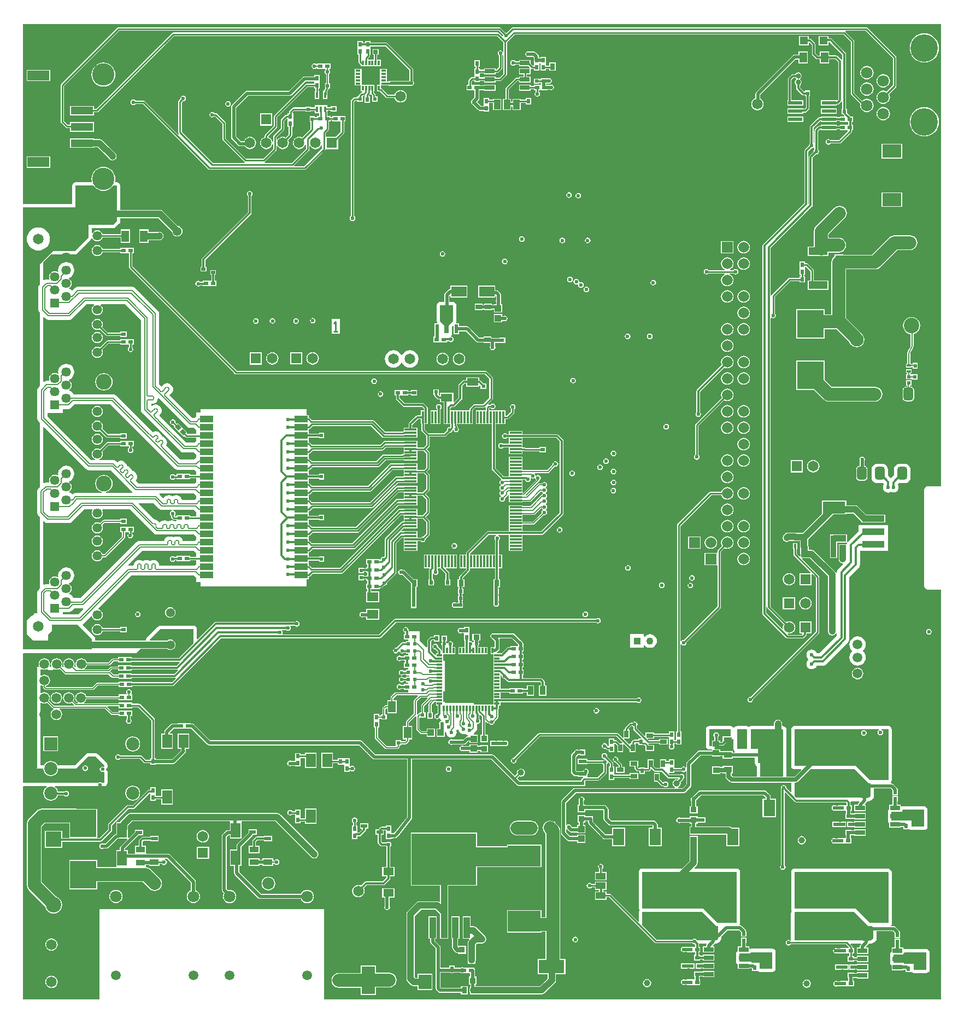
<source format=gtl>
G04*
G04 #@! TF.GenerationSoftware,Altium Limited,Altium Designer,22.2.1 (43)*
G04*
G04 Layer_Physical_Order=1*
G04 Layer_Color=255*
%FSLAX25Y25*%
%MOIN*%
G70*
G04*
G04 #@! TF.SameCoordinates,1D5F905C-50EE-4002-88AC-00FA8B853EC3*
G04*
G04*
G04 #@! TF.FilePolarity,Positive*
G04*
G01*
G75*
%ADD13C,0.00787*%
%ADD15C,0.01000*%
%ADD16C,0.00591*%
G04:AMPARAMS|DCode=18|XSize=78.74mil|YSize=59.06mil|CornerRadius=14.76mil|HoleSize=0mil|Usage=FLASHONLY|Rotation=90.000|XOffset=0mil|YOffset=0mil|HoleType=Round|Shape=RoundedRectangle|*
%AMROUNDEDRECTD18*
21,1,0.07874,0.02953,0,0,90.0*
21,1,0.04921,0.05906,0,0,90.0*
1,1,0.02953,0.01476,0.02461*
1,1,0.02953,0.01476,-0.02461*
1,1,0.02953,-0.01476,-0.02461*
1,1,0.02953,-0.01476,0.02461*
%
%ADD18ROUNDEDRECTD18*%
%ADD19R,0.03347X0.03347*%
%ADD20R,0.04409X0.08543*%
%ADD21R,0.06004X0.02559*%
%ADD22R,0.02362X0.02953*%
%ADD23R,0.02953X0.02362*%
%ADD24R,0.03150X0.03937*%
%ADD25R,0.03937X0.05906*%
%ADD26R,0.02441X0.02205*%
%ADD27R,0.11811X0.04921*%
%ADD28R,0.04724X0.07087*%
%ADD29R,0.16142X0.16929*%
%ADD30R,0.13780X0.04724*%
%ADD31R,0.13386X0.05906*%
%ADD32R,0.05906X0.03937*%
%ADD33R,0.08661X0.06299*%
%ADD34R,0.02559X0.04331*%
%ADD35R,0.04331X0.02559*%
%ADD36R,0.05118X0.12795*%
%ADD37R,0.05118X0.03740*%
%ADD38R,0.04016X0.03425*%
%ADD39R,0.39370X0.31496*%
%ADD40R,0.03937X0.12598*%
%ADD41R,0.02559X0.01378*%
%ADD42R,0.02205X0.02441*%
%ADD43R,0.06102X0.08268*%
%ADD44R,0.15748X0.08465*%
%ADD45R,0.13780X0.03937*%
%ADD46R,0.13780X0.06299*%
%ADD47R,0.06496X0.04528*%
%ADD48R,0.03937X0.02362*%
%ADD49R,0.01575X0.03740*%
%ADD50R,0.02559X0.02520*%
%ADD51R,0.03150X0.01181*%
%ADD52R,0.01181X0.03150*%
%ADD53R,0.10433X0.10827*%
%ADD54R,0.04961X0.04606*%
%ADD55R,0.08661X0.02362*%
%ADD56R,0.02520X0.01850*%
%ADD57R,0.08465X0.17126*%
%ADD58R,0.04528X0.06496*%
%ADD59R,0.03071X0.03898*%
%ADD60R,0.03740X0.03740*%
%ADD61R,0.08071X0.08858*%
%ADD62R,0.20079X0.12598*%
%ADD63R,0.06102X0.09055*%
%ADD64R,0.03543X0.05512*%
%ADD65R,0.07087X0.10236*%
%ADD66R,0.01654X0.02677*%
%ADD67R,0.01181X0.07284*%
%ADD68R,0.07284X0.01181*%
%ADD69R,0.01181X0.03347*%
%ADD70R,0.03347X0.01181*%
%ADD71R,0.29134X0.29134*%
%ADD72R,0.07087X0.04724*%
G04:AMPARAMS|DCode=73|XSize=29.53mil|YSize=23.62mil|CornerRadius=0mil|HoleSize=0mil|Usage=FLASHONLY|Rotation=315.000|XOffset=0mil|YOffset=0mil|HoleType=Round|Shape=Rectangle|*
%AMROTATEDRECTD73*
4,1,4,-0.01879,0.00209,-0.00209,0.01879,0.01879,-0.00209,0.00209,-0.01879,-0.01879,0.00209,0.0*
%
%ADD73ROTATEDRECTD73*%

%ADD74R,0.05512X0.03740*%
%ADD75R,0.05709X0.03740*%
%ADD76R,0.07087X0.05512*%
%ADD77R,0.03701X0.03189*%
%ADD78R,0.02244X0.05512*%
%ADD79R,0.03937X0.03937*%
%ADD80R,0.09252X0.06102*%
%ADD81R,0.03898X0.03071*%
%ADD82R,0.03937X0.03937*%
%ADD83R,0.03740X0.03543*%
%ADD84R,0.04921X0.02362*%
%ADD85R,0.03347X0.13504*%
%ADD86R,0.13780X0.07284*%
%ADD87R,0.02362X0.02756*%
%ADD88R,0.06417X0.04606*%
%ADD89R,0.04409X0.04803*%
%ADD90R,0.06004X0.02756*%
%ADD91R,0.10079X0.13583*%
%ADD92R,0.08248X0.04016*%
%ADD198R,0.02559X0.05512*%
%ADD199C,0.01200*%
%ADD200C,0.01181*%
%ADD201C,0.02000*%
%ADD202C,0.07874*%
%ADD203C,0.01968*%
%ADD204C,0.01378*%
%ADD205C,0.03937*%
%ADD206C,0.02500*%
%ADD207C,0.01213*%
%ADD208C,0.11811*%
%ADD209C,0.00600*%
%ADD210C,0.01201*%
%ADD211R,0.02441X0.01693*%
%ADD212R,0.01693X0.02441*%
%ADD213C,0.09449*%
%ADD214C,0.11221*%
%ADD215C,0.06496*%
%ADD216R,0.10000X0.15748*%
%ADD217R,0.11811X0.07874*%
%ADD218C,0.07087*%
%ADD219R,0.07087X0.07087*%
%ADD220R,0.08268X0.08268*%
%ADD221C,0.08268*%
%ADD222C,0.06555*%
%ADD223R,0.06555X0.06555*%
%ADD224C,0.04331*%
%ADD225R,0.04331X0.04331*%
%ADD226C,0.03937*%
%ADD227R,0.06496X0.06496*%
%ADD228C,0.07972*%
%ADD229R,0.07972X0.07972*%
%ADD230C,0.13583*%
%ADD231C,0.14055*%
%ADD232C,0.05906*%
%ADD233C,0.16732*%
%ADD234R,0.06496X0.06496*%
%ADD235C,0.03150*%
%ADD236C,0.07244*%
%ADD237R,0.09449X0.09449*%
%ADD238C,0.27559*%
%ADD239C,0.05437*%
%ADD240C,0.09567*%
%ADD241C,0.05756*%
%ADD242R,0.05756X0.05756*%
%ADD243C,0.02362*%
%ADD244C,0.05000*%
G36*
X57363Y484184D02*
X57442Y484105D01*
X55158Y481822D01*
X40080D01*
Y474145D01*
X31654Y465719D01*
X14449D01*
X10473Y461743D01*
Y445588D01*
X10362Y445477D01*
X9832Y444685D01*
X9647Y443751D01*
Y429952D01*
X9832Y429018D01*
X10362Y428226D01*
X10473Y428114D01*
Y383698D01*
X9653Y382878D01*
X9124Y382086D01*
X8938Y381152D01*
Y363613D01*
X9124Y362679D01*
X9653Y361887D01*
X10473Y361067D01*
Y322163D01*
X9535Y321225D01*
X9006Y320433D01*
X8820Y319499D01*
Y306369D01*
X9006Y305435D01*
X9535Y304643D01*
X10473Y303705D01*
Y260431D01*
X9692Y259650D01*
X9163Y258858D01*
X8978Y257924D01*
Y245885D01*
X9051Y245515D01*
X8734Y245129D01*
X6812D01*
X2402Y240719D01*
X2560Y240562D01*
Y237819D01*
X2498Y237196D01*
X2560Y236572D01*
Y232255D01*
X6418Y228397D01*
X15473D01*
Y232176D01*
X17954Y234656D01*
Y238239D01*
X33465D01*
X42127Y229578D01*
X42009Y229460D01*
Y223170D01*
X41890Y223121D01*
X276D01*
Y492527D01*
X473Y492609D01*
X32205D01*
Y505680D01*
X43206D01*
X44033Y504672D01*
X45143Y503761D01*
X46409Y503084D01*
X47784Y502667D01*
X49213Y502527D01*
X50643Y502667D01*
X52017Y503084D01*
X53284Y503761D01*
X54394Y504672D01*
X55221Y505680D01*
X57363D01*
Y484184D01*
D02*
G37*
G36*
X560276Y604066D02*
X560276Y355877D01*
Y322562D01*
X552009Y322562D01*
X551228Y322406D01*
X550567Y321964D01*
X550125Y321303D01*
X549969Y320522D01*
X549969Y261585D01*
X550125Y260805D01*
X550567Y260143D01*
X551228Y259701D01*
X552009Y259546D01*
X560276D01*
Y194066D01*
X560276Y9696D01*
X183820Y9696D01*
X183820Y64971D01*
X46930Y64971D01*
X46930Y9696D01*
X158D01*
Y139482D01*
X498Y139761D01*
X658Y139783D01*
X14488D01*
X14657Y139283D01*
X13927Y138722D01*
X13208Y137785D01*
X12756Y136694D01*
X12602Y135522D01*
X12756Y134351D01*
X13208Y133260D01*
X13927Y132323D01*
X14864Y131604D01*
X15956Y131152D01*
X17127Y130998D01*
X18298Y131152D01*
X19389Y131604D01*
X20326Y132323D01*
X21045Y133260D01*
X21440Y134214D01*
X25126D01*
X25324Y133917D01*
X25880Y133545D01*
X26536Y133415D01*
X27192Y133545D01*
X27748Y133917D01*
X28120Y134473D01*
X28250Y135129D01*
X28120Y135785D01*
X27748Y136341D01*
X27192Y136712D01*
X26536Y136843D01*
X25880Y136712D01*
X25469Y136437D01*
X21531D01*
X21497Y136694D01*
X21045Y137785D01*
X20326Y138722D01*
X19596Y139283D01*
X19766Y139783D01*
X46280D01*
X46477Y139822D01*
X46678D01*
X46863Y139899D01*
X47060Y139938D01*
X47227Y140049D01*
X47240Y140055D01*
X47252Y140049D01*
X47419Y139938D01*
X47616Y139899D01*
X47802Y139822D01*
X48003D01*
X48200Y139783D01*
X49725D01*
X50506Y139938D01*
X51167Y140380D01*
X51609Y141041D01*
X51764Y141822D01*
Y148180D01*
X51708Y148464D01*
X51682Y148753D01*
X51631Y148851D01*
X51609Y148960D01*
X51448Y149201D01*
X51313Y149459D01*
X51228Y149530D01*
X51167Y149621D01*
X50976Y149749D01*
X50926Y149953D01*
Y150163D01*
X50976Y150368D01*
X51167Y150495D01*
X51228Y150587D01*
X51313Y150658D01*
X51448Y150916D01*
X51609Y151157D01*
X51631Y151265D01*
X51682Y151364D01*
X51708Y151653D01*
X51764Y151937D01*
Y152648D01*
X51609Y153429D01*
X51167Y154090D01*
X45931Y159327D01*
X45269Y159769D01*
X44489Y159924D01*
X39843D01*
X39063Y159769D01*
X38401Y159327D01*
X31715Y152640D01*
X21721D01*
X21654Y152627D01*
X21587Y152636D01*
X21266Y152550D01*
X21152Y152527D01*
X21045Y152785D01*
X20326Y153722D01*
X19389Y154441D01*
X18298Y154893D01*
X17127Y155047D01*
X15956Y154893D01*
X14864Y154441D01*
X13927Y153722D01*
X13208Y152785D01*
X13101Y152527D01*
X12987Y152550D01*
X12666Y152636D01*
X12599Y152627D01*
X12533Y152640D01*
X10701D01*
Y190566D01*
X11150Y190787D01*
X11374Y190616D01*
X12213Y190268D01*
X13115Y190149D01*
X14016Y190268D01*
X14856Y190616D01*
X14929Y190671D01*
X18249Y187351D01*
X18249Y187351D01*
X18512Y187175D01*
X18720Y187134D01*
X18817Y186793D01*
X18814Y186617D01*
X18133Y186094D01*
X17579Y185373D01*
X17231Y184533D01*
X17113Y183632D01*
X17231Y182730D01*
X17579Y181890D01*
X18133Y181169D01*
X18854Y180616D01*
X19694Y180268D01*
X20595Y180149D01*
X21497Y180268D01*
X22336Y180616D01*
X23058Y181169D01*
X23611Y181890D01*
X23959Y182730D01*
X24078Y183632D01*
X23959Y184533D01*
X23611Y185373D01*
X23058Y186094D01*
X22381Y186613D01*
X22382Y186764D01*
X22519Y187113D01*
X50137D01*
X53758Y183492D01*
X54021Y183317D01*
X54331Y183255D01*
X54331Y183255D01*
X58418D01*
Y182385D01*
X62249D01*
X62371Y182385D01*
X62749D01*
X62871Y182385D01*
X63613D01*
Y180843D01*
X63474Y180750D01*
X63102Y180194D01*
X62972Y179538D01*
X63102Y178882D01*
X63474Y178326D01*
X64030Y177955D01*
X64686Y177824D01*
X65342Y177955D01*
X65898Y178326D01*
X66269Y178882D01*
X66400Y179538D01*
X66269Y180194D01*
X65898Y180750D01*
X65837Y180791D01*
Y182385D01*
X66702D01*
Y185747D01*
X62871D01*
X62749Y185747D01*
X62371D01*
X62249Y185747D01*
X58418D01*
Y184877D01*
X54667D01*
X51474Y188070D01*
X51681Y188570D01*
X58418D01*
Y187307D01*
X62249D01*
X62371Y187307D01*
X62749D01*
X62871Y187307D01*
X66702D01*
Y187968D01*
X70483D01*
X78587Y179864D01*
Y156751D01*
X77690D01*
Y155794D01*
X75069D01*
X72690Y158173D01*
X72359Y158394D01*
X71969Y158471D01*
X59452D01*
X59323Y158664D01*
X58767Y159035D01*
X58111Y159166D01*
X57455Y159035D01*
X56899Y158664D01*
X56527Y158107D01*
X56397Y157452D01*
X56527Y156796D01*
X56899Y156240D01*
X57455Y155868D01*
X58111Y155738D01*
X58767Y155868D01*
X59323Y156240D01*
X59452Y156432D01*
X71547D01*
X73925Y154053D01*
X74256Y153832D01*
X74646Y153755D01*
X77690D01*
Y152798D01*
X81052D01*
Y153245D01*
X91812D01*
X92397Y153361D01*
X92893Y153693D01*
X99192Y159992D01*
X99524Y160488D01*
X99640Y161074D01*
X99524Y161659D01*
X99483Y161720D01*
Y162424D01*
X101623D01*
Y171692D01*
X94520D01*
Y162424D01*
X96424D01*
Y161550D01*
X91178Y156304D01*
X81052D01*
Y156751D01*
X80627D01*
Y180286D01*
X80549Y180676D01*
X80328Y181007D01*
X71626Y189709D01*
X71295Y189930D01*
X70905Y190008D01*
X66702D01*
Y190669D01*
X62871D01*
X62749Y190669D01*
X62371D01*
X62249Y190669D01*
X58418D01*
Y190192D01*
X37526D01*
X37482Y190273D01*
X37396Y190692D01*
X38018Y191169D01*
X38572Y191890D01*
X38920Y192730D01*
X38932Y192821D01*
X58418D01*
Y192306D01*
X62249D01*
X62371Y192306D01*
X62749D01*
X62871Y192306D01*
X66702D01*
Y195668D01*
X66433D01*
X66166Y196168D01*
X66348Y196441D01*
X66479Y197097D01*
X66348Y197753D01*
X65977Y198309D01*
X65420Y198681D01*
X64764Y198811D01*
X64109Y198681D01*
X63552Y198309D01*
X63181Y197753D01*
X63051Y197097D01*
X63181Y196441D01*
X63363Y196168D01*
X63096Y195668D01*
X62749Y195668D01*
X62371D01*
X62249Y195668D01*
X58418D01*
Y194442D01*
X38932D01*
X38920Y194533D01*
X38572Y195373D01*
X38018Y196094D01*
X37297Y196648D01*
X36457Y196996D01*
X35556Y197114D01*
X34655Y196996D01*
X33815Y196648D01*
X33093Y196094D01*
X32540Y195373D01*
X32192Y194533D01*
X32073Y193632D01*
X32192Y192730D01*
X32540Y191890D01*
X33093Y191169D01*
X33716Y190692D01*
X33630Y190273D01*
X33585Y190192D01*
X32662D01*
X31036Y191818D01*
X31091Y191890D01*
X31439Y192730D01*
X31558Y193632D01*
X31439Y194533D01*
X31091Y195373D01*
X30538Y196094D01*
X29817Y196648D01*
X28977Y196996D01*
X28076Y197114D01*
X27174Y196996D01*
X26334Y196648D01*
X25613Y196094D01*
X25060Y195373D01*
X24712Y194533D01*
X24593Y193632D01*
X24712Y192730D01*
X25060Y191890D01*
X25613Y191169D01*
X26334Y190616D01*
X27174Y190268D01*
X28076Y190149D01*
X28977Y190268D01*
X29817Y190616D01*
X29889Y190671D01*
X31326Y189235D01*
X31119Y188735D01*
X19158D01*
X16075Y191818D01*
X16131Y191890D01*
X16479Y192730D01*
X16597Y193632D01*
X16479Y194533D01*
X16131Y195373D01*
X15577Y196094D01*
X14856Y196648D01*
X14016Y196996D01*
X13115Y197114D01*
X12213Y196996D01*
X11374Y196648D01*
X11150Y196476D01*
X10701Y196697D01*
Y201184D01*
X11201Y201430D01*
X11492Y201207D01*
X12332Y200859D01*
X12417Y200848D01*
Y200125D01*
X12417Y200125D01*
X12479Y199813D01*
X12656Y199548D01*
X13518Y198686D01*
X13518Y198686D01*
X13783Y198509D01*
X14095Y198447D01*
X42835D01*
X42835Y198447D01*
X43148Y198509D01*
X43412Y198686D01*
X45887Y201161D01*
X58418D01*
Y200295D01*
X62371D01*
Y200295D01*
X62749D01*
Y200295D01*
X66702D01*
Y200864D01*
X91504D01*
X91504Y200864D01*
X91929Y200949D01*
X92290Y201190D01*
X121074Y229974D01*
X217749D01*
X217749Y229974D01*
X218175Y230058D01*
X218535Y230299D01*
X227753Y239517D01*
X349570D01*
X349655Y239389D01*
X350211Y239018D01*
X350867Y238887D01*
X351523Y239018D01*
X352079Y239389D01*
X352450Y239945D01*
X352581Y240601D01*
X352450Y241257D01*
X352079Y241813D01*
X351523Y242185D01*
X350867Y242315D01*
X350211Y242185D01*
X349655Y241813D01*
X349606Y241741D01*
X227292D01*
X226867Y241656D01*
X226506Y241415D01*
X226506Y241415D01*
X217288Y232197D01*
X158668D01*
X158432Y232638D01*
X158474Y232701D01*
X158605Y233357D01*
X158474Y234013D01*
X158174Y234462D01*
X158304Y234839D01*
X158396Y234962D01*
X160612D01*
X160679Y234862D01*
X161234Y234490D01*
X161890Y234360D01*
X162546Y234490D01*
X163102Y234862D01*
X163474Y235418D01*
X163604Y236074D01*
X163474Y236730D01*
X163253Y237060D01*
X163520Y237560D01*
X165966D01*
X166033Y237460D01*
X166589Y237088D01*
X167245Y236958D01*
X167901Y237088D01*
X168457Y237460D01*
X168828Y238016D01*
X168959Y238672D01*
X168828Y239328D01*
X168457Y239884D01*
X167901Y240256D01*
X167245Y240386D01*
X166589Y240256D01*
X166033Y239884D01*
X165966Y239784D01*
X117692D01*
X117267Y239699D01*
X116906Y239458D01*
X106714Y229267D01*
X106253Y229458D01*
Y235483D01*
X106097Y236263D01*
X105655Y236925D01*
X104994Y237367D01*
X104213Y237522D01*
X83898D01*
X83898Y237522D01*
X83118Y237367D01*
X82456Y236925D01*
X82456Y236925D01*
X75908Y230376D01*
X75466Y229715D01*
X75310Y228934D01*
X74931Y228472D01*
X44048D01*
Y228984D01*
X44166Y229578D01*
X44011Y230358D01*
X43569Y231019D01*
X36590Y237998D01*
X36669Y238626D01*
X37159Y238954D01*
X41737Y243531D01*
X42210Y243370D01*
X42222Y243282D01*
X42562Y242461D01*
X43103Y241755D01*
X43809Y241213D01*
X44631Y240873D01*
X45513Y240757D01*
X46394Y240873D01*
X47216Y241213D01*
X47922Y241755D01*
X48463Y242461D01*
X48803Y243282D01*
X48920Y244164D01*
X48803Y245046D01*
X48463Y245868D01*
X47922Y246573D01*
X47216Y247115D01*
X46394Y247455D01*
X46306Y247467D01*
X46146Y247940D01*
X66208Y268003D01*
X104445D01*
X105836Y266612D01*
X105955Y266532D01*
Y264330D01*
X108583D01*
Y261546D01*
X173268Y261546D01*
Y265829D01*
X174436D01*
Y267318D01*
X174826Y267395D01*
X175157Y267616D01*
X176858Y269318D01*
X194624D01*
X195014Y269395D01*
X195345Y269616D01*
X230625Y304896D01*
X232394D01*
Y301030D01*
X231654D01*
X231264Y300953D01*
X230933Y300732D01*
X221130Y290928D01*
X220909Y290598D01*
X220831Y290208D01*
Y280039D01*
X220326Y279534D01*
X220099Y279579D01*
X219443Y279449D01*
X218887Y279077D01*
X218516Y278521D01*
X218451Y278195D01*
X217913Y277870D01*
X217764Y277928D01*
Y278109D01*
X213934D01*
X213812Y278109D01*
X213434D01*
X213312Y278109D01*
X209481D01*
Y274747D01*
X210306D01*
Y273150D01*
X209442D01*
Y272581D01*
X208060D01*
Y272794D01*
X204855D01*
Y269353D01*
X208060D01*
Y270357D01*
X209442D01*
Y269788D01*
X210227D01*
Y268228D01*
X209363D01*
Y267894D01*
X208060D01*
Y268503D01*
X204855D01*
Y265062D01*
X208060D01*
Y265670D01*
X209363D01*
Y264866D01*
X210227D01*
Y263306D01*
X209402D01*
Y259944D01*
X210267D01*
Y258384D01*
X209501D01*
Y251872D01*
X217587D01*
Y258384D01*
X212491D01*
Y259944D01*
X213233D01*
X213355Y259944D01*
X213733D01*
X213855Y259944D01*
X217686D01*
Y260605D01*
X218544D01*
X218934Y260683D01*
X219265Y260904D01*
X220305Y261944D01*
X220532Y261899D01*
X221188Y262029D01*
X221744Y262401D01*
X222116Y262957D01*
X222246Y263613D01*
X222201Y263840D01*
X227572Y269211D01*
X227793Y269542D01*
X227871Y269932D01*
Y287890D01*
X231098Y291117D01*
X232394D01*
Y287109D01*
Y283172D01*
X240678D01*
Y285140D01*
Y289046D01*
X242692D01*
X242805Y288877D01*
X243360Y288506D01*
X244017Y288375D01*
X244672Y288506D01*
X245229Y288877D01*
X245600Y289433D01*
X245730Y290089D01*
X245659Y290448D01*
X247497Y292285D01*
X247556Y292297D01*
X247887Y292518D01*
X248108Y292849D01*
X248186Y293239D01*
Y301271D01*
X248108Y301661D01*
X247887Y301991D01*
X247556Y302212D01*
X247497Y302224D01*
X245773Y303948D01*
X247768Y305943D01*
X247887Y306022D01*
X248108Y306353D01*
X248186Y306743D01*
Y314932D01*
X248108Y315322D01*
X247887Y315653D01*
X247768Y315732D01*
X245773Y317727D01*
X247887Y319841D01*
X248108Y320172D01*
X248186Y320562D01*
Y329459D01*
X248108Y329850D01*
X247887Y330180D01*
X246561Y331507D01*
X247650Y332596D01*
X247887Y332754D01*
X248108Y333085D01*
X248186Y333475D01*
Y343081D01*
X248108Y343472D01*
X247887Y343802D01*
X247650Y343961D01*
X246364Y345247D01*
X247769Y346652D01*
X247990Y346983D01*
X248067Y347373D01*
Y352849D01*
X257481D01*
X257871Y352927D01*
X258202Y353148D01*
X260286Y355231D01*
X260512Y355186D01*
X261169Y355317D01*
X261724Y355688D01*
X262096Y356244D01*
X262187Y356700D01*
X262697D01*
X262748Y356441D01*
X263119Y355885D01*
X263675Y355514D01*
X264331Y355383D01*
X264987Y355514D01*
X265543Y355885D01*
X265915Y356441D01*
X266045Y357097D01*
X265915Y357753D01*
X265543Y358309D01*
X265351Y358438D01*
Y358711D01*
X265273Y359102D01*
X265052Y359432D01*
X264721Y359764D01*
Y360436D01*
X274635D01*
Y368719D01*
X274635D01*
X274628Y369219D01*
X275817Y370408D01*
X281103D01*
X281493Y370486D01*
X281824Y370707D01*
X281901Y370784D01*
X282325Y370582D01*
X282367Y370543D01*
Y368719D01*
X276391D01*
Y360436D01*
X286212D01*
Y333082D01*
X286212Y333082D01*
X286296Y332656D01*
X286537Y332295D01*
X291823Y327009D01*
X291840Y326906D01*
X291728Y326398D01*
X291348Y326144D01*
X290976Y325588D01*
X290846Y324932D01*
X290976Y324276D01*
X291348Y323720D01*
X291671Y323504D01*
X291684Y323467D01*
X291643Y322929D01*
X291269Y322679D01*
X290897Y322123D01*
X290767Y321467D01*
X290897Y320811D01*
X291269Y320255D01*
X291389Y320175D01*
Y319675D01*
X291230Y319569D01*
X290858Y319013D01*
X290728Y318357D01*
X290858Y317701D01*
X291230Y317145D01*
X291652Y316863D01*
X291676Y316777D01*
Y316394D01*
X291652Y316308D01*
X291230Y316026D01*
X290858Y315470D01*
X290728Y314814D01*
X290858Y314158D01*
X291230Y313602D01*
X291786Y313230D01*
X292442Y313100D01*
X293098Y313230D01*
X293654Y313602D01*
X294025Y314158D01*
X294156Y314814D01*
X294085Y315169D01*
X295881Y316965D01*
X296068Y317244D01*
X296113Y317253D01*
X296568Y317161D01*
Y312700D01*
X304851D01*
Y313076D01*
X309528D01*
X309877Y313145D01*
X310173Y313343D01*
X315962Y319132D01*
X316777D01*
X316978Y318831D01*
X317223Y318668D01*
Y318066D01*
X316978Y317902D01*
X316606Y317346D01*
X316591Y317272D01*
X316385Y317231D01*
X316089Y317033D01*
X309623Y310567D01*
X304851D01*
Y310944D01*
X296568D01*
Y306794D01*
Y302857D01*
Y298920D01*
Y295217D01*
X283831D01*
X283405Y295132D01*
X283045Y294891D01*
X270789Y282636D01*
X270548Y282275D01*
X270464Y281850D01*
X270464Y281850D01*
Y280924D01*
X266548D01*
Y272640D01*
X270464D01*
Y271849D01*
X266537Y267923D01*
X266296Y267562D01*
X266212Y267137D01*
X266212Y267137D01*
Y265903D01*
X265288D01*
Y261006D01*
X265796D01*
Y260213D01*
X265448D01*
Y256772D01*
X265796D01*
Y256000D01*
X265446D01*
Y252559D01*
X265796D01*
Y251786D01*
X265406D01*
Y251658D01*
X264163D01*
X264082Y251712D01*
X263426Y251843D01*
X262770Y251712D01*
X262214Y251341D01*
X261842Y250785D01*
X261712Y250129D01*
X261842Y249473D01*
X262214Y248917D01*
X262770Y248545D01*
X263426Y248415D01*
X264082Y248545D01*
X264163Y248599D01*
X265406D01*
Y248345D01*
X268611D01*
Y251786D01*
X268221D01*
Y252559D01*
X268650D01*
Y256000D01*
X268221D01*
Y256772D01*
X268653D01*
Y260213D01*
X268221D01*
Y261006D01*
X269359D01*
Y265903D01*
X268436D01*
Y266676D01*
X272362Y270602D01*
X272362Y270602D01*
X272603Y270963D01*
X272687Y271389D01*
Y272640D01*
X288180D01*
Y265885D01*
X287217D01*
Y262953D01*
X287211Y262924D01*
Y260138D01*
X287180D01*
Y256697D01*
X287211D01*
Y255924D01*
X287139D01*
Y252483D01*
X287211D01*
Y251574D01*
X287157Y251493D01*
X287027Y250837D01*
X287157Y250182D01*
X287529Y249625D01*
X288085Y249254D01*
X288741Y249123D01*
X289397Y249254D01*
X289953Y249625D01*
X290324Y250182D01*
X290455Y250837D01*
X290324Y251493D01*
X290270Y251574D01*
Y252483D01*
X290343D01*
Y255924D01*
X290270D01*
Y256697D01*
X290385D01*
Y260138D01*
X290270D01*
Y260987D01*
X291288D01*
Y265885D01*
X290404D01*
Y272640D01*
X292351D01*
Y280924D01*
X290404D01*
Y289598D01*
X290622Y289743D01*
X290994Y290300D01*
X291124Y290955D01*
X290994Y291611D01*
X290622Y292167D01*
X290135Y292493D01*
X290144Y292771D01*
X290218Y292993D01*
X296568D01*
Y291046D01*
Y287109D01*
Y283172D01*
X304851D01*
Y285140D01*
Y289078D01*
Y292993D01*
X316851D01*
X316851Y292993D01*
X317277Y293078D01*
X317637Y293319D01*
X329448Y305130D01*
X329689Y305491D01*
X329774Y305916D01*
X329774Y305916D01*
Y350286D01*
X329774Y350286D01*
X329689Y350712D01*
X329448Y351073D01*
X329448Y351073D01*
X326574Y353946D01*
X326214Y354187D01*
X325788Y354272D01*
X325788Y354272D01*
X304851D01*
Y356219D01*
X296568D01*
Y354272D01*
X295269D01*
X295229Y354333D01*
X294672Y354704D01*
X294017Y354835D01*
X293360Y354704D01*
X292805Y354333D01*
X292433Y353777D01*
X292302Y353121D01*
X292433Y352465D01*
X292805Y351909D01*
X293360Y351537D01*
X294017Y351407D01*
X294672Y351537D01*
X295229Y351909D01*
X295322Y352048D01*
X296568D01*
Y348367D01*
X293038D01*
X293024Y348388D01*
X292468Y348760D01*
X291812Y348890D01*
X291156Y348760D01*
X290600Y348388D01*
X290228Y347832D01*
X290098Y347176D01*
X290228Y346520D01*
X290600Y345964D01*
X291156Y345592D01*
X291812Y345462D01*
X292468Y345592D01*
X293024Y345964D01*
X293143Y346143D01*
X296568D01*
Y342227D01*
X304851D01*
Y344017D01*
X305351Y344163D01*
X305461Y344054D01*
X305792Y343832D01*
X306182Y343755D01*
X315072D01*
Y343054D01*
X319024D01*
Y346416D01*
X315072D01*
Y345794D01*
X306604D01*
X306391Y346007D01*
X306060Y346228D01*
X305670Y346306D01*
X304851D01*
Y348133D01*
Y352048D01*
X325328D01*
X327550Y349826D01*
Y306377D01*
X316390Y295217D01*
X304851D01*
Y299099D01*
X311569D01*
X311918Y299169D01*
X312213Y299366D01*
X317835Y304988D01*
X318190Y304917D01*
X318846Y305048D01*
X319402Y305419D01*
X319773Y305975D01*
X319904Y306631D01*
X319773Y307287D01*
X319402Y307843D01*
X319157Y308007D01*
Y308609D01*
X319402Y308772D01*
X319773Y309328D01*
X319904Y309984D01*
X319773Y310640D01*
X319402Y311196D01*
X319157Y311360D01*
Y311962D01*
X319402Y312125D01*
X319773Y312681D01*
X319904Y313337D01*
X319773Y313993D01*
X319402Y314549D01*
X319157Y314713D01*
Y315315D01*
X319402Y315478D01*
X319773Y316035D01*
X319904Y316690D01*
X319773Y317346D01*
X319402Y317902D01*
X319157Y318066D01*
Y318668D01*
X319402Y318831D01*
X319773Y319388D01*
X319904Y320043D01*
X319773Y320699D01*
X319402Y321255D01*
X319157Y321419D01*
Y322021D01*
X319402Y322184D01*
X319773Y322741D01*
X319904Y323396D01*
X319773Y324052D01*
X319402Y324608D01*
X318846Y324980D01*
X318190Y325110D01*
X317534Y324980D01*
X316978Y324608D01*
X316777Y324308D01*
X315040D01*
X314691Y324238D01*
X314396Y324041D01*
X307147Y316792D01*
X306853Y316813D01*
X306665Y317327D01*
X314936Y325598D01*
X315134Y325894D01*
X315202Y326234D01*
X315504Y326436D01*
X315876Y326993D01*
X316006Y327648D01*
X315876Y328304D01*
X315504Y328860D01*
X314948Y329232D01*
X314292Y329363D01*
X313636Y329232D01*
X313216Y328952D01*
X313163Y328956D01*
X312766Y329113D01*
X312703Y329164D01*
X312608Y329643D01*
X312305Y330096D01*
X312430Y330463D01*
X312527Y330595D01*
X320355D01*
X320704Y330665D01*
X320999Y330862D01*
X324567Y334430D01*
X324975Y334349D01*
X325631Y334479D01*
X326187Y334851D01*
X326558Y335407D01*
X326689Y336063D01*
X326558Y336719D01*
X326187Y337275D01*
X325631Y337646D01*
X324975Y337777D01*
X324319Y337646D01*
X323763Y337275D01*
X323391Y336719D01*
X323261Y336063D01*
X323321Y335761D01*
X319978Y332418D01*
X304851D01*
Y336322D01*
Y340471D01*
X296568D01*
Y336322D01*
Y332385D01*
Y328642D01*
X293335D01*
X288436Y333542D01*
Y360436D01*
X294320D01*
Y363597D01*
X295906D01*
X296296Y363675D01*
X296627Y363896D01*
X299659Y366928D01*
X299880Y367258D01*
X299957Y367648D01*
Y369536D01*
X300150Y369665D01*
X300521Y370221D01*
X300652Y370877D01*
X300521Y371533D01*
X300150Y372089D01*
X299594Y372460D01*
X298938Y372591D01*
X298282Y372460D01*
X297726Y372089D01*
X297354Y371533D01*
X297224Y370877D01*
X297354Y370221D01*
X297726Y369665D01*
X297918Y369536D01*
Y368071D01*
X295484Y365636D01*
X294320D01*
Y368719D01*
X284406D01*
Y370140D01*
X284478Y370212D01*
X285314D01*
X285442Y370019D01*
X285998Y369648D01*
X286654Y369517D01*
X287310Y369648D01*
X287866Y370019D01*
X288238Y370575D01*
X288368Y371231D01*
X288238Y371887D01*
X287866Y372443D01*
X287310Y372815D01*
X286654Y372945D01*
X285998Y372815D01*
X285442Y372443D01*
X285314Y372251D01*
X284075D01*
X284036Y372293D01*
X283833Y372716D01*
X286391Y375274D01*
X286612Y375605D01*
X286690Y375995D01*
Y388397D01*
X286612Y388787D01*
X286391Y389117D01*
X283084Y392425D01*
X282753Y392646D01*
X282363Y392723D01*
X130672D01*
X66750Y456646D01*
Y464550D01*
X67706D01*
Y467912D01*
X63876D01*
X63754Y467912D01*
X63376D01*
X63254Y467912D01*
X59423D01*
Y467192D01*
X48746D01*
X48463Y467876D01*
X47922Y468581D01*
X47216Y469123D01*
X46394Y469463D01*
X45513Y469579D01*
X44631Y469463D01*
X43809Y469123D01*
X43103Y468581D01*
X42562Y467876D01*
X42222Y467054D01*
X42105Y466172D01*
X42222Y465290D01*
X42562Y464468D01*
X43103Y463763D01*
X43809Y463221D01*
X44631Y462881D01*
X45513Y462765D01*
X46394Y462881D01*
X47216Y463221D01*
X47922Y463763D01*
X48463Y464468D01*
X48746Y465153D01*
X59423D01*
Y464550D01*
X63254D01*
X63376Y464550D01*
X63754D01*
X63876Y464550D01*
X64710D01*
Y456223D01*
X64788Y455833D01*
X65009Y455502D01*
X129529Y390983D01*
X129860Y390762D01*
X130250Y390684D01*
X281941D01*
X284650Y387974D01*
Y376417D01*
X280681Y372447D01*
X275394D01*
X275004Y372370D01*
X274674Y372149D01*
X272823Y370299D01*
X272602Y369968D01*
X272524Y369578D01*
Y368719D01*
X260876D01*
Y370062D01*
X261524Y370710D01*
X262757D01*
X262757Y370710D01*
X263182Y370794D01*
X263543Y371035D01*
X267756Y375248D01*
X267997Y375609D01*
X268081Y376034D01*
X268081Y376034D01*
Y383526D01*
X269556Y385001D01*
X270327D01*
Y383251D01*
X278414D01*
Y383820D01*
X278876Y384012D01*
X279304Y383584D01*
Y381834D01*
X282745D01*
Y385038D01*
X280995D01*
X279133Y386899D01*
X278773Y387140D01*
X278414Y387212D01*
Y388975D01*
X270327D01*
Y387225D01*
X269095D01*
X268670Y387140D01*
X268309Y386899D01*
X268309Y386899D01*
X266183Y384773D01*
X265942Y384413D01*
X265857Y383987D01*
X265857Y383987D01*
Y376495D01*
X263166Y373804D01*
X262666Y374011D01*
Y379526D01*
X254579D01*
Y377909D01*
X254080Y377849D01*
X253816Y378182D01*
X253926Y378448D01*
X253926D01*
Y381652D01*
X250485D01*
Y378448D01*
X250612D01*
X250975Y378160D01*
X251060Y377735D01*
X251301Y377374D01*
X252797Y375878D01*
X252797Y375878D01*
X253158Y375637D01*
X253583Y375552D01*
X253583Y375552D01*
X254579D01*
Y373802D01*
X256684D01*
Y364578D01*
X256705Y364470D01*
Y360436D01*
X260713D01*
Y358779D01*
X260512Y358614D01*
X259857Y358484D01*
X259300Y358112D01*
X258929Y357556D01*
X258799Y356900D01*
X258844Y356673D01*
X257059Y354889D01*
X247470D01*
X245036Y357323D01*
Y360436D01*
X247076D01*
Y364470D01*
X247097Y364578D01*
Y370208D01*
X247012Y370633D01*
X246771Y370994D01*
X246771Y370994D01*
X244881Y372884D01*
X244521Y373125D01*
X244095Y373209D01*
X244095Y373209D01*
X233020D01*
X229930Y376299D01*
Y377818D01*
X230673D01*
X230795Y377818D01*
X231173D01*
X231295Y377818D01*
X235126D01*
Y378387D01*
X236686D01*
Y377818D01*
X240638D01*
Y381180D01*
X236686D01*
Y380611D01*
X235126D01*
Y381180D01*
X231295D01*
X231173Y381180D01*
X230795D01*
X230673Y381180D01*
X226842D01*
Y377818D01*
X227707D01*
Y375838D01*
X227707Y375838D01*
X227791Y375413D01*
X228032Y375052D01*
X231773Y371311D01*
X232134Y371070D01*
X232560Y370985D01*
X243635D01*
X244873Y369747D01*
Y368719D01*
X242926D01*
Y365689D01*
X240749D01*
X240749Y365689D01*
X240323Y365605D01*
X239963Y365364D01*
X239963Y365364D01*
X235750Y361151D01*
X235509Y360790D01*
X235424Y360365D01*
X235424Y360365D01*
Y358188D01*
X232394D01*
Y356148D01*
X232004Y356071D01*
X231682Y355856D01*
X221036D01*
X214243Y362649D01*
X213912Y362870D01*
X213522Y362948D01*
X176268D01*
X175157Y364058D01*
X174826Y364279D01*
X174436Y364357D01*
Y365845D01*
X173268D01*
Y369420D01*
X108583Y369420D01*
Y367345D01*
X105955D01*
Y365143D01*
X105836Y365063D01*
X105035Y364262D01*
X103649D01*
X89638Y378274D01*
X90907Y379543D01*
X91089Y379815D01*
X91362Y380171D01*
X91420Y380310D01*
X91436Y380334D01*
X91442Y380363D01*
X91658Y380885D01*
X91759Y381651D01*
X91658Y382417D01*
X91442Y382939D01*
X91436Y382968D01*
X91420Y382992D01*
X91362Y383131D01*
X91089Y383488D01*
X90907Y383760D01*
X90141Y384525D01*
X90141Y384525D01*
X90141Y384525D01*
X89870Y384707D01*
X89513Y384981D01*
X89374Y385038D01*
X89350Y385054D01*
X89321Y385060D01*
X88799Y385276D01*
X88033Y385377D01*
X87267Y385276D01*
X86745Y385060D01*
X86716Y385054D01*
X86692Y385038D01*
X86553Y384981D01*
X86196Y384707D01*
X85924Y384525D01*
X84655Y383256D01*
X83319Y384593D01*
X83319Y384593D01*
X83268Y384644D01*
Y427727D01*
X83082Y428661D01*
X82553Y429453D01*
X68577Y443429D01*
X67785Y443958D01*
X66851Y444144D01*
X33643D01*
X32709Y443958D01*
X31917Y443429D01*
X30175Y441688D01*
X30015Y441698D01*
X28996Y442480D01*
X28329Y442757D01*
X28278Y443042D01*
X28302Y443309D01*
X28945Y443802D01*
X29487Y444508D01*
X29827Y445330D01*
X29943Y446211D01*
X29827Y447093D01*
X29487Y447915D01*
X28945Y448621D01*
X28302Y449114D01*
X28278Y449381D01*
X28329Y449666D01*
X28996Y449943D01*
X30015Y450725D01*
X30797Y451744D01*
X31288Y452930D01*
X31456Y454204D01*
X31288Y455477D01*
X30797Y456664D01*
X30015Y457683D01*
X28996Y458464D01*
X27810Y458956D01*
X26536Y459124D01*
X25263Y458956D01*
X24076Y458464D01*
X23057Y457683D01*
X22275Y456664D01*
X21784Y455477D01*
X21616Y454204D01*
X21720Y453414D01*
X21251Y453143D01*
X21232Y453158D01*
X20410Y453499D01*
X19528Y453615D01*
X18646Y453499D01*
X17825Y453158D01*
X17119Y452617D01*
X16578Y451911D01*
X16237Y451089D01*
X16121Y450208D01*
X16237Y449326D01*
X16385Y448969D01*
X16107Y448554D01*
X14449D01*
X13516Y448368D01*
X13012Y448032D01*
X12512Y448299D01*
Y459081D01*
X17111Y463680D01*
X31654D01*
X32435Y463835D01*
X33096Y464277D01*
X41521Y472703D01*
X41963Y473364D01*
X41998Y473539D01*
X42518Y473590D01*
X42562Y473484D01*
X43103Y472779D01*
X43809Y472237D01*
X44631Y471897D01*
X45513Y471781D01*
X46394Y471897D01*
X47216Y472237D01*
X47922Y472779D01*
X48463Y473484D01*
X48746Y474168D01*
X59698D01*
Y470928D01*
X65422D01*
Y479015D01*
X59698D01*
Y476207D01*
X48746D01*
X48463Y476891D01*
X47922Y477597D01*
X47216Y478138D01*
X46394Y478479D01*
X45513Y478595D01*
X44631Y478479D01*
X43809Y478138D01*
X43103Y477597D01*
X42619Y476965D01*
X42339Y476997D01*
X42119Y477101D01*
Y479782D01*
X55158D01*
X55939Y479938D01*
X56600Y480380D01*
X58884Y482663D01*
X59326Y483325D01*
X59481Y484105D01*
X59402Y484501D01*
Y485958D01*
X82698D01*
X91054Y477603D01*
X91117Y477123D01*
X91441Y476340D01*
X91957Y475668D01*
X92629Y475152D01*
X93413Y474828D01*
X94253Y474717D01*
X95093Y474828D01*
X95876Y475152D01*
X96548Y475668D01*
X97064Y476340D01*
X97388Y477123D01*
X97499Y477963D01*
X97388Y478804D01*
X97064Y479587D01*
X96548Y480259D01*
X95876Y480775D01*
X95093Y481099D01*
X94613Y481162D01*
X85521Y490255D01*
X84704Y490801D01*
X83741Y490992D01*
X59402D01*
Y505680D01*
X59247Y506460D01*
X58805Y507122D01*
X58143Y507564D01*
X57363Y507719D01*
X56605D01*
X56307Y508121D01*
X56399Y508424D01*
X56540Y509853D01*
X56399Y511282D01*
X55982Y512657D01*
X55305Y513924D01*
X54394Y515034D01*
X53284Y515945D01*
X52017Y516622D01*
X50643Y517039D01*
X49213Y517180D01*
X47784Y517039D01*
X46409Y516622D01*
X45143Y515945D01*
X44033Y515034D01*
X43121Y513924D01*
X42444Y512657D01*
X42028Y511282D01*
X41887Y509853D01*
X42028Y508424D01*
X42119Y508121D01*
X41822Y507719D01*
X32205D01*
X31425Y507564D01*
X30764Y507122D01*
X30321Y506460D01*
X30166Y505680D01*
Y494648D01*
X473D01*
X158Y494907D01*
Y604066D01*
X560276Y604066D01*
D02*
G37*
G36*
X72127Y423724D02*
Y405247D01*
Y369046D01*
X72313Y368112D01*
X72842Y367320D01*
X96444Y343718D01*
X97236Y343189D01*
X98170Y343003D01*
X104445D01*
X105836Y341612D01*
X105955Y341532D01*
Y339902D01*
X105637Y339689D01*
X104699Y338750D01*
X96090D01*
X87986Y346854D01*
X87986Y346854D01*
X87370Y347471D01*
X87642Y347826D01*
X87700Y347965D01*
X87716Y347989D01*
X87722Y348018D01*
X87938Y348540D01*
X88039Y349306D01*
X87938Y350072D01*
X87722Y350594D01*
X87716Y350623D01*
X87700Y350647D01*
X87642Y350786D01*
X87369Y351143D01*
X87187Y351414D01*
X86422Y352180D01*
X86422Y352180D01*
X86422Y352180D01*
X86150Y352361D01*
X85793Y352635D01*
X85654Y352693D01*
X85630Y352709D01*
X85601Y352715D01*
X85079Y352931D01*
X84899Y352955D01*
X84876Y353134D01*
X84660Y353656D01*
X84654Y353685D01*
X84638Y353709D01*
X84580Y353848D01*
X84307Y354205D01*
X84125Y354477D01*
X83359Y355242D01*
X83087Y355424D01*
X82731Y355697D01*
X82592Y355755D01*
X82568Y355771D01*
X82539Y355777D01*
X82017Y355993D01*
X81251Y356094D01*
X80485Y355993D01*
X79963Y355777D01*
X79934Y355771D01*
X79910Y355755D01*
X79771Y355697D01*
X79416Y355425D01*
X77140Y357701D01*
X77140Y357701D01*
X56904Y377937D01*
X56112Y378466D01*
X55178Y378652D01*
X30805D01*
X30797Y378671D01*
X30015Y379690D01*
X28996Y380472D01*
X28329Y380749D01*
X28278Y381034D01*
X28302Y381301D01*
X28945Y381794D01*
X29487Y382500D01*
X29827Y383322D01*
X29943Y384204D01*
X29827Y385085D01*
X29487Y385907D01*
X28945Y386613D01*
X28302Y387106D01*
X28278Y387373D01*
X28329Y387658D01*
X28996Y387935D01*
X30015Y388717D01*
X30797Y389736D01*
X31288Y390922D01*
X31456Y392196D01*
X31288Y393469D01*
X30797Y394656D01*
X30015Y395675D01*
X28996Y396457D01*
X27810Y396948D01*
X26536Y397116D01*
X25263Y396948D01*
X24076Y396457D01*
X23057Y395675D01*
X22275Y394656D01*
X21784Y393469D01*
X21616Y392196D01*
X21698Y391576D01*
X21665Y391544D01*
X21423Y391182D01*
X21232Y391150D01*
X20410Y391491D01*
X19528Y391607D01*
X18646Y391491D01*
X17825Y391150D01*
X17119Y390609D01*
X16578Y389903D01*
X16237Y389081D01*
X16121Y388200D01*
X16237Y387318D01*
X16289Y387194D01*
X16011Y386778D01*
X14564D01*
X13630Y386592D01*
X13012Y386180D01*
X12512Y386407D01*
Y425422D01*
X12974Y425613D01*
X13885Y424702D01*
X14677Y424173D01*
X15611Y423987D01*
X28583D01*
X29517Y424173D01*
X30309Y424702D01*
X39004Y433397D01*
X43324D01*
X43494Y432897D01*
X43103Y432597D01*
X42562Y431891D01*
X42222Y431070D01*
X42105Y430188D01*
X42222Y429306D01*
X42562Y428484D01*
X43103Y427779D01*
X43809Y427237D01*
X44631Y426897D01*
X45513Y426781D01*
X46394Y426897D01*
X47216Y427237D01*
X47922Y427779D01*
X48463Y428484D01*
X48803Y429306D01*
X48920Y430188D01*
X48803Y431070D01*
X48463Y431891D01*
X47922Y432597D01*
X47531Y432897D01*
X47701Y433397D01*
X62454D01*
X72127Y423724D01*
D02*
G37*
G36*
X100342Y358718D02*
X101134Y358189D01*
X102068Y358003D01*
X104445D01*
X105836Y356612D01*
X105955Y356532D01*
Y354337D01*
X100344D01*
X99950Y354732D01*
X100417Y355200D01*
X97709Y357909D01*
X97622Y357995D01*
X97355Y358262D01*
X97269Y358348D01*
X94560Y361057D01*
X94053Y360550D01*
X93205Y361398D01*
X93250Y361625D01*
X93120Y362281D01*
X92748Y362837D01*
X92192Y363208D01*
X91536Y363339D01*
X90880Y363208D01*
X90324Y362837D01*
X89953Y362281D01*
X89822Y361625D01*
X89953Y360969D01*
X90324Y360413D01*
X90880Y360041D01*
X91536Y359911D01*
X91763Y359956D01*
X92611Y359108D01*
X92183Y358680D01*
X94891Y355971D01*
X94978Y355885D01*
X95245Y355617D01*
X95331Y355531D01*
X98040Y352822D01*
X98508Y353290D01*
X99201Y352597D01*
X99532Y352376D01*
X99922Y352298D01*
X105955D01*
Y350143D01*
X105836Y350063D01*
X105035Y349262D01*
X99752D01*
X84699Y364315D01*
X84699Y364315D01*
X84562Y364453D01*
X84562Y364453D01*
X83475Y365539D01*
Y366039D01*
X83988Y366552D01*
X84169Y366824D01*
X84443Y367180D01*
X84500Y367319D01*
X84517Y367343D01*
X84522Y367372D01*
X84738Y367894D01*
X84839Y368660D01*
X84738Y369426D01*
X84522Y369948D01*
X84517Y369977D01*
X84500Y370001D01*
X84443Y370140D01*
X84169Y370497D01*
X83988Y370769D01*
X83222Y371534D01*
X83222Y371534D01*
X83222Y371534D01*
X82950Y371716D01*
X82594Y371990D01*
X82454Y372047D01*
X82430Y372063D01*
X82402Y372069D01*
X81880Y372285D01*
X81113Y372386D01*
X80347Y372285D01*
X79825Y372069D01*
X79797Y372063D01*
X79773Y372047D01*
X79633Y371990D01*
X79277Y371716D01*
X79005Y371534D01*
X79005Y371534D01*
X79005Y371534D01*
X78886Y371416D01*
X78386Y371623D01*
Y372826D01*
X79361D01*
X79681Y372890D01*
X80127Y372948D01*
X80266Y373006D01*
X80295Y373012D01*
X80319Y373028D01*
X80841Y373244D01*
X81454Y373715D01*
X81925Y374328D01*
X82141Y374850D01*
X82157Y374874D01*
X82163Y374903D01*
X82220Y375042D01*
X82279Y375487D01*
X82343Y375808D01*
Y376064D01*
X82805Y376255D01*
X100342Y358718D01*
D02*
G37*
G36*
X242926Y360436D02*
X242997D01*
Y356900D01*
X243074Y356510D01*
X243296Y356179D01*
X246028Y353447D01*
Y347795D01*
X244500Y346266D01*
X240678D01*
Y348133D01*
Y350314D01*
X232394D01*
Y350164D01*
X220788D01*
X220398Y350086D01*
X220067Y349866D01*
X218149Y347948D01*
X176268D01*
X175157Y349058D01*
X174826Y349279D01*
X174436Y349357D01*
Y350830D01*
Y352225D01*
X180682D01*
Y351715D01*
X183887D01*
Y355156D01*
X180682D01*
Y354449D01*
X174436D01*
Y355830D01*
Y357318D01*
X174826Y357395D01*
X175157Y357616D01*
X176858Y359318D01*
X212441D01*
X219319Y352439D01*
X219650Y352218D01*
X220040Y352141D01*
X232394D01*
Y352070D01*
X240678D01*
Y354038D01*
Y356007D01*
Y358188D01*
X237648D01*
Y359904D01*
X241209Y363466D01*
X242926D01*
Y360436D01*
D02*
G37*
G36*
X92783Y333206D02*
X93575Y332677D01*
X94509Y332491D01*
X104856D01*
X105736Y331612D01*
X105955Y331465D01*
Y329377D01*
X102213D01*
Y330038D01*
X98383D01*
X98261Y330038D01*
X97883D01*
X97760Y330038D01*
X93930D01*
Y329259D01*
X92837D01*
X92709Y329451D01*
X92153Y329822D01*
X91497Y329953D01*
X90841Y329822D01*
X90285Y329451D01*
X89913Y328895D01*
X89783Y328239D01*
X89913Y327583D01*
X90285Y327027D01*
X90841Y326655D01*
X91497Y326525D01*
X92153Y326655D01*
X92709Y327027D01*
X92837Y327219D01*
X93930D01*
Y326676D01*
X97760D01*
X97883Y326676D01*
X98261D01*
X98383Y326676D01*
X102213D01*
Y327338D01*
X105955D01*
Y325143D01*
X105836Y325063D01*
X105035Y324262D01*
X70539D01*
X69057Y325744D01*
X69042Y326238D01*
X69223Y326510D01*
X69497Y326866D01*
X69555Y327006D01*
X69571Y327030D01*
X69577Y327059D01*
X69793Y327580D01*
X69894Y328347D01*
X69793Y329113D01*
X69577Y329635D01*
X69571Y329663D01*
X69555Y329688D01*
X69497Y329827D01*
X69224Y330183D01*
X69042Y330455D01*
X68276Y331221D01*
X68004Y331402D01*
X67648Y331676D01*
X67509Y331734D01*
X67484Y331750D01*
X67456Y331755D01*
X66934Y331972D01*
X66658Y332008D01*
X66647Y332092D01*
X66431Y332614D01*
X66425Y332642D01*
X66409Y332667D01*
X66351Y332806D01*
X66078Y333162D01*
X65896Y333434D01*
X65896Y333434D01*
X65896Y333434D01*
X65131Y334200D01*
X64859Y334382D01*
X64502Y334655D01*
X64363Y334713D01*
X64339Y334729D01*
X64310Y334735D01*
X63788Y334951D01*
X63609Y334974D01*
X63585Y335154D01*
X63369Y335676D01*
X63363Y335705D01*
X63347Y335729D01*
X63289Y335868D01*
X63016Y336225D01*
X62834Y336496D01*
X62068Y337262D01*
X62068Y337262D01*
X62068Y337262D01*
X61797Y337444D01*
X61440Y337717D01*
X61301Y337775D01*
X61277Y337791D01*
X61248Y337797D01*
X60726Y338013D01*
X59960Y338114D01*
X59194Y338013D01*
X58672Y337797D01*
X58643Y337791D01*
X58619Y337775D01*
X58480Y337717D01*
X58123Y337444D01*
X57851Y337262D01*
X57695Y337106D01*
X56963Y337839D01*
X56171Y338368D01*
X55237Y338554D01*
X46948D01*
X46849Y339054D01*
X47216Y339206D01*
X47922Y339747D01*
X48463Y340453D01*
X48803Y341274D01*
X48920Y342156D01*
X48803Y343038D01*
X48520Y343722D01*
X52175Y347377D01*
X59423D01*
Y346715D01*
X63254D01*
X63376Y346715D01*
X63754D01*
X63876Y346715D01*
X64710D01*
Y345866D01*
X64537Y345750D01*
X64165Y345194D01*
X64035Y344538D01*
X64165Y343882D01*
X64537Y343326D01*
X65093Y342955D01*
X65749Y342824D01*
X66405Y342955D01*
X66961Y343326D01*
X67332Y343882D01*
X67463Y344538D01*
X67332Y345194D01*
X66961Y345750D01*
X66750Y345891D01*
Y346715D01*
X67706D01*
Y350078D01*
X63876D01*
X63754Y350078D01*
X63376D01*
X63254Y350078D01*
X59423D01*
Y349416D01*
X51753D01*
X51363Y349338D01*
X51032Y349117D01*
X47078Y345164D01*
X46394Y345447D01*
X45513Y345563D01*
X44631Y345447D01*
X43809Y345107D01*
X43103Y344566D01*
X42562Y343860D01*
X42222Y343038D01*
X42105Y342156D01*
X42222Y341274D01*
X42562Y340453D01*
X43103Y339747D01*
X43809Y339206D01*
X44176Y339054D01*
X44077Y338554D01*
X41838D01*
X15197Y365195D01*
Y367200D01*
X24406D01*
Y369657D01*
X27884D01*
X28818Y369842D01*
X29610Y370372D01*
X31631Y372393D01*
X53596D01*
X92783Y333206D01*
D02*
G37*
G36*
X246146Y342580D02*
Y333976D01*
X244696Y332526D01*
X240678D01*
Y332597D01*
Y334353D01*
Y336534D01*
X232394D01*
Y336463D01*
X224646D01*
X224256Y336386D01*
X223925Y336165D01*
X210708Y322948D01*
X176268D01*
X175157Y324058D01*
X174826Y324279D01*
X174436Y324357D01*
Y325830D01*
Y327225D01*
X180682D01*
Y326637D01*
X183887D01*
Y330078D01*
X180682D01*
Y329449D01*
X174436D01*
Y330830D01*
Y332318D01*
X174826Y332395D01*
X175157Y332616D01*
X176858Y334318D01*
X216902D01*
X217292Y334395D01*
X217623Y334616D01*
X221368Y338361D01*
X232394D01*
Y338290D01*
X240678D01*
Y340259D01*
Y342227D01*
Y344196D01*
Y344227D01*
X244500D01*
X246146Y342580D01*
D02*
G37*
G36*
X232394Y346164D02*
Y344196D01*
Y342329D01*
X232009D01*
X231618Y342252D01*
X231288Y342031D01*
X231248Y341991D01*
X220287D01*
X219897Y341913D01*
X219566Y341692D01*
X215821Y337948D01*
X176268D01*
X175157Y339058D01*
X174826Y339279D01*
X174436Y339357D01*
Y340829D01*
Y342318D01*
X174826Y342395D01*
X175157Y342616D01*
X176858Y344318D01*
X219230D01*
X219621Y344395D01*
X219951Y344616D01*
X221570Y346235D01*
X232394D01*
Y346164D01*
D02*
G37*
G36*
X312154Y327680D02*
X312550Y327522D01*
X312613Y327471D01*
X312708Y326993D01*
X313080Y326436D01*
X313091Y326330D01*
X305399Y318638D01*
X304851D01*
Y322542D01*
Y326458D01*
X306580D01*
X306645Y326126D01*
X307017Y325570D01*
X307573Y325199D01*
X308229Y325068D01*
X308885Y325199D01*
X309441Y325570D01*
X309813Y326126D01*
X309943Y326782D01*
X309873Y327133D01*
X310323Y327434D01*
X310368Y327403D01*
X311024Y327273D01*
X311680Y327403D01*
X312100Y327684D01*
X312154Y327680D01*
D02*
G37*
G36*
X246146Y329037D02*
Y320984D01*
X243909Y318747D01*
X240678D01*
Y320574D01*
Y322755D01*
X232394D01*
Y322684D01*
X228426D01*
X228036Y322606D01*
X227705Y322385D01*
X203267Y297948D01*
X176268D01*
X175157Y299058D01*
X174826Y299279D01*
X174436Y299357D01*
Y300830D01*
Y302225D01*
X180682D01*
Y301676D01*
X183887D01*
Y305117D01*
X180682D01*
Y304449D01*
X174436D01*
Y305830D01*
Y307318D01*
X174826Y307395D01*
X175157Y307616D01*
X176858Y309318D01*
X212971D01*
X213361Y309395D01*
X213691Y309616D01*
X228657Y324582D01*
X232394D01*
Y324511D01*
X240678D01*
Y326479D01*
Y328448D01*
Y330416D01*
Y330487D01*
X244696D01*
X246146Y329037D01*
D02*
G37*
G36*
X38531Y333009D02*
X39323Y332480D01*
X40257Y332295D01*
X53655D01*
X66935Y319014D01*
X66728Y318514D01*
X50921D01*
X50889Y319014D01*
X50907Y319017D01*
X52193Y319549D01*
X53297Y320396D01*
X54143Y321500D01*
X54676Y322785D01*
X54857Y324164D01*
X54676Y325543D01*
X54143Y326829D01*
X53297Y327932D01*
X52193Y328779D01*
X50907Y329312D01*
X49528Y329493D01*
X48149Y329312D01*
X46864Y328779D01*
X45760Y327932D01*
X44913Y326829D01*
X44381Y325543D01*
X44199Y324164D01*
X44381Y322785D01*
X44913Y321500D01*
X45760Y320396D01*
X46864Y319549D01*
X48149Y319017D01*
X48168Y319014D01*
X48135Y318514D01*
X32245D01*
X31311Y318328D01*
X30519Y317799D01*
X30378Y317659D01*
X30015Y317683D01*
X28996Y318464D01*
X28329Y318741D01*
X28278Y319026D01*
X28302Y319293D01*
X28945Y319787D01*
X29487Y320492D01*
X29827Y321314D01*
X29943Y322196D01*
X29827Y323078D01*
X29487Y323899D01*
X28945Y324605D01*
X28302Y325098D01*
X28278Y325365D01*
X28329Y325651D01*
X28996Y325927D01*
X30015Y326709D01*
X30797Y327728D01*
X31288Y328914D01*
X31456Y330188D01*
X31288Y331461D01*
X30797Y332648D01*
X30015Y333667D01*
X28996Y334449D01*
X27810Y334940D01*
X26536Y335108D01*
X25263Y334940D01*
X24076Y334449D01*
X23057Y333667D01*
X22275Y332648D01*
X21784Y331461D01*
X21616Y330188D01*
X21720Y329398D01*
X21251Y329127D01*
X21232Y329142D01*
X20410Y329483D01*
X19528Y329599D01*
X18646Y329483D01*
X17825Y329142D01*
X17119Y328601D01*
X16578Y327895D01*
X16237Y327074D01*
X16121Y326192D01*
X16237Y325310D01*
X16289Y325186D01*
X16011Y324770D01*
X14091D01*
X13157Y324584D01*
X12953Y324448D01*
X12512Y324684D01*
Y358375D01*
X12974Y358566D01*
X38531Y333009D01*
D02*
G37*
G36*
X105836Y316612D02*
X105955Y316532D01*
Y315143D01*
X105836Y315063D01*
X105035Y314262D01*
X97020D01*
X97004Y314345D01*
X96945Y314791D01*
X96887Y314930D01*
X96882Y314958D01*
X96865Y314983D01*
X96649Y315505D01*
X96179Y316118D01*
X95565Y316588D01*
X95044Y316804D01*
X95019Y316821D01*
X94991Y316826D01*
X94851Y316884D01*
X94406Y316943D01*
X94085Y317006D01*
X93003D01*
X92682Y316943D01*
X92237Y316884D01*
X92097Y316826D01*
X92069Y316821D01*
X92044Y316804D01*
X91523Y316588D01*
X91379Y316478D01*
X91235Y316588D01*
X90713Y316804D01*
X90689Y316821D01*
X90660Y316826D01*
X90521Y316884D01*
X90075Y316943D01*
X89755Y317006D01*
X88672D01*
X88351Y316943D01*
X87906Y316884D01*
X87767Y316826D01*
X87738Y316821D01*
X87714Y316804D01*
X87192Y316588D01*
X86579Y316118D01*
X86108Y315505D01*
X86085Y315448D01*
X85495Y315330D01*
X83322Y317503D01*
X83529Y318003D01*
X104445D01*
X105836Y316612D01*
D02*
G37*
G36*
X232004Y332533D02*
X232394Y332456D01*
Y332385D01*
Y330416D01*
Y328660D01*
Y328589D01*
X227954D01*
X227563Y328512D01*
X227233Y328291D01*
X211889Y312948D01*
X176268D01*
X175157Y314058D01*
X174826Y314279D01*
X174436Y314357D01*
Y315829D01*
Y317318D01*
X174826Y317395D01*
X175157Y317616D01*
X176858Y319318D01*
X211789D01*
X212180Y319395D01*
X212510Y319616D01*
X225524Y332630D01*
X231859D01*
X232004Y332533D01*
D02*
G37*
G36*
X246146Y314470D02*
Y307205D01*
X243909Y304967D01*
X240678D01*
Y306794D01*
Y308975D01*
X232394D01*
Y308904D01*
X229922D01*
X229532Y308827D01*
X229201Y308606D01*
X193543Y272948D01*
X176268D01*
X175157Y274058D01*
X174826Y274279D01*
X174436Y274357D01*
Y275830D01*
Y277225D01*
X180682D01*
Y276519D01*
X183887D01*
Y279960D01*
X180682D01*
Y279449D01*
X174436D01*
Y280830D01*
Y282318D01*
X174826Y282395D01*
X175157Y282616D01*
X176858Y284318D01*
X202144D01*
X202534Y284395D01*
X202865Y284616D01*
X229050Y310802D01*
X232394D01*
Y310731D01*
X240678D01*
Y312700D01*
Y314668D01*
Y316637D01*
Y316708D01*
X243909D01*
X246146Y314470D01*
D02*
G37*
G36*
X105836Y306612D02*
X105955Y306532D01*
Y304330D01*
X105501Y304219D01*
X102213D01*
Y304881D01*
X98383D01*
X98261Y304881D01*
Y304881D01*
X97883D01*
Y304881D01*
X93930D01*
Y304219D01*
X92903D01*
X92768Y304476D01*
X92706Y304719D01*
X93041Y305221D01*
X93171Y305877D01*
X93041Y306533D01*
X92669Y307089D01*
X92113Y307460D01*
X91898Y307503D01*
X91948Y308003D01*
X104445D01*
X105836Y306612D01*
D02*
G37*
G36*
X79988Y293718D02*
X80779Y293189D01*
X81713Y293003D01*
X104445D01*
X105836Y291612D01*
X105955Y291532D01*
Y290143D01*
X105836Y290063D01*
X105035Y289262D01*
X97517D01*
X97515Y289272D01*
X97457Y289718D01*
X97399Y289857D01*
X97393Y289885D01*
X97377Y289910D01*
X97161Y290431D01*
X96690Y291045D01*
X96077Y291515D01*
X95555Y291731D01*
X95531Y291747D01*
X95503Y291753D01*
X95363Y291811D01*
X94918Y291869D01*
X94597Y291933D01*
X93515D01*
X93194Y291869D01*
X92748Y291811D01*
X92609Y291753D01*
X92580Y291747D01*
X92556Y291731D01*
X92034Y291515D01*
X91891Y291405D01*
X91747Y291515D01*
X91225Y291731D01*
X91200Y291747D01*
X91172Y291753D01*
X91033Y291811D01*
X90587Y291869D01*
X90266Y291933D01*
X89184D01*
X88863Y291869D01*
X88418Y291811D01*
X88278Y291753D01*
X88250Y291747D01*
X88226Y291731D01*
X87704Y291515D01*
X87090Y291045D01*
X86620Y290431D01*
X86404Y289910D01*
X86388Y289885D01*
X86382Y289857D01*
X86324Y289718D01*
X86266Y289272D01*
X86264Y289262D01*
X71143D01*
X70209Y289076D01*
X69417Y288547D01*
X35210Y254341D01*
X30927D01*
X30797Y254656D01*
X30015Y255675D01*
X28996Y256457D01*
X28329Y256733D01*
X28278Y257018D01*
X28302Y257285D01*
X28945Y257779D01*
X29487Y258484D01*
X29827Y259306D01*
X29943Y260188D01*
X29827Y261070D01*
X29487Y261891D01*
X28945Y262597D01*
X28302Y263090D01*
X28278Y263357D01*
X28329Y263643D01*
X28996Y263919D01*
X30015Y264701D01*
X30797Y265720D01*
X31288Y266906D01*
X31456Y268180D01*
X31288Y269453D01*
X30797Y270640D01*
X30015Y271659D01*
X28996Y272441D01*
X27810Y272932D01*
X26536Y273100D01*
X25263Y272932D01*
X24076Y272441D01*
X23057Y271659D01*
X22275Y270640D01*
X21784Y269453D01*
X21616Y268180D01*
X21720Y267390D01*
X21251Y267120D01*
X21232Y267134D01*
X20410Y267475D01*
X19528Y267591D01*
X18646Y267475D01*
X17825Y267134D01*
X17119Y266593D01*
X16578Y265887D01*
X16237Y265066D01*
X16121Y264184D01*
X16237Y263302D01*
X16289Y263178D01*
X16011Y262762D01*
X13816D01*
X13012Y262602D01*
X12628Y262820D01*
X12512Y262931D01*
Y301012D01*
X12974Y301204D01*
X13452Y300726D01*
X14244Y300197D01*
X15178Y300011D01*
X28209D01*
X29143Y300197D01*
X29935Y300726D01*
X37567Y308357D01*
X42366D01*
X42588Y307909D01*
X42562Y307876D01*
X42222Y307054D01*
X42105Y306172D01*
X42222Y305290D01*
X42562Y304468D01*
X43103Y303763D01*
X43809Y303221D01*
X44631Y302881D01*
X45513Y302765D01*
X46394Y302881D01*
X47216Y303221D01*
X47922Y303763D01*
X48463Y304468D01*
X48803Y305290D01*
X48920Y306172D01*
X48803Y307054D01*
X48463Y307876D01*
X48438Y307909D01*
X48659Y308357D01*
X65348D01*
X79988Y293718D01*
D02*
G37*
G36*
X83255Y308718D02*
X84047Y308189D01*
X84981Y308003D01*
X90967D01*
X91017Y307503D01*
X90802Y307460D01*
X90245Y307089D01*
X89874Y306533D01*
X89743Y305877D01*
X89874Y305221D01*
X90245Y304665D01*
X90438Y304536D01*
Y303987D01*
X90515Y303597D01*
X90737Y303266D01*
X91524Y302479D01*
X91855Y302258D01*
X92245Y302180D01*
X93930D01*
Y301592D01*
X93830Y301550D01*
X93801Y301544D01*
X93777Y301528D01*
X93255Y301312D01*
X93111Y301202D01*
X92967Y301312D01*
X92445Y301528D01*
X92421Y301544D01*
X92392Y301550D01*
X92253Y301608D01*
X91808Y301666D01*
X91487Y301730D01*
X90404D01*
X90084Y301666D01*
X89638Y301608D01*
X89499Y301550D01*
X89470Y301544D01*
X89446Y301528D01*
X88924Y301312D01*
X88780Y301202D01*
X88636Y301312D01*
X88114Y301528D01*
X88090Y301544D01*
X88062Y301550D01*
X87922Y301608D01*
X87477Y301666D01*
X87156Y301730D01*
X86073D01*
X85753Y301666D01*
X85307Y301608D01*
X85168Y301550D01*
X85140Y301544D01*
X85115Y301528D01*
X84593Y301312D01*
X83980Y300842D01*
X83758Y300552D01*
X83416Y300497D01*
X83133Y300559D01*
X83016Y300733D01*
X82250Y301499D01*
X81979Y301681D01*
X81622Y301954D01*
X81483Y302012D01*
X81459Y302028D01*
X81430Y302034D01*
X80908Y302250D01*
X80216Y302341D01*
X70764Y311793D01*
X70956Y312255D01*
X79718D01*
X83255Y308718D01*
D02*
G37*
G36*
X316813Y309018D02*
X316978Y308772D01*
X317223Y308609D01*
Y308007D01*
X316978Y307843D01*
X316606Y307287D01*
X316476Y306631D01*
X316546Y306276D01*
X311192Y300922D01*
X304851D01*
Y305005D01*
X311891D01*
X312239Y305074D01*
X312535Y305272D01*
X316311Y309048D01*
X316813Y309018D01*
D02*
G37*
G36*
X246146Y300691D02*
Y293819D01*
X244112Y291784D01*
X244017Y291803D01*
X243360Y291673D01*
X242805Y291301D01*
X242797Y291290D01*
X240678D01*
Y295196D01*
X232394D01*
Y295125D01*
X231113D01*
X230922Y295587D01*
X232009Y296674D01*
X232394Y296952D01*
X240678D01*
Y298920D01*
Y302928D01*
X243909D01*
X246146Y300691D01*
D02*
G37*
G36*
X232394Y318605D02*
Y316637D01*
Y314881D01*
Y314810D01*
X228347D01*
X227957Y314732D01*
X227626Y314511D01*
X201063Y287948D01*
X176268D01*
X175157Y289058D01*
X174826Y289279D01*
X174436Y289357D01*
Y290829D01*
Y292318D01*
X174826Y292395D01*
X175157Y292616D01*
X176858Y294318D01*
X204348D01*
X204739Y294395D01*
X205069Y294616D01*
X229129Y318676D01*
X232394D01*
Y318605D01*
D02*
G37*
G36*
X288677Y292771D02*
X288686Y292493D01*
X288198Y292167D01*
X287827Y291611D01*
X287696Y290955D01*
X287827Y290300D01*
X288180Y289771D01*
Y280924D01*
X272772D01*
X272722Y281424D01*
X284292Y292993D01*
X288602D01*
X288677Y292771D01*
D02*
G37*
G36*
X105836Y281612D02*
X105955Y281532D01*
Y279377D01*
X102213D01*
Y280038D01*
X98383D01*
X98261Y280038D01*
X97883D01*
X97760Y280038D01*
X93930D01*
Y279377D01*
X92719D01*
X92669Y279451D01*
X92113Y279822D01*
X91457Y279953D01*
X90802Y279822D01*
X90245Y279451D01*
X89874Y278895D01*
X89743Y278239D01*
X89874Y277583D01*
X90245Y277027D01*
X90802Y276655D01*
X91457Y276525D01*
X92113Y276655D01*
X92669Y277027D01*
X92877Y277338D01*
X93930D01*
Y276676D01*
X97760D01*
X97883Y276676D01*
X98261D01*
X98383Y276676D01*
X102213D01*
Y277338D01*
X105955D01*
Y275143D01*
X105836Y275063D01*
X105035Y274262D01*
X83307D01*
Y274497D01*
X83244Y274818D01*
X83185Y275263D01*
X83127Y275403D01*
X83122Y275431D01*
X83106Y275455D01*
X82889Y275977D01*
X82419Y276590D01*
X81806Y277061D01*
X81284Y277277D01*
X81260Y277293D01*
X81231Y277299D01*
X81092Y277357D01*
X80646Y277415D01*
X80326Y277479D01*
X79243D01*
X78922Y277415D01*
X78477Y277357D01*
X78338Y277299D01*
X78309Y277293D01*
X78285Y277277D01*
X77763Y277061D01*
X77619Y276951D01*
X77475Y277061D01*
X76953Y277277D01*
X76929Y277293D01*
X76900Y277299D01*
X76761Y277357D01*
X76316Y277415D01*
X75995Y277479D01*
X74912D01*
X74591Y277415D01*
X74146Y277357D01*
X74007Y277299D01*
X73978Y277293D01*
X73954Y277277D01*
X73432Y277061D01*
X73288Y276951D01*
X73144Y277061D01*
X72622Y277277D01*
X72598Y277293D01*
X72570Y277299D01*
X72430Y277357D01*
X71985Y277415D01*
X71664Y277479D01*
X70582D01*
X70261Y277415D01*
X69815Y277357D01*
X69676Y277299D01*
X69648Y277293D01*
X69623Y277277D01*
X69101Y277061D01*
X68488Y276590D01*
X68018Y275977D01*
X67801Y275455D01*
X67785Y275431D01*
X67780Y275403D01*
X67722Y275263D01*
X67663Y274818D01*
X67600Y274497D01*
Y274262D01*
X64690D01*
X64485Y274528D01*
X64403Y274682D01*
X72724Y283003D01*
X104445D01*
X105836Y281612D01*
D02*
G37*
G36*
X36934Y247817D02*
X37016Y247662D01*
X33852Y244498D01*
X24406D01*
Y245893D01*
X28136D01*
X29070Y246079D01*
X29862Y246608D01*
X31336Y248082D01*
X36728D01*
X36934Y247817D01*
D02*
G37*
G36*
X104213Y226766D02*
X95302Y217855D01*
X66583D01*
Y218424D01*
X62631D01*
Y218424D01*
X62253D01*
Y218424D01*
X58300D01*
Y217554D01*
X55079D01*
X54769Y217492D01*
X54506Y217316D01*
X52224Y215034D01*
X39050D01*
X39038Y215125D01*
X38690Y215965D01*
X38137Y216686D01*
X37415Y217239D01*
X36575Y217587D01*
X35674Y217706D01*
X34773Y217587D01*
X33933Y217239D01*
X33211Y216686D01*
X32658Y215965D01*
X32310Y215125D01*
X32191Y214223D01*
X32310Y213322D01*
X32496Y212873D01*
X32173Y212390D01*
X31694D01*
X31372Y212873D01*
X31558Y213322D01*
X31676Y214223D01*
X31558Y215125D01*
X31210Y215965D01*
X30656Y216686D01*
X29935Y217239D01*
X29095Y217587D01*
X28194Y217706D01*
X27292Y217587D01*
X26452Y217239D01*
X25731Y216686D01*
X25178Y215965D01*
X24830Y215125D01*
X24711Y214223D01*
X24830Y213322D01*
X25016Y212873D01*
X24693Y212390D01*
X24214D01*
X23891Y212873D01*
X24077Y213322D01*
X24196Y214223D01*
X24077Y215125D01*
X23729Y215965D01*
X23176Y216686D01*
X22455Y217239D01*
X21615Y217587D01*
X20713Y217706D01*
X19812Y217587D01*
X18972Y217239D01*
X18251Y216686D01*
X17697Y215965D01*
X17349Y215125D01*
X17231Y214223D01*
X17349Y213322D01*
X17535Y212873D01*
X17213Y212390D01*
X16734D01*
X16411Y212873D01*
X16597Y213322D01*
X16715Y214223D01*
X16597Y215125D01*
X16249Y215965D01*
X15696Y216686D01*
X14974Y217239D01*
X14134Y217587D01*
X13233Y217706D01*
X12332Y217587D01*
X11492Y217239D01*
X10770Y216686D01*
X10217Y215965D01*
X9869Y215125D01*
X9751Y214223D01*
X9869Y213322D01*
X10055Y212873D01*
X9721Y212373D01*
X8662D01*
Y151085D01*
X8662Y150955D01*
X8505Y150798D01*
X8702Y150601D01*
X9014Y150601D01*
X9015Y150601D01*
X12533D01*
X12602Y150522D01*
X12756Y149351D01*
X13208Y148260D01*
X13927Y147323D01*
X14864Y146604D01*
X15956Y146152D01*
X17127Y145998D01*
X18298Y146152D01*
X19389Y146604D01*
X20326Y147323D01*
X21045Y148260D01*
X21497Y149351D01*
X21652Y150522D01*
X21721Y150601D01*
X32560D01*
Y150601D01*
X39843Y157885D01*
X44489D01*
X49725Y152648D01*
Y151937D01*
X49225Y151664D01*
X48680Y151772D01*
X48024Y151642D01*
X47468Y151270D01*
X47096Y150714D01*
X46966Y150058D01*
X47096Y149402D01*
X47468Y148846D01*
X48024Y148475D01*
X48680Y148344D01*
X49225Y148453D01*
X49725Y148180D01*
Y141822D01*
X48200D01*
X47896Y142025D01*
X47240Y142155D01*
X46584Y142025D01*
X46280Y141822D01*
X631D01*
X237Y142215D01*
Y220065D01*
X316Y220522D01*
X716Y220759D01*
X69174D01*
X71854Y223439D01*
X87994D01*
X88378Y223144D01*
X89161Y222820D01*
X90001Y222709D01*
X90841Y222820D01*
X91624Y223144D01*
X92296Y223660D01*
X92812Y224332D01*
X93136Y225115D01*
X93247Y225956D01*
X93136Y226796D01*
X92812Y227579D01*
X92296Y228251D01*
X91624Y228767D01*
X90841Y229091D01*
X90001Y229202D01*
X89161Y229091D01*
X88378Y228767D01*
X87994Y228472D01*
X77541D01*
X77350Y228934D01*
X83898Y235483D01*
X104213D01*
Y226766D01*
D02*
G37*
G36*
X58300Y215062D02*
X62253D01*
Y215062D01*
X62631D01*
Y215062D01*
X66583D01*
Y215631D01*
X95596D01*
X95815Y215190D01*
X95820Y215149D01*
X93684Y213012D01*
X66583D01*
Y213502D01*
X62631D01*
Y213502D01*
X62253D01*
Y213502D01*
X58300D01*
Y212632D01*
X54134D01*
X53823Y212570D01*
X53560Y212394D01*
X51988Y210822D01*
X37734D01*
X37564Y211321D01*
X38137Y211761D01*
X38690Y212482D01*
X39038Y213322D01*
X39050Y213412D01*
X52560D01*
X52870Y213474D01*
X53133Y213650D01*
X55415Y215932D01*
X58300D01*
Y215062D01*
D02*
G37*
G36*
X19812Y210859D02*
X20713Y210741D01*
X21615Y210859D01*
X22455Y211207D01*
X22772Y210948D01*
X22939Y210836D01*
X23081Y210694D01*
X23106Y210684D01*
X25691Y208099D01*
X25691Y208099D01*
X25954Y207923D01*
X26265Y207861D01*
X52310D01*
X52446Y207726D01*
X52542Y207662D01*
X53936Y206267D01*
X54598Y205825D01*
X55378Y205670D01*
X58339D01*
Y205217D01*
X62292D01*
Y205217D01*
X62670D01*
Y205217D01*
X66623D01*
Y205786D01*
X92804D01*
X92804Y205786D01*
X93092Y205844D01*
X93353Y205399D01*
X91043Y203088D01*
X66702D01*
Y203657D01*
X62749D01*
Y203657D01*
X62371D01*
Y203657D01*
X58418D01*
Y202792D01*
X45549D01*
X45237Y202730D01*
X44972Y202553D01*
X44972Y202553D01*
X42498Y200078D01*
X14433D01*
X14154Y200358D01*
X14146Y200554D01*
X14216Y200893D01*
X14974Y201207D01*
X15696Y201761D01*
X16249Y202482D01*
X16597Y203322D01*
X16715Y204223D01*
X16597Y205125D01*
X16249Y205964D01*
X15696Y206686D01*
X14974Y207239D01*
X14134Y207587D01*
X13233Y207706D01*
X12332Y207587D01*
X11492Y207239D01*
X11201Y207016D01*
X10701Y207263D01*
Y210614D01*
X10854Y210677D01*
X10996Y210819D01*
X11163Y210931D01*
X11492Y211207D01*
X12332Y210859D01*
X13233Y210741D01*
X14134Y210859D01*
X14974Y211207D01*
X15292Y210948D01*
X15459Y210836D01*
X15601Y210694D01*
X15786Y210617D01*
X15953Y210506D01*
X16150Y210467D01*
X16336Y210390D01*
X16537D01*
X16734Y210350D01*
X17213D01*
X17410Y210390D01*
X17610D01*
X17796Y210467D01*
X17993Y210506D01*
X18160Y210617D01*
X18346Y210694D01*
X18488Y210836D01*
X18654Y210948D01*
X18972Y211207D01*
X19812Y210859D01*
D02*
G37*
G36*
X58300Y210140D02*
X62253D01*
Y210139D01*
X62631D01*
Y210140D01*
X66583D01*
Y210788D01*
X94144D01*
X94144Y210788D01*
X94481Y210856D01*
X94694Y210614D01*
X94776Y210443D01*
X92343Y208010D01*
X66623D01*
Y208579D01*
X62670D01*
Y208579D01*
X62292D01*
Y208579D01*
X58339D01*
Y207709D01*
X55378D01*
X53842Y209245D01*
X53579Y209421D01*
X53422Y209962D01*
X54469Y211010D01*
X58300D01*
Y210140D01*
D02*
G37*
%LPC*%
G36*
X9528Y480210D02*
X8157Y480075D01*
X6838Y479675D01*
X5623Y479025D01*
X4557Y478151D01*
X3683Y477085D01*
X3033Y475870D01*
X2633Y474551D01*
X2498Y473180D01*
X2633Y471808D01*
X3033Y470490D01*
X3683Y469274D01*
X4557Y468209D01*
X5623Y467335D01*
X6838Y466685D01*
X8157Y466285D01*
X9528Y466150D01*
X10900Y466285D01*
X12218Y466685D01*
X13434Y467335D01*
X14499Y468209D01*
X15373Y469274D01*
X16023Y470490D01*
X16423Y471808D01*
X16558Y473180D01*
X16423Y474551D01*
X16023Y475870D01*
X15373Y477085D01*
X14499Y478151D01*
X13434Y479025D01*
X12218Y479675D01*
X10900Y480075D01*
X9528Y480210D01*
D02*
G37*
G36*
X298780Y602093D02*
X298390Y602016D01*
X298059Y601795D01*
X295077Y598812D01*
X294686Y598890D01*
X294548Y598863D01*
X291616Y601795D01*
X291285Y602016D01*
X290895Y602093D01*
X58245D01*
X57854Y602016D01*
X57524Y601795D01*
X57302Y601464D01*
X57285Y601374D01*
X23531Y567621D01*
X23310Y567290D01*
X23232Y566900D01*
Y544567D01*
X23310Y544177D01*
X23531Y543846D01*
X26355Y541022D01*
X26686Y540801D01*
X27076Y540723D01*
X28753D01*
Y538645D01*
X43532D01*
Y544369D01*
X28753D01*
Y542763D01*
X27498D01*
X25272Y544989D01*
Y566477D01*
X58848Y600054D01*
X290473D01*
X293035Y597492D01*
X292972Y597176D01*
X293022Y596922D01*
X292561Y596676D01*
X290524Y598713D01*
X290193Y598934D01*
X289803Y599012D01*
X91880D01*
X91490Y598934D01*
X91159Y598713D01*
X44893Y552448D01*
X43532D01*
Y554211D01*
X28753D01*
Y548487D01*
X43532D01*
Y550408D01*
X45316D01*
X45706Y550486D01*
X46037Y550707D01*
X92302Y596973D01*
X289381D01*
X293295Y593059D01*
Y587467D01*
X292795Y587315D01*
X292630Y587561D01*
X292074Y587933D01*
X291418Y588063D01*
X290762Y587933D01*
X290206Y587561D01*
X289834Y587005D01*
X289704Y586349D01*
X289834Y585693D01*
X290206Y585137D01*
X290399Y585009D01*
Y577874D01*
X288968Y576444D01*
X288416D01*
Y577204D01*
X281412D01*
Y576335D01*
X278847D01*
Y577184D01*
X278186D01*
Y578231D01*
X278847D01*
Y582184D01*
X275485D01*
Y578231D01*
X276147D01*
Y577184D01*
X275485D01*
Y573353D01*
X275485Y573231D01*
Y572853D01*
X275485Y572731D01*
Y571896D01*
X274016D01*
X273626Y571819D01*
X273295Y571598D01*
X271996Y570298D01*
X271775Y569968D01*
X271698Y569578D01*
Y567125D01*
X270662D01*
Y563763D01*
X274493D01*
X274615Y563763D01*
X274993D01*
X275479Y563435D01*
Y559364D01*
X274320Y558205D01*
X273828Y557876D01*
X273457Y557320D01*
X273326Y556664D01*
X273457Y556008D01*
X273828Y555452D01*
X274384Y555081D01*
X274480Y555062D01*
X277856Y551685D01*
X278352Y551354D01*
X278938Y551237D01*
X281233D01*
Y550869D01*
X284595D01*
Y554700D01*
X284595Y554822D01*
Y555200D01*
X284595Y555322D01*
Y556156D01*
X286981D01*
Y551755D01*
X291918D01*
Y558660D01*
X288692D01*
X288465Y558705D01*
X288238Y558660D01*
X286981D01*
Y558196D01*
X284595D01*
Y559152D01*
X281233D01*
Y555322D01*
X281233Y555200D01*
Y554796D01*
X281000Y554296D01*
X279571D01*
X277154Y556713D01*
X278090Y557649D01*
X278422Y558145D01*
X278538Y558731D01*
Y563763D01*
X278946D01*
Y563904D01*
X281412D01*
Y563645D01*
X288416D01*
Y567204D01*
X281412D01*
Y566963D01*
X278946D01*
Y567125D01*
X275115D01*
X274993Y567125D01*
X274615D01*
X274493Y567125D01*
X273737D01*
Y569155D01*
X274439Y569857D01*
X275485D01*
Y568900D01*
X278847D01*
Y569631D01*
X281412D01*
Y568645D01*
X288416D01*
Y569385D01*
X291182D01*
X291572Y569462D01*
X291903Y569683D01*
X295035Y572816D01*
X295256Y573146D01*
X295334Y573537D01*
Y592959D01*
X300303Y597928D01*
X500720Y597928D01*
X505162Y593486D01*
Y561743D01*
X505240Y561353D01*
X505461Y561022D01*
X510965Y555518D01*
X510844Y554597D01*
X510983Y553542D01*
X511390Y552558D01*
X512038Y551714D01*
X512883Y551065D01*
X513867Y550658D01*
X514922Y550519D01*
X515977Y550658D01*
X516961Y551065D01*
X517806Y551714D01*
X518454Y552558D01*
X518861Y553542D01*
X519000Y554597D01*
X518861Y555653D01*
X518454Y556636D01*
X517806Y557481D01*
X516961Y558129D01*
X515977Y558536D01*
X514922Y558675D01*
X513867Y558536D01*
X512883Y558129D01*
X512038Y557481D01*
X511895Y557472D01*
X507201Y562165D01*
Y593908D01*
X507124Y594298D01*
X506903Y594629D01*
X501978Y599554D01*
X502125Y600006D01*
X502161Y600054D01*
X514224D01*
X530933Y583345D01*
Y567051D01*
X526990Y563107D01*
X526961Y563129D01*
X525978Y563537D01*
X524922Y563675D01*
X523867Y563537D01*
X522883Y563129D01*
X522038Y562481D01*
X521390Y561636D01*
X520983Y560653D01*
X520844Y559597D01*
X520983Y558542D01*
X521390Y557558D01*
X522038Y556713D01*
X522883Y556065D01*
X523867Y555658D01*
X524922Y555519D01*
X525978Y555658D01*
X526961Y556065D01*
X527806Y556713D01*
X528454Y557558D01*
X528861Y558542D01*
X529000Y559597D01*
X528861Y560653D01*
X528454Y561636D01*
X528432Y561665D01*
X532674Y565907D01*
X532895Y566238D01*
X532972Y566628D01*
Y583767D01*
X532895Y584157D01*
X532674Y584488D01*
X515367Y601795D01*
X515037Y602016D01*
X514646Y602093D01*
X298780Y602093D01*
D02*
G37*
G36*
X491387Y596910D02*
X485426D01*
Y591303D01*
X491387D01*
Y593269D01*
X492198D01*
X499952Y585515D01*
Y582381D01*
X499452Y582229D01*
X499409Y582293D01*
X499409Y582293D01*
X497007Y584694D01*
X496647Y584936D01*
X496221Y585020D01*
X496221Y585020D01*
X491780D01*
Y587617D01*
X486253D01*
Y584981D01*
X485106D01*
X483632Y586455D01*
Y591822D01*
X483548Y592247D01*
X483307Y592608D01*
X483307Y592608D01*
X481102Y594813D01*
X480741Y595054D01*
X480316Y595138D01*
X480316Y595138D01*
X479379D01*
Y596910D01*
X473418D01*
Y591303D01*
X479379D01*
Y592858D01*
X479879Y592891D01*
X481409Y591361D01*
Y585995D01*
X481409Y585995D01*
X481493Y585569D01*
X481734Y585209D01*
X483233Y583710D01*
X483860Y583083D01*
X483860Y583083D01*
X484220Y582842D01*
X484646Y582758D01*
X486253D01*
Y580121D01*
X491780D01*
Y582796D01*
X495761D01*
X497511Y581046D01*
Y558188D01*
X497103Y557780D01*
X496603Y557971D01*
Y557971D01*
X486942D01*
Y554608D01*
X496603D01*
Y555178D01*
X497185D01*
X497185Y555178D01*
X497611Y555262D01*
X497971Y555503D01*
X499409Y556941D01*
X499452Y557005D01*
X499952Y556853D01*
Y552558D01*
X499461D01*
Y549117D01*
X500598D01*
X500789Y548831D01*
X501246Y548374D01*
X501055Y547912D01*
X498340D01*
Y547372D01*
X496603D01*
Y547971D01*
X486942D01*
Y547402D01*
X486004D01*
X485579Y547317D01*
X485218Y547076D01*
X485218Y547076D01*
X480474Y542332D01*
X480233Y541972D01*
X480149Y541546D01*
X480149Y541546D01*
Y531447D01*
X480049Y531380D01*
X479677Y530824D01*
X479546Y530168D01*
X479570Y530050D01*
X477088Y527568D01*
X476848Y527208D01*
X476763Y526782D01*
X476763Y526782D01*
Y495024D01*
X451616Y469877D01*
X451375Y469516D01*
X451290Y469091D01*
X451290Y469091D01*
Y244893D01*
X451290Y244893D01*
X451375Y244467D01*
X451616Y244106D01*
X465632Y230090D01*
X465992Y229850D01*
X466418Y229765D01*
X466418Y229765D01*
X475788D01*
X475788Y229765D01*
X476214Y229850D01*
X476574Y230090D01*
X477916Y231432D01*
X477916Y231432D01*
X478157Y231793D01*
X478241Y232218D01*
Y232798D01*
X481229D01*
Y240294D01*
X473733D01*
Y232798D01*
X475420D01*
X475602Y232369D01*
X475293Y231989D01*
X466879D01*
X466485Y232382D01*
X466719Y232856D01*
X467402Y232766D01*
X468381Y232894D01*
X469292Y233272D01*
X470075Y233873D01*
X470676Y234656D01*
X471054Y235568D01*
X471183Y236546D01*
X471054Y237525D01*
X470676Y238436D01*
X470075Y239219D01*
X469292Y239820D01*
X468381Y240198D01*
X467402Y240326D01*
X466424Y240198D01*
X465646Y239875D01*
X456231Y249290D01*
Y424969D01*
X456731Y425236D01*
X457022Y425041D01*
X457678Y424911D01*
X458334Y425041D01*
X458890Y425413D01*
X459261Y425969D01*
X459392Y426625D01*
X459261Y427281D01*
X458890Y427837D01*
X458698Y427965D01*
Y438053D01*
X468100Y447456D01*
X473734D01*
Y446691D01*
X477096D01*
Y450643D01*
X476415D01*
Y451179D01*
X477057D01*
Y455010D01*
X477057Y455132D01*
Y455510D01*
X477057Y455632D01*
Y456466D01*
X477634D01*
X480438Y453663D01*
Y447986D01*
X478695D01*
Y442065D01*
X491506D01*
Y447986D01*
X482477D01*
Y454085D01*
X482399Y454476D01*
X482178Y454807D01*
X478778Y458207D01*
X478447Y458428D01*
X478057Y458506D01*
X477057D01*
Y459462D01*
X473695D01*
Y455632D01*
X473695Y455510D01*
Y455132D01*
X473695Y455010D01*
Y451179D01*
X474376D01*
Y450643D01*
X473734D01*
Y449495D01*
X467678D01*
X467288Y449417D01*
X466957Y449196D01*
X456957Y439196D01*
X456736Y438865D01*
X456731Y438839D01*
X456231Y438889D01*
Y467700D01*
X481417Y492886D01*
X481417Y492886D01*
X481658Y493247D01*
X481743Y493672D01*
X481743Y493672D01*
Y522700D01*
X483898Y524856D01*
X484017Y524832D01*
X484672Y524963D01*
X485228Y525334D01*
X485600Y525890D01*
X485731Y526546D01*
X485600Y527202D01*
X485228Y527758D01*
X485128Y527825D01*
Y538763D01*
X486288Y539922D01*
X486942D01*
Y539608D01*
X496603D01*
Y540109D01*
X498340D01*
Y539471D01*
X502293D01*
Y539471D01*
X502671D01*
X503109Y539389D01*
X503277Y538942D01*
X497728Y533392D01*
X492719D01*
X492591Y533585D01*
X492035Y533956D01*
X491379Y534087D01*
X490723Y533956D01*
X490167Y533585D01*
X489795Y533029D01*
X489665Y532373D01*
X489795Y531717D01*
X490167Y531161D01*
X490723Y530789D01*
X491379Y530659D01*
X492035Y530789D01*
X492591Y531161D01*
X492719Y531353D01*
X498150D01*
X498540Y531431D01*
X498871Y531652D01*
X505446Y538227D01*
X505667Y538557D01*
X505745Y538948D01*
Y539471D01*
X506624D01*
Y542833D01*
X505857D01*
Y544550D01*
X506624D01*
Y547912D01*
X504752D01*
X504548Y548217D01*
X504548Y548217D01*
X503341Y549424D01*
X503341Y549424D01*
X502687Y550077D01*
Y550325D01*
X502687Y550326D01*
X502666Y550433D01*
Y552558D01*
X502176D01*
Y585975D01*
X502091Y586401D01*
X501850Y586762D01*
X501850Y586762D01*
X493444Y595167D01*
X493084Y595408D01*
X492658Y595493D01*
X492658Y595493D01*
X491387D01*
Y596910D01*
D02*
G37*
G36*
X549922Y598506D02*
X548184Y598335D01*
X546513Y597828D01*
X544972Y597005D01*
X543622Y595897D01*
X542514Y594547D01*
X541691Y593007D01*
X541184Y591335D01*
X541013Y589597D01*
X541184Y587859D01*
X541691Y586188D01*
X542514Y584648D01*
X543622Y583298D01*
X544972Y582190D01*
X546513Y581366D01*
X548184Y580859D01*
X549922Y580688D01*
X551660Y580859D01*
X553331Y581366D01*
X554872Y582190D01*
X556222Y583298D01*
X557330Y584648D01*
X558153Y586188D01*
X558660Y587859D01*
X558831Y589597D01*
X558660Y591335D01*
X558153Y593007D01*
X557330Y594547D01*
X556222Y595897D01*
X554872Y597005D01*
X553331Y597828D01*
X551660Y598335D01*
X549922Y598506D01*
D02*
G37*
G36*
X478788Y587617D02*
X473261D01*
Y585556D01*
X470761D01*
X470175Y585439D01*
X469679Y585108D01*
X447344Y562773D01*
X447013Y562277D01*
X446897Y561692D01*
Y558981D01*
X446260Y558718D01*
X445477Y558117D01*
X444876Y557334D01*
X444499Y556422D01*
X444370Y555444D01*
X444499Y554465D01*
X444876Y553553D01*
X445477Y552771D01*
X446260Y552170D01*
X447172Y551792D01*
X448150Y551663D01*
X449129Y551792D01*
X450040Y552170D01*
X450823Y552771D01*
X451424Y553553D01*
X451802Y554465D01*
X451931Y555444D01*
X451802Y556422D01*
X451424Y557334D01*
X450823Y558117D01*
X450040Y558718D01*
X449955Y558753D01*
Y561058D01*
X471394Y582497D01*
X473261D01*
Y580121D01*
X478788D01*
Y587617D01*
D02*
G37*
G36*
X183890Y580235D02*
X183512D01*
X183390Y580235D01*
X179560D01*
Y579978D01*
X179333Y579846D01*
X179060Y579771D01*
X178570Y580098D01*
X177914Y580229D01*
X177258Y580098D01*
X176702Y579727D01*
X176330Y579171D01*
X176200Y578515D01*
X176330Y577859D01*
X176702Y577303D01*
X177258Y576931D01*
X177914Y576800D01*
X178570Y576931D01*
X179060Y577258D01*
X179333Y577183D01*
X179560Y577052D01*
Y576873D01*
X183390D01*
X183512Y576873D01*
X183890D01*
X184012Y576873D01*
X184571D01*
X184722Y576373D01*
X184616Y576301D01*
X184244Y575745D01*
X184114Y575089D01*
X184244Y574433D01*
X184616Y573877D01*
X184995Y573624D01*
Y568109D01*
X184383D01*
Y564850D01*
X184095Y564562D01*
X183874Y564231D01*
X183796Y563841D01*
Y563365D01*
X183241D01*
Y558625D01*
X185816D01*
Y561184D01*
X185835Y561282D01*
Y563419D01*
X186155Y563738D01*
X186376Y564069D01*
X186453Y564460D01*
Y564668D01*
X187587D01*
Y568109D01*
X186818D01*
Y573729D01*
X187039Y573877D01*
X187411Y574433D01*
X187541Y575089D01*
X187411Y575745D01*
X187039Y576301D01*
X186933Y576373D01*
X187084Y576873D01*
X187843D01*
Y580235D01*
X184012D01*
X183890Y580235D01*
D02*
G37*
G36*
X308268Y587630D02*
X307612Y587500D01*
X307056Y587128D01*
X306685Y586572D01*
X306554Y585916D01*
X306685Y585260D01*
X307056Y584704D01*
X307612Y584333D01*
X308268Y584202D01*
X308848Y584317D01*
X311129D01*
X311715Y583732D01*
Y582278D01*
X311745Y582131D01*
Y580243D01*
X311745Y580121D01*
Y579743D01*
X311745Y579621D01*
Y578707D01*
X311149D01*
X309770Y580086D01*
Y582203D01*
X302766D01*
Y581473D01*
X300534D01*
X300386Y581695D01*
X299830Y582067D01*
X299174Y582197D01*
X298518Y582067D01*
X297962Y581695D01*
X297590Y581139D01*
X297460Y580483D01*
X297590Y579827D01*
X297962Y579271D01*
X298518Y578899D01*
X299174Y578769D01*
X299830Y578899D01*
X300386Y579271D01*
X300495Y579434D01*
X302766D01*
Y578645D01*
X308329D01*
X309308Y577666D01*
X309116Y577204D01*
X302766D01*
Y573644D01*
X305399D01*
Y572203D01*
X302766D01*
Y571503D01*
X301064D01*
X300674Y571425D01*
X300343Y571204D01*
X294752Y565614D01*
X294531Y565283D01*
X294454Y564892D01*
Y558660D01*
X292886D01*
Y551755D01*
X297824D01*
Y553958D01*
X298792D01*
Y551755D01*
X303729D01*
Y556078D01*
X306705D01*
Y555200D01*
X310068D01*
Y559152D01*
X306705D01*
Y558117D01*
X303729D01*
Y558660D01*
X298792D01*
Y556733D01*
X297824D01*
Y558660D01*
X296493D01*
Y564470D01*
X301486Y569463D01*
X302766D01*
Y568645D01*
X309770D01*
Y572203D01*
X307438D01*
Y573644D01*
X309770D01*
Y576523D01*
X310270Y576790D01*
X310337Y576746D01*
X310727Y576668D01*
X311745D01*
Y575790D01*
X315107D01*
Y579621D01*
X315107Y579743D01*
Y580062D01*
X315265Y580187D01*
X315682Y580019D01*
Y579704D01*
X315682Y579581D01*
Y575751D01*
X319044D01*
Y576708D01*
X321115D01*
Y575731D01*
X325265D01*
Y580668D01*
X321115D01*
Y578747D01*
X319044D01*
Y579581D01*
X319044Y579704D01*
Y580082D01*
X319044Y580204D01*
Y584034D01*
X315682D01*
Y583607D01*
X315107D01*
Y584074D01*
X314774D01*
Y584365D01*
X314658Y584950D01*
X314326Y585446D01*
X312844Y586928D01*
X312348Y587260D01*
X311763Y587376D01*
X309109D01*
X308924Y587500D01*
X308268Y587630D01*
D02*
G37*
G36*
X321021Y571275D02*
X320365Y571145D01*
X320180Y571021D01*
X319241D01*
Y571022D01*
X315800D01*
Y570420D01*
X315225D01*
Y570983D01*
X311784D01*
Y567778D01*
X315225D01*
Y568381D01*
X315800D01*
Y567818D01*
X316212D01*
Y567313D01*
X315757Y567204D01*
X315635Y567204D01*
X311804D01*
Y566493D01*
X309770D01*
Y567204D01*
X302766D01*
Y563645D01*
X309770D01*
Y564454D01*
X311804D01*
Y563841D01*
X312829D01*
Y562902D01*
X312705Y562819D01*
X312333Y562263D01*
X312203Y561607D01*
X312333Y560951D01*
X312705Y560395D01*
X313261Y560024D01*
X313917Y559893D01*
X314573Y560024D01*
X315129Y560395D01*
X315500Y560951D01*
X315631Y561607D01*
X315500Y562263D01*
X315129Y562819D01*
X314868Y562993D01*
Y563841D01*
X315635D01*
X315757Y563841D01*
X316135D01*
X316257Y563841D01*
X320087D01*
Y564072D01*
X321586D01*
X321668Y564018D01*
X322323Y563887D01*
X322979Y564018D01*
X323536Y564389D01*
X323907Y564945D01*
X324038Y565601D01*
X323907Y566257D01*
X323536Y566813D01*
X322979Y567185D01*
X322323Y567315D01*
X321668Y567185D01*
X321586Y567131D01*
X320087D01*
Y567204D01*
X319270D01*
Y567963D01*
X320441D01*
X321021Y567847D01*
X321677Y567978D01*
X322233Y568349D01*
X322605Y568905D01*
X322735Y569561D01*
X322605Y570217D01*
X322233Y570773D01*
X321677Y571145D01*
X321021Y571275D01*
D02*
G37*
G36*
X514922Y578675D02*
X513867Y578537D01*
X512883Y578129D01*
X512038Y577481D01*
X511390Y576636D01*
X510983Y575653D01*
X510844Y574597D01*
X510983Y573542D01*
X511390Y572558D01*
X512038Y571713D01*
X512883Y571065D01*
X513867Y570658D01*
X514922Y570519D01*
X515977Y570658D01*
X516961Y571065D01*
X517806Y571713D01*
X518454Y572558D01*
X518861Y573542D01*
X519000Y574597D01*
X518861Y575653D01*
X518454Y576636D01*
X517806Y577481D01*
X516961Y578129D01*
X515977Y578537D01*
X514922Y578675D01*
D02*
G37*
G36*
X207351Y593719D02*
X203989D01*
Y589889D01*
X203989Y589767D01*
Y589389D01*
X203989Y589266D01*
Y585436D01*
X204690D01*
Y581108D01*
X204767Y580718D01*
X204988Y580387D01*
X205574Y579802D01*
X205905Y579580D01*
X206295Y579503D01*
X206312D01*
Y578487D01*
X218335D01*
Y582637D01*
X216276D01*
Y585377D01*
X217017D01*
Y588897D01*
X213457D01*
Y585377D01*
X214237D01*
Y582637D01*
X210760D01*
X210553Y583137D01*
X211430Y584014D01*
X211651Y584345D01*
X211729Y584735D01*
Y585396D01*
X212291D01*
Y589227D01*
X212291Y589349D01*
Y589727D01*
X212291Y589849D01*
Y590592D01*
X221340D01*
X235896Y576035D01*
Y569586D01*
X235874Y569571D01*
X226721D01*
Y569644D01*
X223280D01*
Y569075D01*
X222076D01*
Y572778D01*
Y576928D01*
X217926D01*
Y574747D01*
Y570810D01*
Y567282D01*
X216154D01*
Y563133D01*
X217237D01*
X217335Y563113D01*
X217897D01*
X221524Y559486D01*
X221855Y559266D01*
X222245Y559188D01*
X226799D01*
X227160Y558317D01*
X227761Y557534D01*
X228544Y556934D01*
X229455Y556556D01*
X230434Y556427D01*
X231412Y556556D01*
X232324Y556934D01*
X233107Y557534D01*
X233708Y558317D01*
X234085Y559229D01*
X234214Y560208D01*
X234085Y561186D01*
X233708Y562098D01*
X233107Y562881D01*
X232324Y563481D01*
X231412Y563859D01*
X230434Y563988D01*
X229455Y563859D01*
X228544Y563481D01*
X227761Y562881D01*
X227160Y562098D01*
X226799Y561227D01*
X222667D01*
X219041Y564854D01*
X218710Y565075D01*
X218335Y565149D01*
Y566873D01*
X219893D01*
X220001Y566852D01*
X223280D01*
Y566440D01*
X226721D01*
Y566513D01*
X236743D01*
X237328Y566629D01*
X237387Y566669D01*
X237664Y566723D01*
X238220Y567095D01*
X238591Y567651D01*
X238722Y568307D01*
X238591Y568963D01*
X238220Y569519D01*
X238120Y569586D01*
Y576496D01*
X238120Y576496D01*
X238035Y576922D01*
X237794Y577282D01*
X222587Y592490D01*
X222226Y592731D01*
X221800Y592815D01*
X221800Y592815D01*
X212291D01*
Y593680D01*
X208929D01*
Y592835D01*
X207351D01*
Y593719D01*
D02*
G37*
G36*
X16721Y576259D02*
X2335D01*
Y569353D01*
X16721D01*
Y576259D01*
D02*
G37*
G36*
X49213Y580723D02*
X47784Y580582D01*
X46409Y580165D01*
X45143Y579488D01*
X44033Y578577D01*
X43121Y577467D01*
X42444Y576200D01*
X42028Y574826D01*
X41887Y573396D01*
X42028Y571967D01*
X42444Y570593D01*
X43121Y569326D01*
X44033Y568216D01*
X45143Y567305D01*
X46409Y566628D01*
X47784Y566211D01*
X49213Y566070D01*
X50643Y566211D01*
X52017Y566628D01*
X53284Y567305D01*
X54394Y568216D01*
X55305Y569326D01*
X55982Y570593D01*
X56399Y571967D01*
X56540Y573396D01*
X56399Y574826D01*
X55982Y576200D01*
X55305Y577467D01*
X54394Y578577D01*
X53284Y579488D01*
X52017Y580165D01*
X50643Y580582D01*
X49213Y580723D01*
D02*
G37*
G36*
X524922Y573675D02*
X523867Y573536D01*
X522883Y573129D01*
X522038Y572481D01*
X521390Y571636D01*
X520983Y570653D01*
X520844Y569597D01*
X520983Y568542D01*
X521390Y567558D01*
X522038Y566713D01*
X522883Y566065D01*
X523867Y565658D01*
X524922Y565519D01*
X525978Y565658D01*
X526961Y566065D01*
X527806Y566713D01*
X528454Y567558D01*
X528861Y568542D01*
X529000Y569597D01*
X528861Y570653D01*
X528454Y571636D01*
X527806Y572481D01*
X526961Y573129D01*
X525978Y573536D01*
X524922Y573675D01*
D02*
G37*
G36*
X514922Y568675D02*
X513867Y568537D01*
X512883Y568129D01*
X512038Y567481D01*
X511390Y566636D01*
X510983Y565653D01*
X510844Y564597D01*
X510983Y563542D01*
X511390Y562558D01*
X512038Y561714D01*
X512883Y561065D01*
X513867Y560658D01*
X514922Y560519D01*
X515977Y560658D01*
X516961Y561065D01*
X517806Y561714D01*
X518454Y562558D01*
X518861Y563542D01*
X519000Y564597D01*
X518861Y565653D01*
X518454Y566636D01*
X517806Y567481D01*
X516961Y568129D01*
X515977Y568537D01*
X514922Y568675D01*
D02*
G37*
G36*
X181052Y573011D02*
X177690D01*
Y572288D01*
X171772D01*
X171187Y572172D01*
X170691Y571840D01*
X162340Y563489D01*
X136792D01*
X136207Y563372D01*
X135711Y563041D01*
X127636Y554966D01*
X127304Y554470D01*
X127188Y553885D01*
Y535092D01*
X127304Y534507D01*
X127636Y534011D01*
X131418Y530228D01*
X131914Y529897D01*
X132500Y529780D01*
X135374D01*
X135950Y529030D01*
X136733Y528430D01*
X137644Y528052D01*
X138623Y527923D01*
X139601Y528052D01*
X140513Y528430D01*
X141296Y529030D01*
X141897Y529813D01*
X142274Y530725D01*
X142403Y531704D01*
X142274Y532682D01*
X141897Y533594D01*
X141296Y534377D01*
X140513Y534977D01*
X139601Y535355D01*
X138623Y535484D01*
X137644Y535355D01*
X136733Y534977D01*
X135950Y534377D01*
X135349Y533594D01*
X135036Y532839D01*
X133133D01*
X130247Y535726D01*
Y553251D01*
X137425Y560430D01*
X162973D01*
X163558Y560546D01*
X164055Y560878D01*
X172406Y569229D01*
X177518D01*
X177690Y569058D01*
Y568680D01*
X177690Y568558D01*
Y567802D01*
X173229D01*
X172839Y567724D01*
X172508Y567503D01*
X153571Y548566D01*
X153350Y548236D01*
X153272Y547845D01*
Y542126D01*
X147902Y536755D01*
X147681Y536424D01*
X147603Y536034D01*
Y535338D01*
X146733Y534977D01*
X145950Y534377D01*
X145349Y533594D01*
X144971Y532682D01*
X144842Y531704D01*
X144971Y530725D01*
X145349Y529813D01*
X145950Y529030D01*
X146733Y528430D01*
X147644Y528052D01*
X148623Y527923D01*
X149601Y528052D01*
X150513Y528430D01*
X151296Y529030D01*
X151897Y529813D01*
X152274Y530725D01*
X152300Y530920D01*
X152800Y530888D01*
Y528110D01*
X146783Y522093D01*
X136289D01*
X123894Y534488D01*
Y543711D01*
X123817Y544102D01*
X123596Y544432D01*
X118359Y549669D01*
X118029Y549890D01*
X117639Y549967D01*
X116932D01*
X116803Y550160D01*
X116247Y550531D01*
X115591Y550662D01*
X114935Y550531D01*
X114379Y550160D01*
X114008Y549604D01*
X113877Y548948D01*
X114008Y548292D01*
X114379Y547736D01*
X114935Y547364D01*
X115591Y547234D01*
X116247Y547364D01*
X116803Y547736D01*
X117372Y547772D01*
X121855Y543289D01*
Y534066D01*
X121933Y533676D01*
X122154Y533345D01*
X135146Y520353D01*
X135446Y520152D01*
X135451Y520116D01*
X135184Y519652D01*
X115777D01*
X97005Y538425D01*
Y556557D01*
X97687Y557239D01*
X97914Y557194D01*
X98570Y557325D01*
X99126Y557696D01*
X99498Y558252D01*
X99628Y558908D01*
X99498Y559564D01*
X99126Y560120D01*
X98570Y560492D01*
X97914Y560622D01*
X97258Y560492D01*
X96702Y560120D01*
X96330Y559564D01*
X96200Y558908D01*
X96245Y558681D01*
X95264Y557700D01*
X95043Y557369D01*
X94965Y556979D01*
Y538003D01*
X95043Y537613D01*
X95264Y537282D01*
X94905Y536942D01*
X74580Y557267D01*
X74249Y557488D01*
X73859Y557566D01*
X68782D01*
X68654Y557758D01*
X68098Y558130D01*
X67442Y558260D01*
X66786Y558130D01*
X66230Y557758D01*
X65858Y557202D01*
X65728Y556546D01*
X65858Y555890D01*
X66230Y555334D01*
X66786Y554962D01*
X67442Y554832D01*
X68098Y554962D01*
X68654Y555334D01*
X68782Y555526D01*
X73437D01*
X113177Y515786D01*
X113508Y515565D01*
X113898Y515487D01*
X172205D01*
X172596Y515565D01*
X172926Y515786D01*
X184383Y527242D01*
X184601Y527569D01*
X184606Y527575D01*
X184904Y527955D01*
X185178Y527955D01*
X192371D01*
Y534010D01*
X195722Y537360D01*
X195943Y537691D01*
X196020Y538082D01*
Y544668D01*
X196977D01*
Y548030D01*
X193146D01*
X193024Y548030D01*
X192646D01*
X192524Y548030D01*
X188694D01*
Y547389D01*
X187686D01*
Y548070D01*
X185835D01*
Y550983D01*
X186163Y551393D01*
X187965D01*
Y550810D01*
X191406D01*
Y554015D01*
X187965D01*
Y553432D01*
X185816D01*
Y554704D01*
X178123D01*
Y553353D01*
X175972D01*
Y553936D01*
X172531D01*
Y553353D01*
X165079D01*
X164689Y553275D01*
X164358Y553054D01*
X162705Y551401D01*
X162484Y551070D01*
X162406Y550680D01*
Y549900D01*
X161627D01*
Y548983D01*
X160946D01*
X160555Y548905D01*
X160225Y548684D01*
X157626Y546086D01*
X157405Y545755D01*
X157328Y545365D01*
Y540590D01*
X153099Y536362D01*
X152878Y536031D01*
X152800Y535640D01*
Y532520D01*
X152300Y532487D01*
X152274Y532682D01*
X151897Y533594D01*
X151296Y534377D01*
X150513Y534977D01*
X149915Y535225D01*
X149830Y535800D01*
X155013Y540983D01*
X155234Y541313D01*
X155312Y541704D01*
Y547423D01*
X173651Y565763D01*
X177690D01*
Y564727D01*
X178371D01*
Y563365D01*
X178123D01*
Y558625D01*
X180698D01*
Y563365D01*
X180410D01*
Y564727D01*
X181052D01*
Y568558D01*
X181052Y568680D01*
Y569058D01*
X181052Y569180D01*
Y573011D01*
D02*
G37*
G36*
X206721Y576928D02*
X202572D01*
Y574747D01*
Y570810D01*
Y566873D01*
X206312D01*
Y563133D01*
X207034D01*
X207301Y562633D01*
X207257Y562566D01*
X206733D01*
X206343Y562488D01*
X206012Y562267D01*
X205028Y561283D01*
X204807Y560952D01*
X204729Y560562D01*
Y560196D01*
X203949D01*
Y559613D01*
X202363D01*
X201973Y559535D01*
X201642Y559314D01*
X200461Y558133D01*
X200240Y557802D01*
X200162Y557412D01*
Y487178D01*
X199970Y487049D01*
X199598Y486493D01*
X199468Y485837D01*
X199598Y485182D01*
X199970Y484625D01*
X200526Y484254D01*
X201182Y484123D01*
X201838Y484254D01*
X202394Y484625D01*
X202765Y485182D01*
X202896Y485837D01*
X202765Y486493D01*
X202394Y487049D01*
X202201Y487178D01*
Y556990D01*
X202785Y557574D01*
X203949D01*
Y556991D01*
X207389D01*
Y560196D01*
X207752Y560527D01*
X208072D01*
X208462Y560604D01*
X208565Y560673D01*
X208854Y560459D01*
X208953Y560228D01*
X208925Y560137D01*
X208556D01*
Y556184D01*
X211918D01*
Y560137D01*
X211257D01*
Y560730D01*
X211899Y561372D01*
X212228Y561389D01*
X212497Y561333D01*
X212547Y561258D01*
X213111Y560695D01*
Y560117D01*
X213084D01*
Y556912D01*
X216525D01*
Y560117D01*
X215150D01*
Y561117D01*
X215073Y561507D01*
X214852Y561838D01*
X214288Y562401D01*
Y563133D01*
X214398D01*
Y567282D01*
X206721D01*
Y570810D01*
Y574747D01*
Y576928D01*
D02*
G37*
G36*
X125237Y557276D02*
X124581Y557145D01*
X124025Y556774D01*
X123653Y556218D01*
X123523Y555562D01*
X123653Y554906D01*
X124025Y554350D01*
X124581Y553978D01*
X125237Y553848D01*
X125893Y553978D01*
X126449Y554350D01*
X126821Y554906D01*
X126951Y555562D01*
X126821Y556218D01*
X126449Y556774D01*
X125893Y557145D01*
X125237Y557276D01*
D02*
G37*
G36*
X473011Y574763D02*
X472202Y574602D01*
X471516Y574144D01*
X471167Y573622D01*
X469665D01*
X469240Y573537D01*
X468879Y573296D01*
X468879Y573296D01*
X467049Y571466D01*
X466808Y571105D01*
X466723Y570680D01*
X466723Y570680D01*
Y557971D01*
X466469D01*
Y554608D01*
X476131D01*
Y557971D01*
X468947D01*
Y570219D01*
X470126Y571398D01*
X471351D01*
X471516Y571152D01*
X471773Y570980D01*
Y570379D01*
X471516Y570207D01*
X471057Y569520D01*
X470896Y568711D01*
X471057Y567901D01*
X471516Y567215D01*
X471900Y566959D01*
Y565031D01*
X471900Y565031D01*
X471984Y564606D01*
X472225Y564245D01*
X475278Y561192D01*
X475278Y561192D01*
X475639Y560951D01*
X476064Y560867D01*
X477099D01*
Y560258D01*
X477747D01*
Y553306D01*
X476942Y552500D01*
X476131D01*
Y552971D01*
X466469D01*
Y549609D01*
X476131D01*
Y550277D01*
X477402D01*
X477402Y550277D01*
X477828Y550361D01*
X478189Y550602D01*
X479645Y552059D01*
X479645Y552059D01*
X479886Y552420D01*
X479971Y552845D01*
Y560258D01*
X480304D01*
Y563699D01*
X477099D01*
Y563091D01*
X476525D01*
X474123Y565492D01*
Y566959D01*
X474507Y567215D01*
X474966Y567901D01*
X475127Y568711D01*
X474966Y569520D01*
X474507Y570207D01*
X474250Y570379D01*
Y570980D01*
X474507Y571152D01*
X474966Y571838D01*
X475127Y572648D01*
X474966Y573457D01*
X474507Y574144D01*
X473821Y574602D01*
X473011Y574763D01*
D02*
G37*
G36*
X496603Y552971D02*
X486942D01*
Y549609D01*
X496603D01*
Y552971D01*
D02*
G37*
G36*
X524922Y553675D02*
X523867Y553537D01*
X522883Y553129D01*
X522038Y552481D01*
X521390Y551636D01*
X520983Y550653D01*
X520844Y549597D01*
X520983Y548542D01*
X521390Y547558D01*
X522038Y546713D01*
X522883Y546065D01*
X523867Y545658D01*
X524922Y545519D01*
X525978Y545658D01*
X526961Y546065D01*
X527806Y546713D01*
X528454Y547558D01*
X528861Y548542D01*
X529000Y549597D01*
X528861Y550653D01*
X528454Y551636D01*
X527806Y552481D01*
X526961Y553129D01*
X525978Y553537D01*
X524922Y553675D01*
D02*
G37*
G36*
X476131Y547971D02*
X466469D01*
Y544608D01*
X476131D01*
Y547971D01*
D02*
G37*
G36*
X152174Y549782D02*
X144678D01*
Y542286D01*
X152174D01*
Y549782D01*
D02*
G37*
G36*
X549922Y553506D02*
X548184Y553335D01*
X546513Y552828D01*
X544972Y552005D01*
X543622Y550897D01*
X542514Y549547D01*
X541691Y548007D01*
X541184Y546335D01*
X541013Y544597D01*
X541184Y542859D01*
X541691Y541188D01*
X542514Y539648D01*
X543622Y538298D01*
X544972Y537190D01*
X546513Y536366D01*
X548184Y535859D01*
X549922Y535688D01*
X551660Y535859D01*
X553331Y536366D01*
X554872Y537190D01*
X556222Y538298D01*
X557330Y539648D01*
X558153Y541188D01*
X558660Y542859D01*
X558831Y544597D01*
X558660Y546335D01*
X558153Y548007D01*
X557330Y549547D01*
X556222Y550897D01*
X554872Y552005D01*
X553331Y552828D01*
X551660Y553335D01*
X549922Y553506D01*
D02*
G37*
G36*
X536524Y531180D02*
X523713D01*
Y522306D01*
X536524D01*
Y531180D01*
D02*
G37*
G36*
X43532Y534526D02*
X28753D01*
Y528802D01*
X43532D01*
Y529147D01*
X45730D01*
X52589Y522288D01*
X52906Y521814D01*
X53723Y521268D01*
X54686Y521076D01*
X55649Y521268D01*
X56465Y521814D01*
X57011Y522630D01*
X57203Y523593D01*
Y523751D01*
X57011Y524714D01*
X56465Y525530D01*
X48552Y533444D01*
X47736Y533989D01*
X46772Y534181D01*
X43532D01*
Y534526D01*
D02*
G37*
G36*
X16721Y523503D02*
X2335D01*
Y516597D01*
X16721D01*
Y523503D01*
D02*
G37*
G36*
X333268Y501685D02*
X332612Y501555D01*
X332056Y501183D01*
X331685Y500627D01*
X331554Y499971D01*
X331685Y499315D01*
X332056Y498759D01*
X332612Y498388D01*
X333268Y498257D01*
X333924Y498388D01*
X334480Y498759D01*
X334852Y499315D01*
X334982Y499971D01*
X334852Y500627D01*
X334480Y501183D01*
X333924Y501555D01*
X333268Y501685D01*
D02*
G37*
G36*
X338872Y501323D02*
X338216Y501192D01*
X337660Y500821D01*
X337288Y500265D01*
X337158Y499609D01*
X337288Y498953D01*
X337660Y498397D01*
X338216Y498025D01*
X338872Y497895D01*
X339528Y498025D01*
X340084Y498397D01*
X340455Y498953D01*
X340586Y499609D01*
X340455Y500265D01*
X340084Y500821D01*
X339528Y501192D01*
X338872Y501323D01*
D02*
G37*
G36*
X536524Y501652D02*
X523713D01*
Y492778D01*
X536524D01*
Y501652D01*
D02*
G37*
G36*
X304410Y474914D02*
X303754Y474783D01*
X303198Y474412D01*
X302827Y473855D01*
X302696Y473200D01*
X302827Y472544D01*
X303198Y471988D01*
X303754Y471616D01*
X304410Y471486D01*
X305066Y471616D01*
X305622Y471988D01*
X305994Y472544D01*
X306124Y473200D01*
X305994Y473855D01*
X305622Y474412D01*
X305066Y474783D01*
X304410Y474914D01*
D02*
G37*
G36*
X76839Y479015D02*
X71115D01*
Y470928D01*
X76839D01*
Y472454D01*
X83347D01*
X84310Y472646D01*
X85127Y473192D01*
X85166Y473231D01*
X85712Y474048D01*
X85903Y475011D01*
X85712Y475974D01*
X85166Y476790D01*
X84350Y477336D01*
X83386Y477528D01*
X83189Y477488D01*
X76839D01*
Y479015D01*
D02*
G37*
G36*
X344607Y474048D02*
X343951Y473917D01*
X343395Y473546D01*
X343023Y472989D01*
X342893Y472333D01*
X343023Y471677D01*
X343395Y471122D01*
X343951Y470750D01*
X344607Y470619D01*
X345263Y470750D01*
X345819Y471122D01*
X346191Y471677D01*
X346321Y472333D01*
X346191Y472989D01*
X345819Y473546D01*
X345263Y473917D01*
X344607Y474048D01*
D02*
G37*
G36*
X329135Y474008D02*
X328479Y473878D01*
X327923Y473506D01*
X327551Y472950D01*
X327420Y472294D01*
X327551Y471638D01*
X327923Y471082D01*
X328479Y470711D01*
X329135Y470580D01*
X329790Y470711D01*
X330347Y471082D01*
X330718Y471638D01*
X330849Y472294D01*
X330718Y472950D01*
X330347Y473506D01*
X329790Y473878D01*
X329135Y474008D01*
D02*
G37*
G36*
X433503Y471997D02*
X425948D01*
Y464442D01*
X433503D01*
Y471997D01*
D02*
G37*
G36*
X439725Y472029D02*
X438739Y471900D01*
X437820Y471519D01*
X437031Y470914D01*
X436425Y470124D01*
X436045Y469205D01*
X435915Y468219D01*
X436045Y467233D01*
X436425Y466314D01*
X437031Y465525D01*
X437820Y464920D01*
X438739Y464539D01*
X439725Y464409D01*
X440711Y464539D01*
X441630Y464920D01*
X442419Y465525D01*
X443025Y466314D01*
X443405Y467233D01*
X443535Y468219D01*
X443405Y469205D01*
X443025Y470124D01*
X442419Y470914D01*
X441630Y471519D01*
X440711Y471900D01*
X439725Y472029D01*
D02*
G37*
G36*
X541260Y475420D02*
X531653D01*
X530495Y475268D01*
X529416Y474821D01*
X528489Y474109D01*
X518028Y463649D01*
X500461D01*
Y463680D01*
X495052D01*
Y462426D01*
X494592Y462073D01*
X493881Y461146D01*
X493434Y460067D01*
X493281Y458908D01*
Y427163D01*
X489083D01*
Y430353D01*
X471942D01*
Y412424D01*
X489083D01*
Y418213D01*
X496533D01*
X504241Y410504D01*
X504614Y409603D01*
X505357Y408635D01*
X506325Y407892D01*
X507452Y407425D01*
X508662Y407266D01*
X509872Y407425D01*
X510999Y407892D01*
X511967Y408635D01*
X512710Y409603D01*
X513177Y410730D01*
X513336Y411940D01*
X513177Y413149D01*
X512710Y414277D01*
X512622Y414391D01*
X512499Y414689D01*
X511787Y415616D01*
X502232Y425171D01*
Y454698D01*
X519882D01*
X521040Y454850D01*
X522120Y455298D01*
X523046Y456009D01*
X533507Y466470D01*
X541260D01*
X542418Y466622D01*
X543498Y467069D01*
X544424Y467780D01*
X545136Y468707D01*
X545583Y469787D01*
X545735Y470945D01*
X545583Y472103D01*
X545136Y473182D01*
X544424Y474109D01*
X543498Y474821D01*
X542418Y475268D01*
X541260Y475420D01*
D02*
G37*
G36*
X498190Y493462D02*
X497031Y493310D01*
X495952Y492863D01*
X495025Y492151D01*
X483904Y481031D01*
X483193Y480104D01*
X482746Y479024D01*
X482593Y477866D01*
Y468655D01*
X478695D01*
Y462734D01*
X486778D01*
X487069Y462696D01*
X487360Y462734D01*
X491506D01*
Y464984D01*
X497757D01*
X498915Y465137D01*
X499994Y465584D01*
X500921Y466295D01*
X501632Y467222D01*
X502079Y468301D01*
X502232Y469459D01*
X502079Y470618D01*
X501632Y471697D01*
X500921Y472624D01*
X499994Y473335D01*
X498915Y473782D01*
X497757Y473935D01*
X491544D01*
Y476012D01*
X501354Y485822D01*
X502065Y486749D01*
X502513Y487829D01*
X502665Y488987D01*
X502513Y490145D01*
X502065Y491225D01*
X501354Y492151D01*
X500427Y492863D01*
X499348Y493310D01*
X498190Y493462D01*
D02*
G37*
G36*
X256064Y465780D02*
X255408Y465649D01*
X254852Y465278D01*
X254480Y464722D01*
X254350Y464066D01*
X254480Y463410D01*
X254852Y462854D01*
X255408Y462482D01*
X256064Y462352D01*
X256720Y462482D01*
X257276Y462854D01*
X257647Y463410D01*
X257778Y464066D01*
X257647Y464722D01*
X257276Y465278D01*
X256720Y465649D01*
X256064Y465780D01*
D02*
G37*
G36*
X294017Y461213D02*
X293360Y461082D01*
X292805Y460711D01*
X292433Y460155D01*
X292302Y459499D01*
X292433Y458843D01*
X292805Y458287D01*
X293360Y457915D01*
X294017Y457785D01*
X294672Y457915D01*
X295229Y458287D01*
X295600Y458843D01*
X295730Y459499D01*
X295600Y460155D01*
X295229Y460711D01*
X294672Y461082D01*
X294017Y461213D01*
D02*
G37*
G36*
X439725Y462029D02*
X438739Y461900D01*
X437820Y461519D01*
X437031Y460914D01*
X436425Y460124D01*
X436045Y459205D01*
X435915Y458219D01*
X436045Y457233D01*
X436425Y456314D01*
X437031Y455525D01*
X437820Y454920D01*
X438739Y454539D01*
X439725Y454409D01*
X440711Y454539D01*
X441630Y454920D01*
X442419Y455525D01*
X443025Y456314D01*
X443405Y457233D01*
X443535Y458219D01*
X443405Y459205D01*
X443025Y460124D01*
X442419Y460914D01*
X441630Y461519D01*
X440711Y461900D01*
X439725Y462029D01*
D02*
G37*
G36*
X429725D02*
X428739Y461900D01*
X427820Y461519D01*
X427031Y460914D01*
X426425Y460124D01*
X426045Y459205D01*
X425915Y458219D01*
X426045Y457233D01*
X426425Y456314D01*
X427031Y455525D01*
X427820Y454920D01*
X428111Y454799D01*
X428011Y454299D01*
X418389D01*
X418261Y454492D01*
X417704Y454863D01*
X417049Y454994D01*
X416393Y454863D01*
X415837Y454492D01*
X415465Y453936D01*
X415335Y453280D01*
X415465Y452624D01*
X415837Y452068D01*
X416393Y451696D01*
X417049Y451566D01*
X417704Y451696D01*
X418261Y452068D01*
X418389Y452260D01*
X428303D01*
X428402Y451760D01*
X427820Y451519D01*
X427031Y450913D01*
X426425Y450124D01*
X426045Y449205D01*
X425915Y448219D01*
X426045Y447233D01*
X426425Y446314D01*
X427031Y445525D01*
X427820Y444920D01*
X428739Y444539D01*
X429725Y444409D01*
X430711Y444539D01*
X431630Y444920D01*
X432419Y445525D01*
X433025Y446314D01*
X433405Y447233D01*
X433535Y448219D01*
X433405Y449205D01*
X433025Y450124D01*
X432419Y450913D01*
X431630Y451519D01*
X431048Y451760D01*
X431148Y452260D01*
X433438D01*
X433566Y452068D01*
X434122Y451696D01*
X434778Y451566D01*
X435434Y451696D01*
X435990Y452068D01*
X436362Y452624D01*
X436492Y453280D01*
X436362Y453936D01*
X435990Y454492D01*
X435434Y454863D01*
X434778Y454994D01*
X434122Y454863D01*
X433566Y454492D01*
X433438Y454299D01*
X431439D01*
X431340Y454799D01*
X431630Y454920D01*
X432419Y455525D01*
X433025Y456314D01*
X433405Y457233D01*
X433535Y458219D01*
X433405Y459205D01*
X433025Y460124D01*
X432419Y460914D01*
X431630Y461519D01*
X430711Y461900D01*
X429725Y462029D01*
D02*
G37*
G36*
X138465Y502394D02*
X137809Y502263D01*
X137253Y501892D01*
X136882Y501336D01*
X136751Y500680D01*
X136882Y500024D01*
X137253Y499468D01*
X137393Y499375D01*
Y489526D01*
X109451Y461584D01*
X109210Y461224D01*
X109125Y460798D01*
X109125Y460798D01*
Y456239D01*
X108477D01*
Y453389D01*
X111997D01*
Y456239D01*
X111349D01*
Y460337D01*
X139291Y488279D01*
X139291Y488279D01*
X139532Y488640D01*
X139617Y489066D01*
Y499427D01*
X139677Y499468D01*
X140049Y500024D01*
X140179Y500680D01*
X140049Y501336D01*
X139677Y501892D01*
X139121Y502263D01*
X138465Y502394D01*
D02*
G37*
G36*
X117902Y454271D02*
X114383D01*
Y451420D01*
X115031D01*
Y447832D01*
X114288D01*
X114166Y447832D01*
X113788D01*
X113666Y447832D01*
X109835D01*
Y447107D01*
X108288D01*
X108221Y447207D01*
X107665Y447578D01*
X107009Y447709D01*
X106353Y447578D01*
X105797Y447207D01*
X105425Y446651D01*
X105295Y445995D01*
X105425Y445339D01*
X105797Y444783D01*
X106353Y444411D01*
X107009Y444281D01*
X107665Y444411D01*
X108221Y444783D01*
X108288Y444883D01*
X109835D01*
Y444470D01*
X113666D01*
X113788Y444470D01*
X114166D01*
X114288Y444470D01*
X118119D01*
Y447832D01*
X117254D01*
Y451420D01*
X117902D01*
Y454271D01*
D02*
G37*
G36*
X333780Y450229D02*
X333124Y450098D01*
X332568Y449727D01*
X332197Y449170D01*
X332066Y448515D01*
X332197Y447859D01*
X332568Y447303D01*
X333124Y446931D01*
X333780Y446801D01*
X334436Y446931D01*
X334992Y447303D01*
X335364Y447859D01*
X335494Y448515D01*
X335364Y449170D01*
X334992Y449727D01*
X334436Y450098D01*
X333780Y450229D01*
D02*
G37*
G36*
X384607Y448300D02*
X383951Y448169D01*
X383395Y447797D01*
X383024Y447241D01*
X382893Y446585D01*
X383024Y445929D01*
X383395Y445373D01*
X383951Y445002D01*
X384607Y444871D01*
X385263Y445002D01*
X385819Y445373D01*
X386191Y445929D01*
X386321Y446585D01*
X386191Y447241D01*
X385819Y447797D01*
X385263Y448169D01*
X384607Y448300D01*
D02*
G37*
G36*
X337678Y448890D02*
X337022Y448760D01*
X336466Y448388D01*
X336094Y447832D01*
X335964Y447176D01*
X336094Y446520D01*
X336466Y445964D01*
X337022Y445592D01*
X337678Y445462D01*
X338334Y445592D01*
X338343Y445598D01*
X338793Y445298D01*
X338759Y445129D01*
X338890Y444473D01*
X339261Y443917D01*
X339817Y443545D01*
X340473Y443415D01*
X341129Y443545D01*
X341685Y443917D01*
X342057Y444473D01*
X342187Y445129D01*
X342057Y445785D01*
X341685Y446341D01*
X341129Y446712D01*
X340473Y446843D01*
X339817Y446712D01*
X339808Y446706D01*
X339358Y447007D01*
X339392Y447176D01*
X339261Y447832D01*
X338890Y448388D01*
X338334Y448760D01*
X337678Y448890D01*
D02*
G37*
G36*
X343859Y444166D02*
X343203Y444035D01*
X342647Y443664D01*
X342275Y443108D01*
X342145Y442452D01*
X342275Y441796D01*
X342647Y441240D01*
X343203Y440868D01*
X343859Y440738D01*
X344515Y440868D01*
X345071Y441240D01*
X345443Y441796D01*
X345573Y442452D01*
X345443Y443108D01*
X345071Y443664D01*
X344515Y444035D01*
X343859Y444166D01*
D02*
G37*
G36*
X271190Y444724D02*
X260938D01*
Y442702D01*
X260691D01*
X260105Y442586D01*
X259609Y442254D01*
X257581Y440226D01*
X257249Y439730D01*
X257133Y439145D01*
Y434904D01*
X254646D01*
X253866Y434749D01*
X253204Y434307D01*
X252762Y433645D01*
X252607Y432865D01*
Y423219D01*
X252762Y422439D01*
X252888Y422251D01*
X252818Y422013D01*
X252621Y421751D01*
X251056D01*
Y415239D01*
X251149D01*
Y413679D01*
X250623D01*
Y410317D01*
X254453D01*
X254575Y410317D01*
X254954D01*
X255076Y410317D01*
X258906D01*
Y410907D01*
X259903D01*
X259970Y410807D01*
X260526Y410435D01*
X261182Y410304D01*
X261838Y410435D01*
X262394Y410807D01*
X262765Y411363D01*
X262896Y412018D01*
X262765Y412674D01*
X262394Y413231D01*
X261838Y413602D01*
X261319Y413705D01*
X261170Y414161D01*
X261169Y414206D01*
X261305Y414297D01*
X261747Y414959D01*
X261902Y415739D01*
Y419717D01*
X262405Y420220D01*
X262867Y420029D01*
Y415239D01*
X266111D01*
Y416965D01*
X270410D01*
X276833Y410543D01*
X277329Y410212D01*
X277914Y410095D01*
X281016D01*
Y409767D01*
X285086D01*
Y407874D01*
X285031Y407793D01*
X284901Y407137D01*
X285031Y406481D01*
X285403Y405925D01*
X285959Y405553D01*
X286615Y405423D01*
X287271Y405553D01*
X287827Y405925D01*
X288198Y406481D01*
X288329Y407137D01*
X288198Y407793D01*
X288144Y407874D01*
Y409767D01*
X290147D01*
Y409880D01*
X290920D01*
Y409807D01*
X294361D01*
Y413012D01*
X290920D01*
Y412939D01*
X290147D01*
Y412972D01*
X286706D01*
Y412939D01*
X285914D01*
Y413838D01*
X281016D01*
Y413154D01*
X278548D01*
X272126Y419576D01*
X271629Y419908D01*
X271044Y420024D01*
X266111D01*
Y421751D01*
X264546D01*
X264279Y422251D01*
X264404Y422439D01*
X264560Y423219D01*
Y432865D01*
X264404Y433645D01*
X263962Y434307D01*
X263301Y434749D01*
X262520Y434904D01*
X260191D01*
Y438426D01*
X260449Y438631D01*
X260938Y438413D01*
Y437622D01*
X271190D01*
Y444724D01*
D02*
G37*
G36*
X439725Y442029D02*
X438739Y441900D01*
X437820Y441519D01*
X437031Y440913D01*
X436425Y440124D01*
X436045Y439205D01*
X435915Y438219D01*
X436045Y437233D01*
X436425Y436314D01*
X437031Y435525D01*
X437820Y434920D01*
X438739Y434539D01*
X439725Y434409D01*
X440711Y434539D01*
X441630Y434920D01*
X442419Y435525D01*
X443025Y436314D01*
X443405Y437233D01*
X443535Y438219D01*
X443405Y439205D01*
X443025Y440124D01*
X442419Y440913D01*
X441630Y441519D01*
X440711Y441900D01*
X439725Y442029D01*
D02*
G37*
G36*
X429725D02*
X428739Y441900D01*
X427820Y441519D01*
X427031Y440913D01*
X426425Y440124D01*
X426045Y439205D01*
X425915Y438219D01*
X426045Y437233D01*
X426425Y436314D01*
X427031Y435525D01*
X427820Y434920D01*
X428739Y434539D01*
X429725Y434409D01*
X430711Y434539D01*
X431630Y434920D01*
X432419Y435525D01*
X433025Y436314D01*
X433405Y437233D01*
X433535Y438219D01*
X433405Y439205D01*
X433025Y440124D01*
X432419Y440913D01*
X431630Y441519D01*
X430711Y441900D01*
X429725Y442029D01*
D02*
G37*
G36*
X288119Y444724D02*
X277867D01*
Y437622D01*
X288119D01*
Y438005D01*
X288619Y438273D01*
X288707Y438213D01*
Y436181D01*
X288653Y436100D01*
X288523Y435444D01*
X288653Y434788D01*
X288707Y434707D01*
Y433365D01*
X287496D01*
Y433253D01*
X286310D01*
Y433759D01*
X281412D01*
Y433253D01*
X280600D01*
Y433759D01*
X275703D01*
Y429688D01*
X280600D01*
Y430194D01*
X281412D01*
Y429688D01*
X286310D01*
Y430194D01*
X287496D01*
Y428428D01*
X292433D01*
Y433365D01*
X291766D01*
Y434707D01*
X291821Y434788D01*
X291951Y435444D01*
X291821Y436100D01*
X291766Y436181D01*
Y439263D01*
X291650Y439848D01*
X291318Y440344D01*
X290137Y441525D01*
X289641Y441857D01*
X289056Y441973D01*
X288119D01*
Y444724D01*
D02*
G37*
G36*
X439725Y432029D02*
X438739Y431900D01*
X437820Y431519D01*
X437031Y430913D01*
X436425Y430124D01*
X436045Y429205D01*
X435915Y428219D01*
X436045Y427233D01*
X436425Y426314D01*
X437031Y425525D01*
X437820Y424920D01*
X438739Y424539D01*
X439725Y424409D01*
X440711Y424539D01*
X441630Y424920D01*
X442419Y425525D01*
X443025Y426314D01*
X443405Y427233D01*
X443535Y428219D01*
X443405Y429205D01*
X443025Y430124D01*
X442419Y430913D01*
X441630Y431519D01*
X440711Y431900D01*
X439725Y432029D01*
D02*
G37*
G36*
X292433Y427459D02*
X287496D01*
Y422522D01*
X292433D01*
Y423206D01*
X293280D01*
X293360Y423151D01*
X294017Y423021D01*
X294672Y423151D01*
X295229Y423523D01*
X295600Y424079D01*
X295730Y424735D01*
X295600Y425391D01*
X295229Y425947D01*
X294672Y426319D01*
X294017Y426449D01*
X293360Y426319D01*
X293280Y426264D01*
X292433D01*
Y427459D01*
D02*
G37*
G36*
X176930Y425110D02*
X176274Y424980D01*
X175718Y424609D01*
X175346Y424052D01*
X175216Y423396D01*
X175346Y422741D01*
X175718Y422185D01*
X176274Y421813D01*
X176930Y421682D01*
X177586Y421813D01*
X178142Y422185D01*
X178513Y422741D01*
X178644Y423396D01*
X178513Y424052D01*
X178142Y424609D01*
X177586Y424980D01*
X176930Y425110D01*
D02*
G37*
G36*
X152324Y425032D02*
X151668Y424901D01*
X151112Y424530D01*
X150740Y423974D01*
X150610Y423318D01*
X150740Y422662D01*
X151112Y422106D01*
X151668Y421734D01*
X152324Y421604D01*
X152980Y421734D01*
X153535Y422106D01*
X153907Y422662D01*
X154038Y423318D01*
X153907Y423974D01*
X153535Y424530D01*
X152980Y424901D01*
X152324Y425032D01*
D02*
G37*
G36*
X166733Y424953D02*
X166077Y424823D01*
X165521Y424451D01*
X165149Y423895D01*
X165019Y423239D01*
X165149Y422583D01*
X165521Y422027D01*
X166077Y421655D01*
X166733Y421525D01*
X167389Y421655D01*
X167945Y422027D01*
X168317Y422583D01*
X168447Y423239D01*
X168317Y423895D01*
X167945Y424451D01*
X167389Y424823D01*
X166733Y424953D01*
D02*
G37*
G36*
X142245Y424914D02*
X141589Y424783D01*
X141033Y424412D01*
X140661Y423855D01*
X140531Y423200D01*
X140661Y422544D01*
X141033Y421988D01*
X141589Y421616D01*
X142245Y421486D01*
X142901Y421616D01*
X143457Y421988D01*
X143828Y422544D01*
X143959Y423200D01*
X143828Y423855D01*
X143457Y424412D01*
X142901Y424783D01*
X142245Y424914D01*
D02*
G37*
G36*
X193456Y424391D02*
X188477D01*
Y415455D01*
X193456D01*
Y424391D01*
D02*
G37*
G36*
X439725Y422029D02*
X438739Y421900D01*
X437820Y421519D01*
X437031Y420914D01*
X436425Y420124D01*
X436045Y419205D01*
X435915Y418219D01*
X436045Y417233D01*
X436425Y416314D01*
X437031Y415525D01*
X437820Y414920D01*
X438739Y414539D01*
X439725Y414409D01*
X440711Y414539D01*
X441630Y414920D01*
X442419Y415525D01*
X443025Y416314D01*
X443405Y417233D01*
X443535Y418219D01*
X443405Y419205D01*
X443025Y420124D01*
X442419Y420914D01*
X441630Y421519D01*
X440711Y421900D01*
X439725Y422029D01*
D02*
G37*
G36*
X429725D02*
X428739Y421900D01*
X427820Y421519D01*
X427031Y420914D01*
X426425Y420124D01*
X426045Y419205D01*
X425915Y418219D01*
X426045Y417233D01*
X426425Y416314D01*
X427031Y415525D01*
X427820Y414920D01*
X428739Y414539D01*
X429725Y414409D01*
X430711Y414539D01*
X431630Y414920D01*
X432419Y415525D01*
X433025Y416314D01*
X433405Y417233D01*
X433535Y418219D01*
X433405Y419205D01*
X433025Y420124D01*
X432419Y420914D01*
X431630Y421519D01*
X430711Y421900D01*
X429725Y422029D01*
D02*
G37*
G36*
X382520Y415544D02*
X381865Y415413D01*
X381308Y415041D01*
X380937Y414486D01*
X380806Y413830D01*
X380937Y413174D01*
X381308Y412617D01*
X381865Y412246D01*
X382520Y412115D01*
X383176Y412246D01*
X383732Y412617D01*
X384104Y413174D01*
X384234Y413830D01*
X384104Y414486D01*
X383732Y415041D01*
X383176Y415413D01*
X382520Y415544D01*
D02*
G37*
G36*
X368977Y415504D02*
X368321Y415374D01*
X367765Y415002D01*
X367393Y414446D01*
X367263Y413790D01*
X367393Y413134D01*
X367765Y412578D01*
X368321Y412207D01*
X368977Y412076D01*
X369633Y412207D01*
X370189Y412578D01*
X370561Y413134D01*
X370691Y413790D01*
X370561Y414446D01*
X370189Y415002D01*
X369633Y415374D01*
X368977Y415504D01*
D02*
G37*
G36*
X429725Y412029D02*
X428739Y411900D01*
X427820Y411519D01*
X427031Y410914D01*
X426425Y410124D01*
X426045Y409205D01*
X425915Y408219D01*
X426045Y407233D01*
X426425Y406314D01*
X427031Y405525D01*
X427820Y404920D01*
X428739Y404539D01*
X429725Y404409D01*
X430711Y404539D01*
X431630Y404920D01*
X432419Y405525D01*
X433025Y406314D01*
X433405Y407233D01*
X433535Y408219D01*
X433405Y409205D01*
X433025Y410124D01*
X432419Y410914D01*
X431630Y411519D01*
X430711Y411900D01*
X429725Y412029D01*
D02*
G37*
G36*
X236142Y405383D02*
X234772Y405202D01*
X233496Y404673D01*
X232400Y403832D01*
X231558Y402736D01*
X231393Y402336D01*
X230892D01*
X230727Y402736D01*
X229885Y403832D01*
X228789Y404673D01*
X227513Y405202D01*
X226143Y405383D01*
X224773Y405202D01*
X223496Y404673D01*
X222399Y403832D01*
X221558Y402736D01*
X221029Y401459D01*
X220849Y400089D01*
X221029Y398719D01*
X221558Y397443D01*
X222399Y396346D01*
X223496Y395505D01*
X224773Y394976D01*
X226143Y394796D01*
X227513Y394976D01*
X228789Y395505D01*
X229885Y396346D01*
X230727Y397443D01*
X230892Y397843D01*
X231393D01*
X231558Y397443D01*
X232400Y396346D01*
X233496Y395505D01*
X234772Y394976D01*
X236142Y394796D01*
X237512Y394976D01*
X238789Y395505D01*
X239885Y396346D01*
X240727Y397443D01*
X241255Y398719D01*
X241436Y400089D01*
X241255Y401459D01*
X240727Y402736D01*
X239885Y403832D01*
X238789Y404673D01*
X237512Y405202D01*
X236142Y405383D01*
D02*
G37*
G36*
X170545Y404192D02*
X163049D01*
Y396696D01*
X170545D01*
Y404192D01*
D02*
G37*
G36*
X176876Y404224D02*
X175897Y404095D01*
X174986Y403718D01*
X174203Y403117D01*
X173602Y402334D01*
X173224Y401422D01*
X173095Y400444D01*
X173224Y399465D01*
X173602Y398553D01*
X174203Y397771D01*
X174986Y397170D01*
X175897Y396792D01*
X176876Y396663D01*
X177854Y396792D01*
X178766Y397170D01*
X179549Y397771D01*
X180150Y398553D01*
X180527Y399465D01*
X180656Y400444D01*
X180527Y401422D01*
X180150Y402334D01*
X179549Y403117D01*
X178766Y403718D01*
X177854Y404095D01*
X176876Y404224D01*
D02*
G37*
G36*
X145954Y404113D02*
X138457D01*
Y396617D01*
X145954D01*
Y404113D01*
D02*
G37*
G36*
X152284Y404145D02*
X151306Y404016D01*
X150394Y403639D01*
X149611Y403038D01*
X149010Y402255D01*
X148633Y401343D01*
X148504Y400365D01*
X148633Y399387D01*
X149010Y398475D01*
X149611Y397692D01*
X150394Y397091D01*
X151306Y396713D01*
X152284Y396585D01*
X153263Y396713D01*
X154174Y397091D01*
X154957Y397692D01*
X155558Y398475D01*
X155936Y399387D01*
X156065Y400365D01*
X155936Y401343D01*
X155558Y402255D01*
X154957Y403038D01*
X154174Y403639D01*
X153263Y404016D01*
X152284Y404145D01*
D02*
G37*
G36*
X266143Y403870D02*
X265164Y403741D01*
X264252Y403363D01*
X263469Y402763D01*
X262869Y401980D01*
X262491Y401068D01*
X262362Y400089D01*
X262491Y399111D01*
X262869Y398199D01*
X263469Y397416D01*
X264252Y396815D01*
X265164Y396438D01*
X266143Y396309D01*
X267121Y396438D01*
X268033Y396815D01*
X268816Y397416D01*
X269416Y398199D01*
X269794Y399111D01*
X269923Y400089D01*
X269794Y401068D01*
X269416Y401980D01*
X268816Y402763D01*
X268033Y403363D01*
X267121Y403741D01*
X266143Y403870D01*
D02*
G37*
G36*
X256142D02*
X255164Y403741D01*
X254252Y403363D01*
X253469Y402763D01*
X252869Y401980D01*
X252491Y401068D01*
X252362Y400089D01*
X252491Y399111D01*
X252869Y398199D01*
X253469Y397416D01*
X254252Y396815D01*
X255164Y396438D01*
X256142Y396309D01*
X257121Y396438D01*
X258033Y396815D01*
X258816Y397416D01*
X259416Y398199D01*
X259794Y399111D01*
X259923Y400089D01*
X259794Y401068D01*
X259416Y401980D01*
X258816Y402763D01*
X258033Y403363D01*
X257121Y403741D01*
X256142Y403870D01*
D02*
G37*
G36*
X439725Y402029D02*
X438739Y401900D01*
X437820Y401519D01*
X437031Y400913D01*
X436425Y400124D01*
X436045Y399205D01*
X435915Y398219D01*
X436045Y397233D01*
X436425Y396314D01*
X437031Y395525D01*
X437820Y394920D01*
X438739Y394539D01*
X439725Y394409D01*
X440711Y394539D01*
X441630Y394920D01*
X442419Y395525D01*
X443025Y396314D01*
X443405Y397233D01*
X443535Y398219D01*
X443405Y399205D01*
X443025Y400124D01*
X442419Y400913D01*
X441630Y401519D01*
X440711Y401900D01*
X439725Y402029D01*
D02*
G37*
G36*
X429725D02*
X428739Y401900D01*
X427820Y401519D01*
X427031Y400913D01*
X426425Y400124D01*
X426045Y399205D01*
X425915Y398219D01*
X426045Y397233D01*
X426368Y396454D01*
X411262Y381348D01*
X411021Y380987D01*
X410936Y380562D01*
X410936Y380562D01*
Y367668D01*
X410836Y367601D01*
X410464Y367044D01*
X410334Y366389D01*
X410464Y365733D01*
X410836Y365177D01*
X411392Y364805D01*
X412048Y364674D01*
X412704Y364805D01*
X413260Y365177D01*
X413631Y365733D01*
X413762Y366389D01*
X413631Y367044D01*
X413260Y367601D01*
X413160Y367668D01*
Y380101D01*
X427932Y394873D01*
X428739Y394539D01*
X429725Y394409D01*
X430711Y394539D01*
X431630Y394920D01*
X432419Y395525D01*
X433025Y396314D01*
X433405Y397233D01*
X433535Y398219D01*
X433405Y399205D01*
X433025Y400124D01*
X432419Y400913D01*
X431630Y401519D01*
X430711Y401900D01*
X429725Y402029D01*
D02*
G37*
G36*
X542224Y425643D02*
X540861Y425464D01*
X539590Y424937D01*
X538498Y424100D01*
X537661Y423009D01*
X537135Y421738D01*
X536955Y420374D01*
X537135Y419010D01*
X537661Y417739D01*
X538498Y416648D01*
X539590Y415810D01*
X540861Y415284D01*
X541569Y415191D01*
Y408354D01*
X541560D01*
X541468Y407653D01*
X541197Y406999D01*
X541059Y406820D01*
X540761Y406444D01*
X540761Y406444D01*
X540470Y406064D01*
X540122Y405611D01*
X539721Y404642D01*
X539584Y403601D01*
X539601D01*
X539601Y403601D01*
Y397194D01*
X538691D01*
Y394816D01*
X542250D01*
Y395094D01*
X542765D01*
Y394265D01*
X545970D01*
Y397706D01*
X542765D01*
Y396916D01*
X542250D01*
Y397194D01*
X541423D01*
Y403601D01*
X541418Y403625D01*
X541580Y404439D01*
X541786Y404748D01*
X542077Y405128D01*
X542802Y406073D01*
X543258Y407173D01*
X543413Y408354D01*
X543392D01*
Y415258D01*
X543588Y415284D01*
X544859Y415810D01*
X545951Y416648D01*
X546788Y417739D01*
X547314Y419010D01*
X547494Y420374D01*
X547314Y421738D01*
X546788Y423009D01*
X545951Y424100D01*
X544859Y424937D01*
X543588Y425464D01*
X542224Y425643D01*
D02*
G37*
G36*
X542250Y393847D02*
X538691D01*
Y391469D01*
X539520D01*
Y390895D01*
X538710D01*
Y387690D01*
X542151D01*
X542569Y387493D01*
Y387493D01*
X545773D01*
Y390934D01*
X542635D01*
X542569Y390934D01*
Y390934D01*
X542151Y390895D01*
Y390895D01*
X541342D01*
Y391469D01*
X542250D01*
Y393847D01*
D02*
G37*
G36*
X335684Y388649D02*
X335028Y388518D01*
X334472Y388146D01*
X334100Y387591D01*
X333970Y386934D01*
X334100Y386279D01*
X334472Y385722D01*
X335028Y385351D01*
X335684Y385221D01*
X336340Y385351D01*
X336896Y385722D01*
X337267Y386279D01*
X337398Y386934D01*
X337267Y387591D01*
X336896Y388146D01*
X336340Y388518D01*
X335684Y388649D01*
D02*
G37*
G36*
X214331Y388260D02*
X213675Y388130D01*
X213119Y387758D01*
X212748Y387202D01*
X212617Y386546D01*
X212748Y385890D01*
X213119Y385334D01*
X213675Y384963D01*
X214331Y384832D01*
X214987Y384963D01*
X215543Y385334D01*
X215915Y385890D01*
X216045Y386546D01*
X215915Y387202D01*
X215543Y387758D01*
X214987Y388130D01*
X214331Y388260D01*
D02*
G37*
G36*
X439725Y392029D02*
X438739Y391900D01*
X437820Y391519D01*
X437031Y390914D01*
X436425Y390124D01*
X436045Y389205D01*
X435915Y388219D01*
X436045Y387233D01*
X436425Y386314D01*
X437031Y385525D01*
X437820Y384920D01*
X438739Y384539D01*
X439725Y384409D01*
X440711Y384539D01*
X441630Y384920D01*
X442419Y385525D01*
X443025Y386314D01*
X443405Y387233D01*
X443535Y388219D01*
X443405Y389205D01*
X443025Y390124D01*
X442419Y390914D01*
X441630Y391519D01*
X440711Y391900D01*
X439725Y392029D01*
D02*
G37*
G36*
X429725D02*
X428739Y391900D01*
X427820Y391519D01*
X427031Y390914D01*
X426425Y390124D01*
X426045Y389205D01*
X425915Y388219D01*
X426045Y387233D01*
X426425Y386314D01*
X427031Y385525D01*
X427820Y384920D01*
X428739Y384539D01*
X429725Y384409D01*
X430711Y384539D01*
X431630Y384920D01*
X432419Y385525D01*
X433025Y386314D01*
X433405Y387233D01*
X433535Y388219D01*
X433405Y389205D01*
X433025Y390124D01*
X432419Y390914D01*
X431630Y391519D01*
X430711Y391900D01*
X429725Y392029D01*
D02*
G37*
G36*
X218268Y380386D02*
X217613Y380256D01*
X217056Y379884D01*
X216685Y379328D01*
X216554Y378672D01*
X216685Y378016D01*
X217056Y377460D01*
X217613Y377088D01*
X218268Y376958D01*
X218924Y377088D01*
X219480Y377460D01*
X219852Y378016D01*
X219983Y378672D01*
X219852Y379328D01*
X219480Y379884D01*
X218924Y380256D01*
X218268Y380386D01*
D02*
G37*
G36*
X429725Y382029D02*
X428739Y381900D01*
X427820Y381519D01*
X427031Y380913D01*
X426425Y380124D01*
X426045Y379205D01*
X425915Y378219D01*
X426045Y377233D01*
X426383Y376417D01*
X410461Y360495D01*
X410240Y360165D01*
X410162Y359774D01*
Y341705D01*
X409970Y341577D01*
X409598Y341021D01*
X409468Y340365D01*
X409598Y339709D01*
X409970Y339153D01*
X410526Y338781D01*
X411182Y338651D01*
X411838Y338781D01*
X412394Y339153D01*
X412765Y339709D01*
X412896Y340365D01*
X412765Y341021D01*
X412394Y341577D01*
X412201Y341705D01*
Y359352D01*
X427791Y374942D01*
X427820Y374920D01*
X428739Y374539D01*
X429725Y374409D01*
X430711Y374539D01*
X431630Y374920D01*
X432419Y375525D01*
X433025Y376314D01*
X433405Y377233D01*
X433535Y378219D01*
X433405Y379205D01*
X433025Y380124D01*
X432419Y380913D01*
X431630Y381519D01*
X430711Y381900D01*
X429725Y382029D01*
D02*
G37*
G36*
X542151Y387115D02*
X538710D01*
Y383910D01*
X539354D01*
Y383256D01*
X538789D01*
X538018Y383103D01*
X537364Y382666D01*
X536927Y382012D01*
X536773Y381241D01*
Y376320D01*
X536927Y375549D01*
X537364Y374895D01*
X538018Y374458D01*
X538789Y374305D01*
X541741D01*
X542513Y374458D01*
X543166Y374895D01*
X543603Y375549D01*
X543756Y376320D01*
Y381241D01*
X543603Y382012D01*
X543166Y382666D01*
X542513Y383103D01*
X541741Y383256D01*
X541176D01*
Y383910D01*
X542151D01*
Y387115D01*
D02*
G37*
G36*
X489083Y399251D02*
X471942D01*
Y381322D01*
X482557D01*
X488450Y375429D01*
X489377Y374718D01*
X490456Y374271D01*
X491614Y374119D01*
X519881D01*
X521040Y374271D01*
X522119Y374718D01*
X523046Y375429D01*
X523757Y376356D01*
X524204Y377436D01*
X524357Y378594D01*
X524204Y379752D01*
X523757Y380832D01*
X523046Y381758D01*
X522119Y382470D01*
X521040Y382917D01*
X519881Y383069D01*
X493468D01*
X489083Y387454D01*
Y399251D01*
D02*
G37*
G36*
X439725Y372029D02*
X438739Y371900D01*
X437820Y371519D01*
X437031Y370914D01*
X436425Y370124D01*
X436045Y369205D01*
X435915Y368219D01*
X436045Y367233D01*
X436425Y366314D01*
X437031Y365525D01*
X437820Y364920D01*
X438739Y364539D01*
X439725Y364409D01*
X440711Y364539D01*
X441630Y364920D01*
X442419Y365525D01*
X443025Y366314D01*
X443405Y367233D01*
X443535Y368219D01*
X443405Y369205D01*
X443025Y370124D01*
X442419Y370914D01*
X441630Y371519D01*
X440711Y371900D01*
X439725Y372029D01*
D02*
G37*
G36*
X429725D02*
X428739Y371900D01*
X427820Y371519D01*
X427031Y370914D01*
X426425Y370124D01*
X426045Y369205D01*
X425915Y368219D01*
X426045Y367233D01*
X426425Y366314D01*
X427031Y365525D01*
X427820Y364920D01*
X428739Y364539D01*
X429725Y364409D01*
X430711Y364539D01*
X431630Y364920D01*
X432419Y365525D01*
X433025Y366314D01*
X433405Y367233D01*
X433535Y368219D01*
X433405Y369205D01*
X433025Y370124D01*
X432419Y370914D01*
X431630Y371519D01*
X430711Y371900D01*
X429725Y372029D01*
D02*
G37*
G36*
X253859Y372630D02*
X253203Y372500D01*
X252647Y372128D01*
X252275Y371572D01*
X252145Y370916D01*
X252275Y370260D01*
X252647Y369704D01*
X252747Y369637D01*
Y368719D01*
X248831D01*
Y360436D01*
X254949D01*
Y364470D01*
X254971Y364578D01*
Y369637D01*
X255071Y369704D01*
X255443Y370260D01*
X255573Y370916D01*
X255443Y371572D01*
X255071Y372128D01*
X254515Y372500D01*
X253859Y372630D01*
D02*
G37*
G36*
X392560Y360504D02*
X391904Y360374D01*
X391348Y360002D01*
X390976Y359446D01*
X390846Y358790D01*
X390976Y358134D01*
X391348Y357578D01*
X391904Y357207D01*
X392560Y357076D01*
X393216Y357207D01*
X393772Y357578D01*
X394143Y358134D01*
X394274Y358790D01*
X394143Y359446D01*
X393772Y360002D01*
X393216Y360374D01*
X392560Y360504D01*
D02*
G37*
G36*
X439725Y362029D02*
X438739Y361900D01*
X437820Y361519D01*
X437031Y360913D01*
X436425Y360124D01*
X436045Y359205D01*
X435915Y358219D01*
X436045Y357233D01*
X436425Y356314D01*
X437031Y355525D01*
X437820Y354920D01*
X438739Y354539D01*
X439725Y354409D01*
X440711Y354539D01*
X441630Y354920D01*
X442419Y355525D01*
X443025Y356314D01*
X443405Y357233D01*
X443535Y358219D01*
X443405Y359205D01*
X443025Y360124D01*
X442419Y360913D01*
X441630Y361519D01*
X440711Y361900D01*
X439725Y362029D01*
D02*
G37*
G36*
X429725D02*
X428739Y361900D01*
X427820Y361519D01*
X427031Y360913D01*
X426425Y360124D01*
X426045Y359205D01*
X425915Y358219D01*
X426045Y357233D01*
X426425Y356314D01*
X427031Y355525D01*
X427820Y354920D01*
X428739Y354539D01*
X429725Y354409D01*
X430711Y354539D01*
X431630Y354920D01*
X432419Y355525D01*
X433025Y356314D01*
X433405Y357233D01*
X433535Y358219D01*
X433405Y359205D01*
X433025Y360124D01*
X432419Y360913D01*
X431630Y361519D01*
X430711Y361900D01*
X429725Y362029D01*
D02*
G37*
G36*
X439725Y352029D02*
X438739Y351900D01*
X437820Y351519D01*
X437031Y350914D01*
X436425Y350124D01*
X436045Y349205D01*
X435915Y348219D01*
X436045Y347233D01*
X436425Y346314D01*
X437031Y345525D01*
X437820Y344920D01*
X438739Y344539D01*
X439725Y344409D01*
X440711Y344539D01*
X441630Y344920D01*
X442419Y345525D01*
X443025Y346314D01*
X443405Y347233D01*
X443535Y348219D01*
X443405Y349205D01*
X443025Y350124D01*
X442419Y350914D01*
X441630Y351519D01*
X440711Y351900D01*
X439725Y352029D01*
D02*
G37*
G36*
X360355Y344244D02*
X359699Y344114D01*
X359143Y343742D01*
X358771Y343186D01*
X358641Y342530D01*
X358771Y341874D01*
X359143Y341318D01*
X359699Y340947D01*
X360355Y340816D01*
X361011Y340947D01*
X361567Y341318D01*
X361939Y341874D01*
X362069Y342530D01*
X361939Y343186D01*
X361567Y343742D01*
X361011Y344114D01*
X360355Y344244D01*
D02*
G37*
G36*
X355867Y339481D02*
X355211Y339350D01*
X354655Y338979D01*
X354283Y338422D01*
X354153Y337767D01*
X354283Y337111D01*
X354655Y336555D01*
X355211Y336183D01*
X355867Y336052D01*
X356523Y336183D01*
X357079Y336555D01*
X357450Y337111D01*
X357581Y337767D01*
X357450Y338422D01*
X357079Y338979D01*
X356523Y339350D01*
X355867Y339481D01*
D02*
G37*
G36*
X439725Y342029D02*
X438739Y341900D01*
X437820Y341519D01*
X437031Y340914D01*
X436425Y340124D01*
X436045Y339205D01*
X435915Y338219D01*
X436045Y337233D01*
X436425Y336314D01*
X437031Y335525D01*
X437820Y334920D01*
X438739Y334539D01*
X439725Y334409D01*
X440711Y334539D01*
X441630Y334920D01*
X442419Y335525D01*
X443025Y336314D01*
X443405Y337233D01*
X443535Y338219D01*
X443405Y339205D01*
X443025Y340124D01*
X442419Y340914D01*
X441630Y341519D01*
X440711Y341900D01*
X439725Y342029D01*
D02*
G37*
G36*
X429725D02*
X428739Y341900D01*
X427820Y341519D01*
X427031Y340914D01*
X426425Y340124D01*
X426045Y339205D01*
X425915Y338219D01*
X426045Y337233D01*
X426425Y336314D01*
X427031Y335525D01*
X427820Y334920D01*
X428739Y334539D01*
X429725Y334409D01*
X430711Y334539D01*
X431630Y334920D01*
X432419Y335525D01*
X433025Y336314D01*
X433405Y337233D01*
X433535Y338219D01*
X433405Y339205D01*
X433025Y340124D01*
X432419Y340914D01*
X431630Y341519D01*
X430711Y341900D01*
X429725Y342029D01*
D02*
G37*
G36*
X352166Y335780D02*
X351510Y335649D01*
X350954Y335278D01*
X350583Y334722D01*
X350452Y334066D01*
X350583Y333410D01*
X350954Y332854D01*
X351510Y332482D01*
X352166Y332352D01*
X352822Y332482D01*
X353378Y332854D01*
X353750Y333410D01*
X353880Y334066D01*
X353750Y334722D01*
X353378Y335278D01*
X352822Y335649D01*
X352166Y335780D01*
D02*
G37*
G36*
X475875Y338444D02*
X468379D01*
Y330948D01*
X475875D01*
Y338444D01*
D02*
G37*
G36*
X482205Y338476D02*
X481227Y338347D01*
X480315Y337970D01*
X479532Y337369D01*
X478932Y336586D01*
X478554Y335674D01*
X478425Y334696D01*
X478554Y333717D01*
X478932Y332805D01*
X479532Y332023D01*
X480315Y331422D01*
X481227Y331044D01*
X482205Y330915D01*
X483184Y331044D01*
X484096Y331422D01*
X484879Y332023D01*
X485479Y332805D01*
X485857Y333717D01*
X485986Y334696D01*
X485857Y335674D01*
X485479Y336586D01*
X484879Y337369D01*
X484096Y337970D01*
X483184Y338347D01*
X482205Y338476D01*
D02*
G37*
G36*
X360355Y333181D02*
X359699Y333051D01*
X359143Y332679D01*
X358771Y332123D01*
X358641Y331467D01*
X358771Y330811D01*
X359143Y330255D01*
X359699Y329884D01*
X360355Y329753D01*
X361011Y329884D01*
X361567Y330255D01*
X361939Y330811D01*
X362069Y331467D01*
X361939Y332123D01*
X361567Y332679D01*
X361011Y333051D01*
X360355Y333181D01*
D02*
G37*
G36*
X335080Y332079D02*
X334423Y331948D01*
X333868Y331577D01*
X333496Y331021D01*
X333365Y330365D01*
X333496Y329709D01*
X333868Y329153D01*
X334423Y328781D01*
X335080Y328651D01*
X335735Y328781D01*
X336292Y329153D01*
X336663Y329709D01*
X336793Y330365D01*
X336663Y331021D01*
X336292Y331577D01*
X335735Y331948D01*
X335080Y332079D01*
D02*
G37*
G36*
X537938Y336322D02*
X534985D01*
X534078Y336203D01*
X533232Y335852D01*
X532506Y335295D01*
X531949Y334569D01*
X531599Y333723D01*
X531479Y332816D01*
Y329208D01*
X529611Y327340D01*
X527744Y329208D01*
Y332816D01*
X527624Y333723D01*
X527274Y334569D01*
X526717Y335295D01*
X525991Y335852D01*
X525145Y336203D01*
X524237Y336322D01*
X521285D01*
X520377Y336203D01*
X519531Y335852D01*
X518805Y335295D01*
X518248Y334569D01*
X517898Y333723D01*
X517778Y332816D01*
Y327894D01*
X517898Y326987D01*
X518248Y326141D01*
X518805Y325415D01*
X519531Y324858D01*
X520377Y324507D01*
X521285Y324388D01*
X524237D01*
X524816Y324464D01*
X525163Y324118D01*
Y323517D01*
X525096Y323430D01*
X524776Y322656D01*
X524666Y321826D01*
X524776Y320996D01*
X525096Y320222D01*
X525606Y319557D01*
X526270Y319047D01*
X527044Y318727D01*
X527875Y318618D01*
X528705Y318727D01*
X529479Y319047D01*
X529540Y319094D01*
X530272Y318791D01*
X531102Y318681D01*
X531933Y318791D01*
X532707Y319111D01*
X533371Y319621D01*
X533881Y320286D01*
X534202Y321059D01*
X534311Y321890D01*
X534202Y322720D01*
X533881Y323494D01*
X533814Y323581D01*
Y323872D01*
X534407Y324464D01*
X534985Y324388D01*
X537938D01*
X538846Y324507D01*
X539691Y324858D01*
X540418Y325415D01*
X540975Y326141D01*
X541325Y326987D01*
X541445Y327894D01*
Y332816D01*
X541325Y333723D01*
X540975Y334569D01*
X540418Y335295D01*
X539691Y335852D01*
X538846Y336203D01*
X537938Y336322D01*
D02*
G37*
G36*
X512047Y340651D02*
X511391Y340521D01*
X510835Y340149D01*
X510464Y339593D01*
X510333Y338937D01*
X510464Y338281D01*
X510534Y338176D01*
Y334831D01*
X510340D01*
X509569Y334677D01*
X508915Y334241D01*
X508478Y333587D01*
X508325Y332816D01*
Y327894D01*
X508478Y327123D01*
X508915Y326469D01*
X509569Y326033D01*
X510340Y325879D01*
X513293D01*
X514064Y326033D01*
X514717Y326469D01*
X515154Y327123D01*
X515308Y327894D01*
Y332816D01*
X515154Y333587D01*
X514717Y334241D01*
X514064Y334677D01*
X513561Y334777D01*
Y338176D01*
X513631Y338281D01*
X513761Y338937D01*
X513631Y339593D01*
X513259Y340149D01*
X512703Y340521D01*
X512047Y340651D01*
D02*
G37*
G36*
X429725Y332029D02*
X428739Y331900D01*
X427820Y331519D01*
X427031Y330913D01*
X426425Y330124D01*
X426045Y329205D01*
X425915Y328219D01*
X426045Y327233D01*
X426425Y326314D01*
X427031Y325525D01*
X427820Y324920D01*
X428739Y324539D01*
X429725Y324409D01*
X430711Y324539D01*
X431630Y324920D01*
X432419Y325525D01*
X433025Y326314D01*
X433405Y327233D01*
X433535Y328219D01*
X433405Y329205D01*
X433025Y330124D01*
X432419Y330913D01*
X431630Y331519D01*
X430711Y331900D01*
X429725Y332029D01*
D02*
G37*
G36*
X360355Y326488D02*
X359699Y326358D01*
X359143Y325986D01*
X358771Y325430D01*
X358641Y324774D01*
X358771Y324118D01*
X359143Y323562D01*
X359699Y323191D01*
X360355Y323060D01*
X361011Y323191D01*
X361567Y323562D01*
X361939Y324118D01*
X362069Y324774D01*
X361939Y325430D01*
X361567Y325986D01*
X361011Y326358D01*
X360355Y326488D01*
D02*
G37*
G36*
X360237Y321567D02*
X359581Y321437D01*
X359025Y321065D01*
X358653Y320509D01*
X358523Y319853D01*
X358653Y319197D01*
X359025Y318641D01*
X359581Y318270D01*
X360237Y318139D01*
X360893Y318270D01*
X361449Y318641D01*
X361821Y319197D01*
X361951Y319853D01*
X361821Y320509D01*
X361449Y321065D01*
X360893Y321437D01*
X360237Y321567D01*
D02*
G37*
G36*
X439725Y322029D02*
X438739Y321900D01*
X437820Y321519D01*
X437031Y320914D01*
X436425Y320124D01*
X436045Y319205D01*
X435915Y318219D01*
X436045Y317233D01*
X436425Y316314D01*
X437031Y315525D01*
X437820Y314920D01*
X438739Y314539D01*
X439725Y314409D01*
X440711Y314539D01*
X441630Y314920D01*
X442419Y315525D01*
X443025Y316314D01*
X443405Y317233D01*
X443535Y318219D01*
X443405Y319205D01*
X443025Y320124D01*
X442419Y320914D01*
X441630Y321519D01*
X440711Y321900D01*
X439725Y322029D01*
D02*
G37*
G36*
X429725D02*
X428739Y321900D01*
X427820Y321519D01*
X427031Y320914D01*
X426425Y320124D01*
X426059Y319239D01*
X419587D01*
X419197Y319161D01*
X418866Y318940D01*
X399319Y299393D01*
X399098Y299062D01*
X399021Y298672D01*
Y173286D01*
X398359D01*
Y169456D01*
X398359Y169334D01*
Y168956D01*
X398359Y168833D01*
Y167999D01*
X397548D01*
Y168833D01*
X397548Y168956D01*
Y169334D01*
X397548Y169456D01*
Y173286D01*
X394186D01*
Y171975D01*
X385107D01*
Y172381D01*
X379776D01*
Y170503D01*
X379314Y170311D01*
X374512Y175114D01*
Y176155D01*
X374520Y176161D01*
X374891Y176717D01*
X375022Y177373D01*
X374891Y178029D01*
X374520Y178585D01*
X373964Y178956D01*
X373308Y179087D01*
X372652Y178956D01*
X372096Y178585D01*
X371967Y178392D01*
X370744D01*
X370354Y178315D01*
X370023Y178094D01*
X367547Y175618D01*
X367326Y175287D01*
X367249Y174897D01*
Y174172D01*
X366489D01*
Y169254D01*
X365989Y169047D01*
X363202Y171834D01*
X362871Y172055D01*
X362481Y172133D01*
X315079D01*
X314689Y172055D01*
X314358Y171834D01*
X299563Y157039D01*
X298912Y156909D01*
X298356Y156538D01*
X297984Y155982D01*
X297854Y155326D01*
X297984Y154670D01*
X298356Y154114D01*
X298912Y153742D01*
X299568Y153612D01*
X300224Y153742D01*
X300780Y154114D01*
X301151Y154670D01*
X301282Y155326D01*
X301191Y155782D01*
X315502Y170093D01*
X362059D01*
X365786Y166366D01*
X365595Y165904D01*
X364151D01*
X362395Y167661D01*
X362064Y167882D01*
X361674Y167959D01*
X360934D01*
Y168916D01*
X357572D01*
Y165085D01*
X357572Y164963D01*
Y164585D01*
X357572Y164501D01*
X357480Y164001D01*
X356994D01*
X356573Y164422D01*
X356466Y164958D01*
X356095Y165514D01*
X355539Y165885D01*
X354883Y166016D01*
X354227Y165885D01*
X353671Y165514D01*
X353299Y164958D01*
X353169Y164302D01*
X353299Y163646D01*
X353671Y163090D01*
X354227Y162718D01*
X354883Y162588D01*
X355417Y162694D01*
X355851Y162261D01*
X356181Y162040D01*
X356572Y161962D01*
X357572D01*
Y160633D01*
X360934D01*
Y164463D01*
X360934Y164585D01*
Y164963D01*
X360934Y165085D01*
Y165531D01*
X361434Y165738D01*
X362709Y164462D01*
Y160574D01*
X366268D01*
Y165230D01*
X366730Y165422D01*
X369673Y162479D01*
X370004Y162258D01*
X370268Y162205D01*
Y160574D01*
X373828D01*
Y165904D01*
X374288Y165999D01*
X375485D01*
Y164885D01*
X377729D01*
X377828Y164865D01*
X379177D01*
X379757Y164285D01*
Y163822D01*
X379776Y163723D01*
Y161263D01*
X385107D01*
Y164822D01*
X381773D01*
X381718Y165098D01*
X381582Y165302D01*
X381725Y165684D01*
X381831Y165802D01*
X388044D01*
Y165042D01*
X393375D01*
Y168601D01*
X388044D01*
Y167841D01*
X381784D01*
X381266Y168360D01*
X381457Y168822D01*
X385107D01*
Y169936D01*
X393832D01*
X394170Y169598D01*
X394186Y169436D01*
X394186Y168956D01*
X394186Y168833D01*
Y165003D01*
X394186D01*
X394383Y164634D01*
X394283Y164486D01*
X394153Y163830D01*
X394283Y163174D01*
X394655Y162618D01*
X395211Y162246D01*
X395867Y162116D01*
X396523Y162246D01*
X397079Y162618D01*
X397450Y163174D01*
X397581Y163830D01*
X397450Y164486D01*
X397351Y164634D01*
X397548Y165003D01*
X397548D01*
Y165960D01*
X398359D01*
Y165003D01*
X401721D01*
Y168833D01*
X401721Y168956D01*
Y169334D01*
X401721Y169456D01*
Y173286D01*
X401060D01*
Y226092D01*
X401144Y226154D01*
X401824Y226037D01*
X401899Y225925D01*
X402455Y225553D01*
X403111Y225423D01*
X403767Y225553D01*
X404323Y225925D01*
X404695Y226481D01*
X404825Y227137D01*
X404747Y227528D01*
X425446Y248227D01*
X425667Y248557D01*
X425745Y248948D01*
Y282698D01*
X427923Y284877D01*
X428739Y284539D01*
X429725Y284409D01*
X430711Y284539D01*
X431630Y284920D01*
X432419Y285525D01*
X433025Y286314D01*
X433405Y287233D01*
X433535Y288219D01*
X433405Y289205D01*
X433025Y290124D01*
X432419Y290914D01*
X431630Y291519D01*
X430711Y291900D01*
X429725Y292029D01*
X428739Y291900D01*
X427820Y291519D01*
X427031Y290914D01*
X426425Y290124D01*
X426045Y289205D01*
X425915Y288219D01*
X426045Y287233D01*
X426425Y286314D01*
X426448Y286285D01*
X424004Y283842D01*
X423783Y283511D01*
X423705Y283121D01*
Y282413D01*
X423503Y281997D01*
X423206Y281997D01*
X415948D01*
Y274442D01*
X423206D01*
X423503Y274442D01*
X423705Y274026D01*
Y249370D01*
X403174Y228838D01*
X403111Y228851D01*
X402455Y228720D01*
X401899Y228349D01*
X401824Y228236D01*
X401144Y228119D01*
X401060Y228181D01*
Y298250D01*
X420010Y317200D01*
X426059D01*
X426425Y316314D01*
X427031Y315525D01*
X427820Y314920D01*
X428739Y314539D01*
X429725Y314409D01*
X430711Y314539D01*
X431630Y314920D01*
X432419Y315525D01*
X433025Y316314D01*
X433405Y317233D01*
X433535Y318219D01*
X433405Y319205D01*
X433025Y320124D01*
X432419Y320914D01*
X431630Y321519D01*
X430711Y321900D01*
X429725Y322029D01*
D02*
G37*
G36*
Y312029D02*
X428739Y311900D01*
X427820Y311519D01*
X427031Y310913D01*
X426425Y310124D01*
X426045Y309205D01*
X425915Y308219D01*
X426045Y307233D01*
X426425Y306314D01*
X427031Y305525D01*
X427820Y304920D01*
X428739Y304539D01*
X429725Y304409D01*
X430711Y304539D01*
X431630Y304920D01*
X432419Y305525D01*
X433025Y306314D01*
X433405Y307233D01*
X433535Y308219D01*
X433405Y309205D01*
X433025Y310124D01*
X432419Y310913D01*
X431630Y311519D01*
X430711Y311900D01*
X429725Y312029D01*
D02*
G37*
G36*
X502351Y313805D02*
X487572D01*
Y305833D01*
X475920Y294181D01*
X471351D01*
X471024Y294246D01*
X466732D01*
X465769Y294054D01*
X464952Y293509D01*
X464224Y292780D01*
X463678Y291964D01*
X463487Y291001D01*
X463678Y290038D01*
X464224Y289221D01*
X464323Y289155D01*
Y289123D01*
X464371D01*
X465040Y288675D01*
X466004Y288484D01*
X466967Y288675D01*
X467636Y289123D01*
X467685D01*
Y289155D01*
X467770Y289212D01*
X470763D01*
X471089Y289147D01*
X474020D01*
Y285922D01*
X474212Y284959D01*
X474316Y284804D01*
Y281262D01*
X474364Y281019D01*
Y279908D01*
X473902Y279717D01*
X472044Y281575D01*
Y284182D01*
X472351D01*
Y287859D01*
X469698D01*
Y284182D01*
X470005D01*
Y281152D01*
X470082Y280762D01*
X470303Y280431D01*
X480648Y270087D01*
X480457Y269625D01*
X473733D01*
Y262129D01*
X481229D01*
Y268852D01*
X481691Y269044D01*
X483863Y266872D01*
Y234016D01*
X443961Y194114D01*
X443702Y194166D01*
X443046Y194035D01*
X442489Y193664D01*
X442118Y193107D01*
X441988Y192452D01*
X442118Y191796D01*
X442489Y191240D01*
X443046Y190868D01*
X443702Y190738D01*
X444357Y190868D01*
X444913Y191240D01*
X445285Y191796D01*
X445415Y192452D01*
X445377Y192646D01*
X485604Y232872D01*
X485825Y233203D01*
X485902Y233593D01*
Y267294D01*
X485825Y267684D01*
X485604Y268015D01*
X475411Y278208D01*
X475602Y278670D01*
X478710D01*
Y278745D01*
X480155D01*
X491145Y267755D01*
Y234066D01*
X491337Y233103D01*
X491882Y232286D01*
X492699Y231740D01*
X493662Y231549D01*
X494625Y231740D01*
X495442Y232286D01*
X495987Y233103D01*
X496119Y233765D01*
X496619Y233716D01*
Y231362D01*
X486071Y220813D01*
X484250D01*
X484000Y221418D01*
X483490Y222083D01*
X482826Y222592D01*
X482052Y222913D01*
X481221Y223022D01*
X480391Y222913D01*
X479617Y222592D01*
X478952Y222083D01*
X478442Y221418D01*
X478122Y220644D01*
X478013Y219814D01*
X478122Y218983D01*
X478442Y218210D01*
X478952Y217545D01*
X479228Y217334D01*
Y216703D01*
X478952Y216492D01*
X478442Y215827D01*
X478122Y215054D01*
X478013Y214223D01*
X478122Y213393D01*
X478442Y212619D01*
X478952Y211954D01*
X479617Y211444D01*
X480391Y211124D01*
X481221Y211015D01*
X482052Y211124D01*
X482826Y211444D01*
X483490Y211954D01*
X484000Y212619D01*
X484250Y213224D01*
X488091D01*
X488793Y213316D01*
X489447Y213587D01*
X490009Y214018D01*
X503454Y227463D01*
X503885Y228025D01*
X504156Y228679D01*
X504248Y229381D01*
Y256438D01*
Y267116D01*
X505431Y268298D01*
X505431Y268298D01*
X509950Y272817D01*
X510381Y273379D01*
X510652Y274033D01*
X510744Y274735D01*
Y283089D01*
X527749D01*
Y290963D01*
Y298900D01*
X509969D01*
Y295232D01*
X503421Y288684D01*
X503018Y288456D01*
X502688Y288569D01*
X502688Y288723D01*
Y290521D01*
X502736Y290765D01*
X502688Y291008D01*
Y293233D01*
X500462D01*
X500219Y293281D01*
X495007D01*
X494467Y293174D01*
X492474D01*
Y278670D01*
X496821D01*
Y288248D01*
X500219D01*
X500462Y288296D01*
X502298D01*
X502511Y288296D01*
X502714Y288032D01*
X502719Y287556D01*
X502657Y287405D01*
X502646Y287328D01*
X500462D01*
X500219Y287376D01*
X499976Y287328D01*
X497751D01*
Y285102D01*
X497702Y284859D01*
X497751Y284616D01*
Y282390D01*
X497759D01*
Y278003D01*
X497951Y277040D01*
X498497Y276223D01*
X499313Y275677D01*
X500168Y275507D01*
X500408Y275041D01*
X497414Y272046D01*
X496983Y271485D01*
X496712Y270831D01*
X496619Y270129D01*
Y269147D01*
X496119Y269097D01*
X495987Y269760D01*
X495442Y270577D01*
X482977Y283042D01*
X482161Y283587D01*
X481197Y283779D01*
X479349D01*
Y285627D01*
X479158Y286590D01*
X479054Y286745D01*
Y290196D01*
X494379Y305521D01*
X502351D01*
Y305919D01*
X506714D01*
X511410Y301223D01*
X511469Y301184D01*
Y300337D01*
X526249D01*
Y305274D01*
X514477D01*
X509536Y310215D01*
X508720Y310761D01*
X507757Y310953D01*
X502351D01*
Y313805D01*
D02*
G37*
G36*
X439725Y302029D02*
X438739Y301900D01*
X437820Y301519D01*
X437031Y300914D01*
X436425Y300124D01*
X436045Y299205D01*
X435915Y298219D01*
X436045Y297233D01*
X436425Y296314D01*
X437031Y295525D01*
X437820Y294920D01*
X438739Y294539D01*
X439725Y294409D01*
X440711Y294539D01*
X441630Y294920D01*
X442419Y295525D01*
X443025Y296314D01*
X443405Y297233D01*
X443535Y298219D01*
X443405Y299205D01*
X443025Y300124D01*
X442419Y300914D01*
X441630Y301519D01*
X440711Y301900D01*
X439725Y302029D01*
D02*
G37*
G36*
X429725D02*
X428739Y301900D01*
X427820Y301519D01*
X427031Y300914D01*
X426425Y300124D01*
X426045Y299205D01*
X425915Y298219D01*
X426045Y297233D01*
X426425Y296314D01*
X427031Y295525D01*
X427820Y294920D01*
X428739Y294539D01*
X429725Y294409D01*
X430711Y294539D01*
X431630Y294920D01*
X432419Y295525D01*
X433025Y296314D01*
X433405Y297233D01*
X433535Y298219D01*
X433405Y299205D01*
X433025Y300124D01*
X432419Y300914D01*
X431630Y301519D01*
X430711Y301900D01*
X429725Y302029D01*
D02*
G37*
G36*
X327560Y297709D02*
X326904Y297578D01*
X326348Y297207D01*
X325976Y296651D01*
X325846Y295995D01*
X325976Y295339D01*
X326348Y294783D01*
X326904Y294411D01*
X327560Y294281D01*
X328216Y294411D01*
X328772Y294783D01*
X329143Y295339D01*
X329274Y295995D01*
X329143Y296651D01*
X328772Y297207D01*
X328216Y297578D01*
X327560Y297709D01*
D02*
G37*
G36*
X263308Y287906D02*
X262652Y287775D01*
X262096Y287404D01*
X261724Y286848D01*
X261594Y286192D01*
X261724Y285536D01*
X262096Y284980D01*
X262652Y284608D01*
X263308Y284478D01*
X263964Y284608D01*
X264520Y284980D01*
X264891Y285536D01*
X265022Y286192D01*
X264891Y286848D01*
X264520Y287404D01*
X263964Y287775D01*
X263308Y287906D01*
D02*
G37*
G36*
X413503Y291997D02*
X405948D01*
Y284442D01*
X413503D01*
Y291997D01*
D02*
G37*
G36*
X439725Y292029D02*
X438739Y291900D01*
X437820Y291519D01*
X437031Y290914D01*
X436425Y290124D01*
X436045Y289205D01*
X435915Y288219D01*
X436045Y287233D01*
X436425Y286314D01*
X437031Y285525D01*
X437820Y284920D01*
X438739Y284539D01*
X439725Y284409D01*
X440711Y284539D01*
X441630Y284920D01*
X442419Y285525D01*
X443025Y286314D01*
X443405Y287233D01*
X443535Y288219D01*
X443405Y289205D01*
X443025Y290124D01*
X442419Y290914D01*
X441630Y291519D01*
X440711Y291900D01*
X439725Y292029D01*
D02*
G37*
G36*
X419725D02*
X418739Y291900D01*
X417820Y291519D01*
X417031Y290914D01*
X416425Y290124D01*
X416045Y289205D01*
X415915Y288219D01*
X416045Y287233D01*
X416425Y286314D01*
X417031Y285525D01*
X417820Y284920D01*
X418739Y284539D01*
X419725Y284409D01*
X420711Y284539D01*
X421630Y284920D01*
X422419Y285525D01*
X423025Y286314D01*
X423406Y287233D01*
X423535Y288219D01*
X423406Y289205D01*
X423025Y290124D01*
X422419Y290914D01*
X421630Y291519D01*
X420711Y291900D01*
X419725Y292029D01*
D02*
G37*
G36*
X439725Y282029D02*
X438739Y281900D01*
X437820Y281519D01*
X437031Y280913D01*
X436425Y280124D01*
X436045Y279205D01*
X435915Y278219D01*
X436045Y277233D01*
X436425Y276314D01*
X437031Y275525D01*
X437820Y274920D01*
X438739Y274539D01*
X439725Y274409D01*
X440711Y274539D01*
X441630Y274920D01*
X442419Y275525D01*
X443025Y276314D01*
X443405Y277233D01*
X443535Y278219D01*
X443405Y279205D01*
X443025Y280124D01*
X442419Y280913D01*
X441630Y281519D01*
X440711Y281900D01*
X439725Y282029D01*
D02*
G37*
G36*
X369213Y274441D02*
X368557Y274311D01*
X368001Y273939D01*
X367630Y273383D01*
X367499Y272727D01*
X367630Y272071D01*
X368001Y271515D01*
X368557Y271144D01*
X369213Y271013D01*
X369869Y271144D01*
X370425Y271515D01*
X370797Y272071D01*
X370927Y272727D01*
X370797Y273383D01*
X370425Y273939D01*
X369869Y274311D01*
X369213Y274441D01*
D02*
G37*
G36*
X408229Y268339D02*
X407573Y268208D01*
X407017Y267837D01*
X406645Y267281D01*
X406515Y266625D01*
X406645Y265969D01*
X407017Y265413D01*
X407573Y265041D01*
X408229Y264911D01*
X408885Y265041D01*
X409441Y265413D01*
X409813Y265969D01*
X409943Y266625D01*
X409813Y267281D01*
X409441Y267837D01*
X408885Y268208D01*
X408229Y268339D01*
D02*
G37*
G36*
X467402Y269657D02*
X466424Y269528D01*
X465512Y269151D01*
X464729Y268550D01*
X464128Y267767D01*
X463751Y266855D01*
X463622Y265877D01*
X463751Y264898D01*
X464128Y263987D01*
X464729Y263204D01*
X465512Y262603D01*
X466424Y262225D01*
X467402Y262096D01*
X468381Y262225D01*
X469292Y262603D01*
X470075Y263204D01*
X470676Y263987D01*
X471054Y264898D01*
X471183Y265877D01*
X471054Y266855D01*
X470676Y267767D01*
X470075Y268550D01*
X469292Y269151D01*
X468381Y269528D01*
X467402Y269657D01*
D02*
G37*
G36*
X264792Y280924D02*
X244894D01*
Y272640D01*
X247964D01*
X248079Y272363D01*
X248129Y272141D01*
X247910Y271814D01*
X247826Y271389D01*
X247826Y271389D01*
Y265962D01*
X247532D01*
Y262010D01*
X250894D01*
Y263478D01*
X250949Y263561D01*
X251034Y263986D01*
X250949Y264411D01*
X250894Y264494D01*
Y265962D01*
X250050D01*
Y269135D01*
X250550Y269287D01*
X250718Y269035D01*
X251274Y268663D01*
X251930Y268533D01*
X252586Y268663D01*
X253142Y269035D01*
X253513Y269591D01*
X253644Y270247D01*
X253513Y270903D01*
X253142Y271459D01*
X253002Y271552D01*
Y272640D01*
X254757D01*
X254800Y272423D01*
X255041Y272062D01*
X257983Y269120D01*
Y265962D01*
X257377D01*
Y262010D01*
X260739D01*
Y265962D01*
X260207D01*
Y269581D01*
X260122Y270006D01*
X259881Y270367D01*
X259881Y270367D01*
X258070Y272179D01*
X258261Y272640D01*
X264792D01*
Y280924D01*
D02*
G37*
G36*
X389804Y263890D02*
X389148Y263759D01*
X388592Y263388D01*
X388220Y262832D01*
X388090Y262176D01*
X388220Y261520D01*
X388592Y260964D01*
X389148Y260592D01*
X389804Y260462D01*
X390460Y260592D01*
X391016Y260964D01*
X391387Y261520D01*
X391518Y262176D01*
X391387Y262832D01*
X391016Y263388D01*
X390460Y263759D01*
X389804Y263890D01*
D02*
G37*
G36*
X407245Y263772D02*
X406589Y263641D01*
X406033Y263270D01*
X405661Y262714D01*
X405531Y262058D01*
X405661Y261402D01*
X406033Y260846D01*
X406589Y260474D01*
X407245Y260344D01*
X407901Y260474D01*
X408457Y260846D01*
X408828Y261402D01*
X408959Y262058D01*
X408828Y262714D01*
X408457Y263270D01*
X407901Y263641D01*
X407245Y263772D01*
D02*
G37*
G36*
X230670Y271803D02*
X230014Y271673D01*
X229458Y271301D01*
X229086Y270745D01*
X228956Y270089D01*
X229086Y269433D01*
X229458Y268877D01*
X230014Y268506D01*
X230670Y268375D01*
X231326Y268506D01*
X231407Y268560D01*
X231590D01*
X236783Y263366D01*
Y261045D01*
X236977D01*
Y260149D01*
X236904D01*
Y256708D01*
X236977D01*
Y255936D01*
X236941D01*
Y252495D01*
X236977D01*
Y251722D01*
X236941D01*
Y248281D01*
X240145D01*
Y251722D01*
X240035D01*
Y252495D01*
X240145D01*
Y255936D01*
X240035D01*
Y256708D01*
X240108D01*
Y260149D01*
X240035D01*
Y261045D01*
X240854D01*
Y265943D01*
X238533D01*
X233305Y271171D01*
X232808Y271502D01*
X232223Y271619D01*
X231407D01*
X231326Y271673D01*
X230670Y271803D01*
D02*
G37*
G36*
X471072Y254979D02*
X463576D01*
Y247483D01*
X471072D01*
Y254979D01*
D02*
G37*
G36*
X477402Y255012D02*
X476424Y254883D01*
X475512Y254505D01*
X474729Y253904D01*
X474128Y253121D01*
X473751Y252209D01*
X473622Y251231D01*
X473751Y250253D01*
X474128Y249341D01*
X474729Y248558D01*
X475512Y247957D01*
X476424Y247580D01*
X477402Y247451D01*
X478381Y247580D01*
X479292Y247957D01*
X480075Y248558D01*
X480676Y249341D01*
X481054Y250253D01*
X481183Y251231D01*
X481054Y252209D01*
X480676Y253121D01*
X480075Y253904D01*
X479292Y254505D01*
X478381Y254883D01*
X477402Y255012D01*
D02*
G37*
G36*
X217587Y247754D02*
X209501D01*
Y245792D01*
X207864D01*
X207783Y245846D01*
X207127Y245977D01*
X206471Y245846D01*
X205915Y245475D01*
X205543Y244918D01*
X205413Y244263D01*
X205543Y243607D01*
X205915Y243051D01*
X206471Y242679D01*
X207127Y242549D01*
X207783Y242679D01*
X207864Y242733D01*
X209501D01*
Y241242D01*
X217587D01*
Y247754D01*
D02*
G37*
G36*
X343229Y246252D02*
X342573Y246122D01*
X342017Y245750D01*
X341646Y245194D01*
X341515Y244538D01*
X341646Y243882D01*
X342017Y243326D01*
X342573Y242955D01*
X343229Y242824D01*
X343885Y242955D01*
X344441Y243326D01*
X344813Y243882D01*
X344943Y244538D01*
X344813Y245194D01*
X344441Y245750D01*
X343885Y246122D01*
X343229Y246252D01*
D02*
G37*
G36*
X70237Y246134D02*
X69581Y246004D01*
X69025Y245632D01*
X68653Y245076D01*
X68523Y244420D01*
X68653Y243764D01*
X69025Y243208D01*
X69581Y242836D01*
X70237Y242706D01*
X70893Y242836D01*
X71449Y243208D01*
X71820Y243764D01*
X71951Y244420D01*
X71820Y245076D01*
X71449Y245632D01*
X70893Y246004D01*
X70237Y246134D01*
D02*
G37*
G36*
X90001Y248887D02*
X89161Y248776D01*
X88378Y248452D01*
X87705Y247936D01*
X87189Y247264D01*
X86865Y246481D01*
X86754Y245640D01*
X86865Y244800D01*
X87189Y244017D01*
X87705Y243345D01*
X88378Y242829D01*
X89161Y242505D01*
X90001Y242394D01*
X90841Y242505D01*
X91624Y242829D01*
X92296Y243345D01*
X92812Y244017D01*
X93136Y244800D01*
X93247Y245640D01*
X93136Y246481D01*
X92812Y247264D01*
X92296Y247936D01*
X91624Y248452D01*
X90841Y248776D01*
X90001Y248887D01*
D02*
G37*
G36*
X272430Y236672D02*
X269068D01*
Y236068D01*
X267746D01*
X267665Y236122D01*
X267009Y236252D01*
X266353Y236122D01*
X265797Y235750D01*
X265425Y235194D01*
X265295Y234538D01*
X265425Y233882D01*
X265797Y233326D01*
X266353Y232955D01*
X267009Y232824D01*
X267665Y232955D01*
X267746Y233009D01*
X268778D01*
X269068Y232719D01*
Y232341D01*
X269068Y232219D01*
Y228389D01*
X269637D01*
Y224546D01*
X265721D01*
Y220200D01*
X283650D01*
Y224546D01*
X277766D01*
Y225267D01*
X277866Y225334D01*
X278238Y225890D01*
X278368Y226546D01*
X278238Y227202D01*
X278184Y227283D01*
Y228389D01*
X279005D01*
Y232578D01*
X274304D01*
Y228389D01*
X275125D01*
Y227575D01*
X274625Y227424D01*
X274480Y227640D01*
X273924Y228011D01*
X273268Y228142D01*
X272788Y228046D01*
X272431Y228444D01*
X272430Y228446D01*
Y232219D01*
X272430Y232341D01*
Y232719D01*
X272430Y232841D01*
Y236672D01*
D02*
G37*
G36*
X45513Y238556D02*
X44631Y238439D01*
X43809Y238099D01*
X43103Y237558D01*
X42562Y236852D01*
X42222Y236030D01*
X42105Y235148D01*
X42222Y234267D01*
X42562Y233445D01*
X43103Y232739D01*
X43809Y232198D01*
X44631Y231857D01*
X45513Y231741D01*
X46394Y231857D01*
X47216Y232198D01*
X47922Y232739D01*
X48463Y233445D01*
X48746Y234129D01*
X59423D01*
Y233448D01*
X63376D01*
Y236810D01*
X59423D01*
Y236168D01*
X48746D01*
X48463Y236852D01*
X47922Y237558D01*
X47216Y238099D01*
X46394Y238439D01*
X45513Y238556D01*
D02*
G37*
G36*
X552717Y235544D02*
X552061Y235413D01*
X551505Y235041D01*
X551134Y234486D01*
X551003Y233829D01*
X551134Y233174D01*
X551505Y232617D01*
X552061Y232246D01*
X552717Y232116D01*
X553373Y232246D01*
X553929Y232617D01*
X554301Y233174D01*
X554431Y233829D01*
X554301Y234486D01*
X553929Y235041D01*
X553373Y235413D01*
X552717Y235544D01*
D02*
G37*
G36*
X382639Y232440D02*
X381551Y232297D01*
X380538Y231877D01*
X379668Y231210D01*
X379430Y230900D01*
X378930Y231069D01*
Y232404D01*
X370599D01*
Y224074D01*
X378930D01*
Y225409D01*
X379430Y225578D01*
X379668Y225268D01*
X380538Y224601D01*
X381551Y224181D01*
X382639Y224038D01*
X383726Y224181D01*
X384739Y224601D01*
X385609Y225268D01*
X386277Y226138D01*
X386697Y227152D01*
X386840Y228239D01*
X386697Y229326D01*
X386277Y230340D01*
X385609Y231210D01*
X384739Y231877D01*
X383726Y232297D01*
X382639Y232440D01*
D02*
G37*
G36*
X233623Y236725D02*
X232967Y236594D01*
X232411Y236223D01*
X232039Y235667D01*
X231909Y235011D01*
X232039Y234355D01*
X232411Y233799D01*
X232967Y233427D01*
X233259Y233369D01*
Y232562D01*
X232394D01*
Y229200D01*
X235225D01*
Y228230D01*
X233713D01*
Y227529D01*
X231775D01*
X231385Y227452D01*
X231054Y227231D01*
X227866Y224042D01*
X227639Y224087D01*
X226983Y223956D01*
X226427Y223585D01*
X226055Y223029D01*
X225924Y222373D01*
X226055Y221717D01*
X226427Y221161D01*
X226983Y220789D01*
X227639Y220659D01*
X228294Y220789D01*
X228851Y221161D01*
X229222Y221717D01*
X229230Y221757D01*
X229740D01*
X229756Y221677D01*
X230127Y221122D01*
X230683Y220750D01*
X231339Y220619D01*
X231995Y220750D01*
X232551Y221122D01*
X232667Y221295D01*
X233674D01*
Y220576D01*
X235186D01*
Y219606D01*
X232355D01*
Y218760D01*
X231083D01*
X231016Y218860D01*
X230460Y219232D01*
X229804Y219362D01*
X229148Y219232D01*
X228592Y218860D01*
X228220Y218304D01*
X228090Y217648D01*
X228220Y216992D01*
X228592Y216436D01*
X229148Y216065D01*
X229804Y215934D01*
X230460Y216065D01*
X231016Y216436D01*
X231083Y216536D01*
X232355D01*
Y216244D01*
X233220D01*
Y215078D01*
X232355D01*
Y211715D01*
X235186D01*
Y210746D01*
X233674D01*
Y210006D01*
X232496D01*
X232394Y210160D01*
X231838Y210531D01*
X231182Y210662D01*
X230526Y210531D01*
X229970Y210160D01*
X229598Y209604D01*
X229468Y208948D01*
X229598Y208292D01*
X229970Y207736D01*
X230526Y207364D01*
X231182Y207234D01*
X231838Y207364D01*
X232394Y207736D01*
X232548Y207967D01*
X233674D01*
Y207305D01*
X235953D01*
Y206416D01*
X233674D01*
Y205715D01*
X232522D01*
X232394Y205908D01*
X231838Y206279D01*
X231182Y206410D01*
X230526Y206279D01*
X229970Y205908D01*
X229598Y205352D01*
X229468Y204696D01*
X229598Y204040D01*
X229970Y203484D01*
X230526Y203112D01*
X231182Y202982D01*
X231838Y203112D01*
X232394Y203484D01*
X232522Y203676D01*
X233674D01*
Y202975D01*
X235225D01*
Y202007D01*
X232394D01*
Y201437D01*
X231083D01*
X231016Y201538D01*
X230460Y201909D01*
X229804Y202040D01*
X229148Y201909D01*
X228592Y201538D01*
X228220Y200981D01*
X228090Y200326D01*
X228220Y199670D01*
X228592Y199114D01*
X229148Y198742D01*
X229804Y198612D01*
X230460Y198742D01*
X231016Y199114D01*
X231083Y199214D01*
X232394D01*
Y198644D01*
X235225D01*
Y197144D01*
X234791Y196985D01*
X227660D01*
X227311Y196915D01*
X227015Y196718D01*
X224643Y194345D01*
X224445Y194050D01*
X224376Y193701D01*
Y192163D01*
X222425D01*
Y189072D01*
X221457D01*
X221109Y189002D01*
X220813Y188805D01*
X219671Y187663D01*
X219474Y187367D01*
X219404Y187019D01*
Y183581D01*
X218595D01*
Y182772D01*
X217429D01*
Y183837D01*
X214067D01*
Y179885D01*
X214067D01*
Y179507D01*
X214067D01*
Y175554D01*
X214837D01*
Y169185D01*
X214906Y168836D01*
X215103Y168541D01*
X221010Y162634D01*
X221305Y162436D01*
X221654Y162367D01*
X228347D01*
X228696Y162436D01*
X228992Y162634D01*
X229700Y163343D01*
X229898Y163638D01*
X229967Y163987D01*
Y164509D01*
X230658D01*
Y165318D01*
X233463D01*
X233812Y165387D01*
X234108Y165585D01*
X235409Y166886D01*
X235606Y167182D01*
X235676Y167530D01*
Y168328D01*
X237598D01*
Y176415D01*
X235647D01*
Y178463D01*
X239693Y182509D01*
X240154Y182263D01*
X240153Y182255D01*
Y174459D01*
X240222Y174111D01*
X240419Y173815D01*
X242468Y171767D01*
X242763Y171569D01*
X243112Y171500D01*
X246509D01*
Y169943D01*
X251446D01*
Y174880D01*
X246509D01*
Y173322D01*
X243489D01*
X241975Y174837D01*
Y181175D01*
X242257Y181558D01*
X245698D01*
Y184763D01*
X244888D01*
Y188610D01*
X249151Y192873D01*
X249413Y192836D01*
X249590Y192306D01*
X247900Y190616D01*
X247702Y190320D01*
X247633Y189971D01*
Y184723D01*
X246863D01*
Y180771D01*
X250225D01*
Y184723D01*
X249455D01*
Y189594D01*
X251008Y191147D01*
X252040D01*
Y188999D01*
X253101D01*
Y184389D01*
X252757Y184008D01*
X252101Y183878D01*
X251545Y183506D01*
X251173Y182950D01*
X251043Y182294D01*
X251173Y181638D01*
X251545Y181082D01*
X252101Y180710D01*
X252757Y180580D01*
X253413Y180710D01*
X253969Y181082D01*
X254110Y181294D01*
X254407Y181278D01*
X254647Y181197D01*
X254939Y180493D01*
X255344Y179965D01*
X255240Y179531D01*
X255161Y179419D01*
X255014Y179390D01*
X254458Y179018D01*
X254086Y178462D01*
X253956Y177806D01*
X254086Y177150D01*
X254141Y177069D01*
Y174880D01*
X252414D01*
Y169943D01*
X257351D01*
Y173069D01*
X257851Y173316D01*
X258297Y172973D01*
X258248Y172598D01*
X258358Y171768D01*
X258678Y170994D01*
X259188Y170330D01*
X259852Y169820D01*
X260626Y169499D01*
X261457Y169390D01*
X262287Y169499D01*
X263061Y169820D01*
X263725Y170330D01*
X264235Y170994D01*
X264556Y171768D01*
X264665Y172598D01*
X264556Y173429D01*
X264487Y173595D01*
X264591Y173698D01*
X264927Y174201D01*
X265508Y174319D01*
X265801Y174111D01*
X265839Y173826D01*
X266159Y173052D01*
X266669Y172388D01*
X267333Y171878D01*
X268107Y171557D01*
X268938Y171448D01*
X269768Y171557D01*
X270135Y171709D01*
X270370Y171403D01*
X271034Y170893D01*
X271713Y170612D01*
X271614Y170112D01*
X271220D01*
X270635Y169996D01*
X270139Y169664D01*
X268658Y168183D01*
X262076D01*
X261995Y168237D01*
X261339Y168368D01*
X260683Y168237D01*
X260127Y167866D01*
X259755Y167309D01*
X259625Y166654D01*
X259755Y165998D01*
X260127Y165442D01*
X260683Y165070D01*
X261339Y164939D01*
X261995Y165070D01*
X262076Y165124D01*
X269291D01*
X269877Y165241D01*
X270373Y165572D01*
X271854Y167053D01*
X272627D01*
Y166164D01*
X277564D01*
Y171101D01*
X275306D01*
X275059Y171601D01*
X275417Y172068D01*
X275603Y172515D01*
X276569Y173482D01*
X277098Y174274D01*
X277284Y175207D01*
Y177544D01*
X277481Y177706D01*
X278137Y177837D01*
X278693Y178208D01*
X279065Y178764D01*
X279195Y179420D01*
X279065Y180076D01*
X278693Y180632D01*
X278593Y180699D01*
Y183010D01*
X279093Y183217D01*
X280017Y182293D01*
Y171180D01*
X279222D01*
Y166637D01*
X283962D01*
Y171180D01*
X282056D01*
Y178966D01*
X282518Y179158D01*
X283372Y178303D01*
X283668Y178106D01*
X284016Y178036D01*
X284664D01*
X284891Y177696D01*
X285447Y177325D01*
X286103Y177194D01*
X286759Y177325D01*
X287315Y177696D01*
X287687Y178252D01*
X287817Y178908D01*
X287779Y179099D01*
X289779Y181099D01*
X289976Y181394D01*
X290046Y181743D01*
Y186439D01*
X290280Y186790D01*
X290365Y187215D01*
X290365Y187215D01*
Y188999D01*
X291426D01*
Y190946D01*
X374457D01*
X374497Y190885D01*
X375054Y190514D01*
X375709Y190383D01*
X376365Y190514D01*
X376921Y190885D01*
X377293Y191441D01*
X377423Y192097D01*
X377293Y192753D01*
X376921Y193309D01*
X376365Y193681D01*
X375709Y193811D01*
X375054Y193681D01*
X374497Y193309D01*
X374404Y193170D01*
X291426D01*
Y196852D01*
X296804D01*
Y196282D01*
X300635D01*
X300757Y196282D01*
X301135D01*
X301257Y196282D01*
X305087D01*
Y196871D01*
X307435D01*
Y194747D01*
X311978D01*
Y201259D01*
X307435D01*
Y199095D01*
X305087D01*
Y199644D01*
X301257D01*
X301135Y199644D01*
X300757D01*
X300635Y199644D01*
X296804D01*
Y199075D01*
X291426D01*
Y202778D01*
Y207341D01*
X291888Y207532D01*
X292227Y207193D01*
X292184Y206979D01*
X292315Y206323D01*
X292686Y205767D01*
X293242Y205396D01*
X293898Y205265D01*
X294016Y205289D01*
X295671Y203634D01*
X295671Y203634D01*
X296032Y203393D01*
X296457Y203308D01*
X315613D01*
X316133Y202788D01*
Y201259D01*
X314915D01*
Y194747D01*
X319458D01*
Y201259D01*
X318357D01*
Y203249D01*
X318272Y203674D01*
X318031Y204035D01*
X318031Y204035D01*
X316860Y205206D01*
X316499Y205447D01*
X316073Y205532D01*
X316073Y205532D01*
X305010D01*
Y207581D01*
X305639D01*
Y210944D01*
X304774D01*
Y212227D01*
X305639D01*
Y215589D01*
X304774D01*
Y216991D01*
X305639D01*
Y220353D01*
X304774D01*
Y221715D01*
X305639D01*
Y225078D01*
X305349D01*
Y226428D01*
X305233Y227013D01*
X304901Y227509D01*
X300059Y232352D01*
X299562Y232683D01*
X298977Y232800D01*
X287667D01*
X287586Y232854D01*
X286930Y232984D01*
X286274Y232854D01*
X285718Y232483D01*
X285346Y231926D01*
X285216Y231271D01*
X285346Y230614D01*
X285718Y230059D01*
X286209Y229730D01*
X287841Y228098D01*
Y224941D01*
X287587Y224546D01*
X285406D01*
Y222560D01*
X285377Y222412D01*
X285406Y222265D01*
Y220200D01*
X287080D01*
Y216558D01*
Y212621D01*
Y208684D01*
Y204747D01*
Y200810D01*
Y196873D01*
Y192936D01*
Y189507D01*
X275308D01*
Y191007D01*
X256386D01*
Y192936D01*
Y197341D01*
X257887D01*
Y199310D01*
Y203247D01*
Y205215D01*
Y209152D01*
Y211121D01*
Y216302D01*
X256386D01*
Y220200D01*
X263965D01*
Y224546D01*
X262018D01*
Y225070D01*
X262118Y225137D01*
X262490Y225693D01*
X262620Y226349D01*
X262490Y227005D01*
X262118Y227561D01*
X261562Y227933D01*
X260906Y228063D01*
X260250Y227933D01*
X259694Y227561D01*
X259323Y227005D01*
X259205Y226412D01*
X258723Y226467D01*
X258592Y227123D01*
X258252Y227633D01*
X258305Y227853D01*
X258442Y228133D01*
X258808D01*
Y231337D01*
X255367D01*
Y228133D01*
X255575D01*
X255712Y227853D01*
X255765Y227633D01*
X255425Y227123D01*
X255295Y226467D01*
X255425Y225811D01*
X255797Y225255D01*
X255857Y225215D01*
Y222373D01*
X255879Y222265D01*
Y220708D01*
X255325D01*
Y222294D01*
X255241Y222720D01*
X255000Y223080D01*
X253305Y224775D01*
X253329Y224892D01*
X253199Y225549D01*
X252827Y226104D01*
X252271Y226476D01*
X251615Y226607D01*
X250959Y226476D01*
X250403Y226104D01*
X250031Y225549D01*
X249901Y224892D01*
X250031Y224237D01*
X250403Y223680D01*
X250959Y223309D01*
X251615Y223179D01*
X251733Y223202D01*
X253101Y221833D01*
Y220708D01*
X252040D01*
Y219719D01*
X251578Y219527D01*
X249026Y222080D01*
Y227975D01*
X249792Y228741D01*
X250838D01*
Y227877D01*
X254201D01*
Y231830D01*
X250838D01*
Y230965D01*
X249331D01*
X248906Y230880D01*
X248545Y230639D01*
X248545Y230639D01*
X247128Y229222D01*
X246887Y228861D01*
X246802Y228436D01*
X246802Y228436D01*
Y224533D01*
X246302Y224381D01*
X246175Y224571D01*
X242643Y228103D01*
X242198Y228401D01*
Y229730D01*
X242178D01*
Y234062D01*
X235904D01*
X235483Y234263D01*
X235398Y234688D01*
X235301Y234833D01*
X235337Y235011D01*
X235206Y235667D01*
X234835Y236223D01*
X234279Y236594D01*
X233623Y236725D01*
D02*
G37*
G36*
X509253Y231069D02*
X507960Y230899D01*
X506755Y230400D01*
X505720Y229606D01*
X504926Y228571D01*
X504427Y227367D01*
X504257Y226074D01*
X504427Y224781D01*
X504926Y223576D01*
X505720Y222541D01*
X505922Y222387D01*
Y221887D01*
X505720Y221732D01*
X504926Y220697D01*
X504427Y219493D01*
X504257Y218200D01*
X504427Y216907D01*
X504926Y215702D01*
X505720Y214667D01*
X506755Y213873D01*
X507960Y213374D01*
X509253Y213204D01*
X510546Y213374D01*
X511750Y213873D01*
X512785Y214667D01*
X513579Y215702D01*
X514078Y216907D01*
X514248Y218200D01*
X514078Y219493D01*
X513579Y220697D01*
X512785Y221732D01*
X512583Y221887D01*
Y222387D01*
X512785Y222541D01*
X513579Y223576D01*
X514078Y224781D01*
X514248Y226074D01*
X514078Y227367D01*
X513579Y228571D01*
X512785Y229606D01*
X511750Y230400D01*
X510546Y230899D01*
X509253Y231069D01*
D02*
G37*
G36*
Y211840D02*
X508351Y211721D01*
X507511Y211373D01*
X506790Y210820D01*
X506237Y210098D01*
X505889Y209258D01*
X505770Y208357D01*
X505889Y207456D01*
X506237Y206616D01*
X506790Y205895D01*
X507511Y205341D01*
X508351Y204993D01*
X509253Y204874D01*
X510154Y204993D01*
X510994Y205341D01*
X511715Y205895D01*
X512269Y206616D01*
X512617Y207456D01*
X512735Y208357D01*
X512617Y209258D01*
X512269Y210098D01*
X511715Y210820D01*
X510994Y211373D01*
X510154Y211721D01*
X509253Y211840D01*
D02*
G37*
G36*
X20595Y197114D02*
X19694Y196996D01*
X18854Y196648D01*
X18133Y196094D01*
X17579Y195373D01*
X17231Y194533D01*
X17113Y193632D01*
X17231Y192730D01*
X17579Y191890D01*
X18133Y191169D01*
X18854Y190616D01*
X19694Y190268D01*
X20595Y190149D01*
X21497Y190268D01*
X22336Y190616D01*
X23058Y191169D01*
X23611Y191890D01*
X23959Y192730D01*
X24078Y193632D01*
X23959Y194533D01*
X23611Y195373D01*
X23058Y196094D01*
X22336Y196648D01*
X21497Y196996D01*
X20595Y197114D01*
D02*
G37*
G36*
X349961Y187394D02*
X349305Y187264D01*
X348749Y186892D01*
X348378Y186336D01*
X348247Y185680D01*
X348378Y185024D01*
X348749Y184468D01*
X349305Y184096D01*
X349961Y183966D01*
X350617Y184096D01*
X351173Y184468D01*
X351545Y185024D01*
X351675Y185680D01*
X351545Y186336D01*
X351173Y186892D01*
X350617Y187264D01*
X349961Y187394D01*
D02*
G37*
G36*
X460709Y180312D02*
X459746Y180121D01*
X458929Y179575D01*
X458383Y178758D01*
X458192Y177795D01*
X458232Y177594D01*
Y176459D01*
X444017Y176459D01*
X443236Y176304D01*
X442747Y175977D01*
X442258Y176304D01*
X441477Y176459D01*
X435670D01*
X434890Y176304D01*
X434228Y175862D01*
X433950Y175445D01*
X433360Y175427D01*
X433096Y175823D01*
X432435Y176265D01*
X431654Y176420D01*
X418741D01*
X417961Y176265D01*
X417299Y175823D01*
X416857Y175161D01*
X416702Y174381D01*
Y164184D01*
X416857Y163403D01*
X417299Y162742D01*
X417338Y162703D01*
X418000Y162260D01*
X418780Y162105D01*
X420406D01*
Y161501D01*
X412757D01*
X412171Y161384D01*
X411675Y161053D01*
X405219Y154596D01*
X404887Y154100D01*
X404771Y153515D01*
Y151335D01*
X404271Y151183D01*
X404244Y151223D01*
X403688Y151594D01*
X403032Y151725D01*
X402376Y151594D01*
X401820Y151223D01*
X401652Y150971D01*
X397509D01*
Y151747D01*
X397509Y151869D01*
Y152247D01*
X397509Y152369D01*
Y156200D01*
X394146D01*
Y155243D01*
X392410D01*
Y156062D01*
X388851D01*
Y150886D01*
X386268D01*
X384851Y152304D01*
Y156062D01*
X381292D01*
Y152715D01*
X381273Y152617D01*
Y150795D01*
X381232Y150755D01*
X379556D01*
Y151082D01*
X376194D01*
Y150719D01*
X375616D01*
X375115Y151220D01*
Y151735D01*
X375343D01*
Y155294D01*
X370012D01*
Y151735D01*
X373076D01*
Y150798D01*
X373153Y150408D01*
X373374Y150077D01*
X374473Y148979D01*
X374803Y148758D01*
X375194Y148680D01*
X376194D01*
Y147129D01*
X379556D01*
Y148715D01*
X381654D01*
X382044Y148793D01*
X382375Y149014D01*
X383013Y149652D01*
X383234Y149983D01*
X383248Y150054D01*
X383791Y150219D01*
X385021Y148988D01*
X385021Y148988D01*
X385382Y148747D01*
X385808Y148662D01*
X385808Y148662D01*
X389698D01*
X393466Y144894D01*
X393466Y144894D01*
X393827Y144653D01*
X394253Y144568D01*
X399773D01*
X399950Y144141D01*
X399625Y143792D01*
X398859Y143945D01*
X397896Y143753D01*
X397079Y143208D01*
X396534Y142391D01*
X396342Y141428D01*
X396534Y140465D01*
X397079Y139648D01*
X397896Y139103D01*
X397973Y139087D01*
X397924Y138587D01*
X336733D01*
X336148Y138471D01*
X335652Y138139D01*
X328840Y131328D01*
X328509Y130832D01*
X328393Y130247D01*
Y111034D01*
X328509Y110449D01*
X328840Y109953D01*
X332069Y106725D01*
X332565Y106393D01*
X333150Y106277D01*
X338240D01*
Y105219D01*
X343177D01*
Y110156D01*
X338240D01*
Y109335D01*
X333784D01*
X331451Y111668D01*
Y113362D01*
X331951Y113554D01*
X332251Y113353D01*
X333526Y112079D01*
X334022Y111747D01*
X334607Y111631D01*
X338240D01*
Y111125D01*
X343177D01*
Y116062D01*
X342238D01*
Y117660D01*
X343118D01*
Y118403D01*
X344460D01*
Y118330D01*
X344872D01*
Y117442D01*
X344988Y116857D01*
X345320Y116361D01*
X353775Y107906D01*
X354271Y107574D01*
X354856Y107458D01*
X359539D01*
Y103133D01*
X367626D01*
Y114369D01*
X359539D01*
Y110516D01*
X355490D01*
X347931Y118076D01*
Y119829D01*
X347901Y119977D01*
Y121534D01*
X344460D01*
Y121461D01*
X343118D01*
Y122204D01*
X338378D01*
Y117660D01*
X339179D01*
Y116062D01*
X338240D01*
Y114690D01*
X335241D01*
X334664Y115266D01*
X334616Y115509D01*
X334244Y116065D01*
X333688Y116437D01*
X333032Y116567D01*
X332376Y116437D01*
X331951Y116153D01*
X331451Y116345D01*
Y129613D01*
X337367Y135529D01*
X402993D01*
X403578Y135645D01*
X404074Y135976D01*
X407381Y139284D01*
X407713Y139780D01*
X407829Y140365D01*
Y152881D01*
X413390Y158442D01*
X420406D01*
Y157837D01*
X425422D01*
Y158127D01*
X426981D01*
Y156420D01*
X433099D01*
Y157261D01*
X446544D01*
Y153790D01*
X446699Y153010D01*
X447142Y152348D01*
X447803Y151906D01*
X447804Y151906D01*
Y145496D01*
X433220D01*
X432358Y146358D01*
Y147404D01*
X433099D01*
Y152145D01*
X426981D01*
Y151421D01*
X425501D01*
Y151711D01*
X420485D01*
Y147286D01*
X425501D01*
Y147852D01*
X426981D01*
Y147404D01*
X428789D01*
Y145619D01*
X428925Y144936D01*
X429312Y144357D01*
X431024Y142645D01*
X431219Y142450D01*
X431219Y142450D01*
X431798Y142063D01*
X432481Y141927D01*
X468828D01*
Y136323D01*
X468366Y136132D01*
X465865Y138633D01*
X465888Y138751D01*
X465758Y139407D01*
X465386Y139963D01*
X464830Y140334D01*
X464174Y140465D01*
X463518Y140334D01*
X462962Y139963D01*
X462590Y139407D01*
X462460Y138751D01*
X462540Y138347D01*
X462511Y138200D01*
X462511Y138200D01*
Y91723D01*
X462411Y91656D01*
X462039Y91100D01*
X461909Y90444D01*
X462039Y89788D01*
X462411Y89232D01*
X462967Y88860D01*
X463623Y88730D01*
X464279Y88860D01*
X464835Y89232D01*
X465206Y89788D01*
X465337Y90444D01*
X465206Y91100D01*
X464835Y91656D01*
X464735Y91723D01*
Y135964D01*
X465197Y136156D01*
X471144Y130209D01*
X471144Y130209D01*
X471360Y130064D01*
D01*
X471504Y129968D01*
D01*
X471930Y129883D01*
X502217D01*
X502589Y129512D01*
Y128110D01*
X501846D01*
X501724Y128110D01*
X501346D01*
X501224Y128110D01*
X497393D01*
Y127958D01*
X495874D01*
X495735Y128051D01*
X495080Y128181D01*
X494423Y128051D01*
X493867Y127679D01*
X493496Y127123D01*
X493365Y126467D01*
X493496Y125811D01*
X493867Y125255D01*
X494423Y124884D01*
X495080Y124753D01*
X495735Y124884D01*
X495759Y124899D01*
X497393D01*
Y124748D01*
X501224D01*
X501346Y124748D01*
X501724D01*
X502171Y124382D01*
Y123188D01*
X501724D01*
Y119826D01*
X505677D01*
Y119977D01*
X507239D01*
Y119586D01*
X514243D01*
Y123342D01*
X507239D01*
Y123036D01*
X505677D01*
Y123188D01*
X505230D01*
Y124748D01*
X505677D01*
Y128110D01*
X504812D01*
Y129972D01*
X504777Y130149D01*
X505116Y130649D01*
X510303D01*
X510494Y130187D01*
X509659Y129352D01*
X509328Y128856D01*
X509226Y128342D01*
X507239D01*
Y124586D01*
X514243D01*
Y128342D01*
X513629D01*
X513438Y128804D01*
X514685Y130052D01*
X515017Y130548D01*
X515037Y130649D01*
X516093D01*
X516874Y130804D01*
X517535Y131246D01*
X518608Y132319D01*
D01*
X518608Y132319D01*
X519050Y132980D01*
X519205Y133761D01*
Y138363D01*
X529367D01*
X530328Y137403D01*
Y134253D01*
X533768D01*
Y137457D01*
X533656D01*
Y137767D01*
X533540Y138352D01*
X533208Y138848D01*
X531082Y140974D01*
X530586Y141305D01*
X530001Y141422D01*
X529513D01*
X529362Y141922D01*
X529411Y141955D01*
X529432Y141987D01*
X529443Y141994D01*
X529480Y142050D01*
X529545Y142103D01*
X529577Y142142D01*
X529718Y142406D01*
X529885Y142656D01*
X529905Y142755D01*
X529952Y142844D01*
X529982Y143142D01*
X530040Y143436D01*
Y174420D01*
X529982Y174714D01*
X529952Y175012D01*
X529905Y175101D01*
X529885Y175200D01*
X529718Y175450D01*
X529577Y175714D01*
X529513Y175793D01*
X529461Y175835D01*
X529443Y175862D01*
X529421Y175876D01*
X529378Y175941D01*
X529129Y176107D01*
X528897Y176297D01*
X528801Y176327D01*
X528717Y176383D01*
X528423Y176441D01*
X528136Y176528D01*
X528035Y176518D01*
X527936Y176538D01*
X523947D01*
X523721Y176493D01*
X523489Y176486D01*
X523334Y176416D01*
X523167Y176383D01*
X523110Y176345D01*
X523054Y176383D01*
X522887Y176416D01*
X522731Y176486D01*
X522500Y176493D01*
X522273Y176538D01*
X470867D01*
X470086Y176383D01*
X469425Y175941D01*
X468983Y175279D01*
X468828Y174499D01*
Y152058D01*
X468983Y151277D01*
X469425Y150616D01*
X470086Y150174D01*
X470867Y150019D01*
X474708D01*
X474899Y149557D01*
X470838Y145496D01*
X465938D01*
Y173936D01*
X465938Y173936D01*
X465782Y174717D01*
X465340Y175378D01*
X465340Y175378D01*
X464857Y175862D01*
X464195Y176304D01*
X463415Y176459D01*
X463266D01*
Y177755D01*
X463074Y178718D01*
X462528Y179535D01*
X462488Y179575D01*
X461672Y180121D01*
X460709Y180312D01*
D02*
G37*
G36*
X294534Y167546D02*
X293878Y167416D01*
X293738Y167322D01*
X292690D01*
Y167395D01*
X289249D01*
Y167322D01*
X288477D01*
Y167356D01*
X285036D01*
Y164151D01*
X288477D01*
Y164263D01*
X289249D01*
Y164191D01*
X292690D01*
Y164263D01*
X293856D01*
X293878Y164249D01*
X294534Y164118D01*
X295190Y164249D01*
X295746Y164620D01*
X296117Y165176D01*
X296248Y165832D01*
X296117Y166488D01*
X295746Y167044D01*
X295190Y167416D01*
X294534Y167546D01*
D02*
G37*
G36*
X277564Y165196D02*
X272627D01*
Y164257D01*
X268867D01*
X268727Y164350D01*
X268072Y164481D01*
X267416Y164350D01*
X266860Y163979D01*
X266488Y163423D01*
X266357Y162767D01*
X266488Y162111D01*
X266860Y161555D01*
X267416Y161183D01*
X268072Y161053D01*
X268727Y161183D01*
X268750Y161198D01*
X272627D01*
Y160259D01*
X277564D01*
Y161276D01*
X279222D01*
Y160337D01*
X283962D01*
Y164881D01*
X279222D01*
Y164335D01*
X277564D01*
Y165196D01*
D02*
G37*
G36*
X21613Y170009D02*
X12641D01*
Y161036D01*
X21613D01*
Y170009D01*
D02*
G37*
G36*
X67127Y170047D02*
X65956Y169893D01*
X64864Y169441D01*
X63927Y168722D01*
X63208Y167785D01*
X62756Y166694D01*
X62602Y165522D01*
X62756Y164351D01*
X63208Y163260D01*
X63927Y162323D01*
X64864Y161604D01*
X65956Y161152D01*
X67127Y160997D01*
X68298Y161152D01*
X69389Y161604D01*
X70326Y162323D01*
X71045Y163260D01*
X71497Y164351D01*
X71652Y165522D01*
X71497Y166694D01*
X71045Y167785D01*
X70326Y168722D01*
X69389Y169441D01*
X68298Y169893D01*
X67127Y170047D01*
D02*
G37*
G36*
X179300Y160117D02*
X172198D01*
Y159022D01*
X169477D01*
Y159979D01*
X166115D01*
Y156148D01*
X166115Y156026D01*
Y155648D01*
X165787Y155162D01*
X163769D01*
X163688Y155216D01*
X163032Y155347D01*
X162376Y155216D01*
X161820Y154845D01*
X161449Y154289D01*
X161318Y153633D01*
X161449Y152977D01*
X161820Y152421D01*
X162376Y152049D01*
X163032Y151919D01*
X163688Y152049D01*
X163769Y152103D01*
X166115D01*
Y151696D01*
X169477D01*
Y155526D01*
X169477Y155648D01*
Y156026D01*
X169477Y156148D01*
Y156983D01*
X172198D01*
Y150849D01*
X179300D01*
Y160117D01*
D02*
G37*
G36*
X189300D02*
X182198D01*
Y150849D01*
X189300D01*
Y153716D01*
X192296D01*
Y152759D01*
X195497D01*
X195997Y152399D01*
X195997Y152259D01*
Y148428D01*
X199359D01*
Y149010D01*
X199639Y149147D01*
X199859Y149200D01*
X200368Y148860D01*
X201024Y148730D01*
X201680Y148860D01*
X202236Y149232D01*
X202608Y149788D01*
X202738Y150444D01*
X202608Y151100D01*
X202236Y151656D01*
X201680Y152027D01*
X201024Y152158D01*
X200368Y152027D01*
X199859Y151687D01*
X199639Y151741D01*
X199359Y151877D01*
X199359Y152759D01*
X199359Y152881D01*
Y156711D01*
X195997D01*
Y156711D01*
X195658D01*
Y156711D01*
X192296D01*
Y155755D01*
X189300D01*
Y160117D01*
D02*
G37*
G36*
X259843Y151921D02*
X259187Y151791D01*
X258631Y151419D01*
X258260Y150863D01*
X258129Y150207D01*
X258260Y149551D01*
X258631Y148995D01*
X259187Y148624D01*
X259843Y148494D01*
X260499Y148624D01*
X261055Y148995D01*
X261427Y149551D01*
X261557Y150207D01*
X261427Y150863D01*
X261055Y151419D01*
X260499Y151791D01*
X259843Y151921D01*
D02*
G37*
G36*
X361618Y157724D02*
X360962Y157594D01*
X360406Y157222D01*
X360034Y156666D01*
X359904Y156010D01*
X360034Y155354D01*
X360406Y154798D01*
X360962Y154426D01*
X361542Y154311D01*
X363391Y152462D01*
Y151515D01*
X361745D01*
Y147956D01*
X367075D01*
Y151515D01*
X365430D01*
Y152885D01*
X365352Y153275D01*
X365131Y153606D01*
X363231Y155505D01*
X363332Y156010D01*
X363201Y156666D01*
X362830Y157222D01*
X362274Y157594D01*
X361618Y157724D01*
D02*
G37*
G36*
X98694Y178070D02*
X98316D01*
X98194Y178070D01*
X94363D01*
Y177918D01*
X91418D01*
X90833Y177802D01*
X90337Y177470D01*
X86872Y174005D01*
X86541Y173509D01*
X86424Y172924D01*
Y171692D01*
X84520D01*
Y162424D01*
X91623D01*
Y171692D01*
X89483D01*
Y172291D01*
X92052Y174859D01*
X94363D01*
Y174707D01*
X98194D01*
X98316Y174707D01*
X98694D01*
X98816Y174707D01*
X102646D01*
X102646Y174707D01*
Y174707D01*
X102646Y174707D01*
X103099Y174592D01*
X112581Y165110D01*
X113077Y164779D01*
X113662Y164662D01*
X205351D01*
X213526Y156488D01*
X214022Y156157D01*
X214607Y156040D01*
X234377D01*
Y120898D01*
X226632Y111128D01*
X226590Y111047D01*
X225309Y111010D01*
X224951Y111358D01*
Y111774D01*
X224951Y111897D01*
Y115727D01*
X221588D01*
Y115020D01*
X218938D01*
X218938Y115020D01*
X218512Y114936D01*
X218151Y114694D01*
X217325Y113868D01*
X217084Y113507D01*
X217067Y113424D01*
X215288D01*
Y110062D01*
X216566D01*
Y105483D01*
X216566Y105483D01*
X216651Y105058D01*
X216892Y104697D01*
X218151Y103437D01*
X218151Y103437D01*
X218512Y103196D01*
X218938Y103111D01*
X221832D01*
X221881Y103038D01*
Y90491D01*
X219245D01*
Y84963D01*
X221881D01*
Y84014D01*
X219580Y81713D01*
X209410D01*
X208985Y81629D01*
X208624Y81387D01*
X208624Y81387D01*
X206442Y79206D01*
X205664Y79528D01*
X204686Y79657D01*
X203707Y79528D01*
X202796Y79151D01*
X202013Y78550D01*
X201412Y77767D01*
X201034Y76855D01*
X200905Y75877D01*
X201034Y74898D01*
X201412Y73987D01*
X202013Y73204D01*
X202796Y72603D01*
X203707Y72225D01*
X204686Y72096D01*
X205664Y72225D01*
X206576Y72603D01*
X207359Y73204D01*
X207960Y73987D01*
X208337Y74898D01*
X208466Y75877D01*
X208337Y76855D01*
X208015Y77634D01*
X209871Y79489D01*
X220040D01*
X220040Y79489D01*
X220466Y79574D01*
X220826Y79815D01*
X223779Y82768D01*
X224020Y83128D01*
X224105Y83554D01*
X224105Y83554D01*
Y84963D01*
X226741D01*
Y90491D01*
X224105D01*
Y102865D01*
X224323Y103011D01*
X224694Y103567D01*
X224825Y104223D01*
X224694Y104879D01*
X224323Y105435D01*
X223767Y105807D01*
X223111Y105937D01*
X222455Y105807D01*
X221899Y105435D01*
X221832Y105335D01*
X219398D01*
X218790Y105944D01*
Y110062D01*
X220225D01*
Y112796D01*
X221588D01*
Y111897D01*
X221588Y111774D01*
Y111397D01*
X221588Y111274D01*
Y107444D01*
X224951D01*
Y107939D01*
X227232Y108005D01*
X227813Y108139D01*
X228299Y108485D01*
X228510Y108820D01*
X228574Y108841D01*
X229029Y109228D01*
X237105Y119415D01*
X237201Y119604D01*
X237319Y119780D01*
X237336Y119867D01*
X237377Y119946D01*
X237394Y120157D01*
X237436Y120365D01*
Y156040D01*
X285745D01*
X301358Y140428D01*
X301854Y140096D01*
X302439Y139980D01*
X339894D01*
Y139864D01*
X343099D01*
Y143282D01*
X351182D01*
X351572Y143360D01*
X351903Y143581D01*
X355919Y147597D01*
X356140Y147927D01*
X356217Y148318D01*
Y153080D01*
X356292Y153129D01*
X356663Y153685D01*
X356747Y154107D01*
X357276Y154286D01*
X358194Y153368D01*
Y151751D01*
X357532D01*
Y147920D01*
X357532Y147798D01*
Y147420D01*
X357532Y147298D01*
Y143467D01*
X360894D01*
Y144680D01*
X370012D01*
Y144176D01*
X375343D01*
Y147735D01*
X370012D01*
Y146719D01*
X360894D01*
Y147298D01*
X360894Y147420D01*
Y147798D01*
X360894Y147920D01*
Y151751D01*
X360233D01*
Y153790D01*
X360155Y154180D01*
X359934Y154511D01*
X356512Y157933D01*
X356557Y158160D01*
X356427Y158816D01*
X356055Y159372D01*
X355499Y159744D01*
X354843Y159874D01*
X354187Y159744D01*
X353631Y159372D01*
X353260Y158816D01*
X353129Y158160D01*
X353260Y157504D01*
X353631Y156948D01*
X354187Y156577D01*
X354662Y156482D01*
Y155972D01*
X354423Y155925D01*
X353868Y155553D01*
X353857Y155538D01*
X344339D01*
Y156377D01*
X338418D01*
Y153015D01*
X344339D01*
Y153499D01*
X353621D01*
X353868Y153129D01*
X354178Y152922D01*
Y148740D01*
X350760Y145322D01*
X344751D01*
X344339Y145534D01*
X344339Y145822D01*
Y146734D01*
X344596Y146990D01*
X344927Y147486D01*
X344987Y147786D01*
X345167Y148056D01*
X345297Y148711D01*
X345167Y149367D01*
X344795Y149923D01*
X344239Y150295D01*
X343583Y150426D01*
X342928Y150295D01*
X342371Y149923D01*
X342000Y149367D01*
X341912Y148926D01*
X337829D01*
X337554Y149202D01*
Y157645D01*
X338671Y158762D01*
X338767Y158781D01*
X338848Y158836D01*
X339894D01*
Y158606D01*
X341265D01*
X341299Y158599D01*
X341333Y158606D01*
X343099D01*
Y162047D01*
X339894D01*
Y161894D01*
X338848D01*
X338767Y161949D01*
X338111Y162079D01*
X337455Y161949D01*
X336899Y161577D01*
X336527Y161021D01*
X336508Y160925D01*
X334943Y159360D01*
X334611Y158864D01*
X334495Y158278D01*
Y148568D01*
X334611Y147983D01*
X334943Y147487D01*
X336115Y146315D01*
X336611Y145984D01*
X337196Y145867D01*
X338418D01*
Y145534D01*
X341704D01*
X341856Y145034D01*
X341839Y145023D01*
X340855Y144039D01*
X340634Y143708D01*
X340556Y143318D01*
Y143305D01*
X339894D01*
Y143039D01*
X303073D01*
X301528Y144584D01*
X302779Y145835D01*
X303014Y145677D01*
X303977Y145486D01*
X304940Y145677D01*
X305757Y146223D01*
X306302Y147040D01*
X306494Y148003D01*
X306302Y148966D01*
X305757Y149782D01*
X304940Y150328D01*
X303977Y150520D01*
X303014Y150328D01*
X302197Y149782D01*
X301652Y148966D01*
X301460Y148003D01*
X301560Y147500D01*
X300086Y146026D01*
X287460Y158651D01*
X286964Y158983D01*
X286379Y159099D01*
X215241D01*
X207066Y167273D01*
X206570Y167605D01*
X205985Y167721D01*
X114296D01*
X104599Y177418D01*
X104103Y177749D01*
X103518Y177866D01*
X102646D01*
Y178070D01*
X98816D01*
X98694Y178070D01*
D02*
G37*
G36*
X388631Y147794D02*
X385072D01*
Y142463D01*
X387189D01*
X389496Y140156D01*
X389827Y139935D01*
X390217Y139857D01*
X390786D01*
X390915Y139665D01*
X391471Y139293D01*
X392127Y139163D01*
X392783Y139293D01*
X393339Y139665D01*
X393710Y140221D01*
X393841Y140877D01*
X393710Y141533D01*
X393339Y142089D01*
X392783Y142460D01*
X392127Y142591D01*
X391471Y142460D01*
X390915Y142089D01*
X390369Y142167D01*
X388631Y143905D01*
Y147794D01*
D02*
G37*
G36*
X81149Y139034D02*
X77787D01*
Y137579D01*
X76969D01*
X76969Y137579D01*
X76544Y137495D01*
X76183Y137254D01*
X67060Y128130D01*
X64016D01*
X64016Y128130D01*
X63591Y128046D01*
X63230Y127805D01*
X63230Y127805D01*
X52522Y117096D01*
X52280Y116735D01*
X52196Y116310D01*
X52196Y116310D01*
Y113385D01*
X46981Y108170D01*
X45540D01*
Y125983D01*
X33101D01*
X32835Y126018D01*
X11675D01*
X10517Y125865D01*
X9437Y125418D01*
X8510Y124707D01*
X3898Y120095D01*
X3187Y119168D01*
X2740Y118088D01*
X2587Y116930D01*
Y79414D01*
X2740Y78256D01*
X3187Y77177D01*
X3898Y76250D01*
X13628Y66520D01*
X13690Y66048D01*
X14217Y64777D01*
X15054Y63686D01*
X16146Y62849D01*
X17416Y62322D01*
X18780Y62143D01*
X20144Y62322D01*
X21415Y62849D01*
X22506Y63686D01*
X23344Y64777D01*
X23870Y66048D01*
X24050Y67412D01*
X23870Y68776D01*
X23344Y70047D01*
X22506Y71138D01*
X21415Y71976D01*
X20417Y72389D01*
X11538Y81268D01*
Y115076D01*
X13529Y117067D01*
X28398D01*
Y108170D01*
X24005D01*
Y112637D01*
X13556D01*
Y102188D01*
X24005D01*
Y105946D01*
X47442D01*
X47442Y105946D01*
X47867Y106031D01*
X48228Y106272D01*
X54094Y112138D01*
X54335Y112498D01*
X54420Y112924D01*
X54420Y112924D01*
Y115849D01*
X64477Y125907D01*
X67520D01*
X67520Y125907D01*
X67946Y125991D01*
X68307Y126232D01*
X77287Y135213D01*
X77787Y135082D01*
Y134704D01*
X77787Y134581D01*
Y130751D01*
X81149D01*
Y131708D01*
X84520D01*
Y128566D01*
X91623D01*
Y137833D01*
X84520D01*
Y133747D01*
X81149D01*
Y134581D01*
X81149Y134704D01*
Y135082D01*
X81149Y135204D01*
Y139034D01*
D02*
G37*
G36*
X67127Y140047D02*
X65956Y139893D01*
X64864Y139441D01*
X63927Y138722D01*
X63208Y137785D01*
X62756Y136694D01*
X62602Y135522D01*
X62756Y134351D01*
X63208Y133260D01*
X63927Y132323D01*
X64864Y131604D01*
X65956Y131152D01*
X67127Y130998D01*
X68298Y131152D01*
X69389Y131604D01*
X70326Y132323D01*
X71045Y133260D01*
X71497Y134351D01*
X71652Y135522D01*
X71497Y136694D01*
X71045Y137785D01*
X70326Y138722D01*
X69389Y139441D01*
X68298Y139893D01*
X67127Y140047D01*
D02*
G37*
G36*
X452560Y137131D02*
X413124D01*
X412539Y137014D01*
X412043Y136683D01*
X408655Y133295D01*
X408560Y133276D01*
X408004Y132905D01*
X407632Y132349D01*
X407502Y131693D01*
X407632Y131037D01*
X407765Y130838D01*
Y127666D01*
X406924D01*
Y123123D01*
X411664D01*
Y127666D01*
X410824D01*
Y131138D01*
X413757Y134072D01*
X451926D01*
X453150Y132848D01*
Y132153D01*
X451316D01*
Y120917D01*
X459403D01*
Y132153D01*
X456209D01*
Y133482D01*
X456092Y134067D01*
X455760Y134563D01*
X453641Y136683D01*
X453145Y137014D01*
X452560Y137131D01*
D02*
G37*
G36*
X411664Y121367D02*
X406924D01*
Y120506D01*
X401094D01*
X401013Y120560D01*
X400357Y120690D01*
X399701Y120560D01*
X399145Y120188D01*
X398774Y119632D01*
X398643Y118976D01*
X398774Y118320D01*
X399145Y117764D01*
X399701Y117393D01*
X400357Y117262D01*
X401013Y117393D01*
X401094Y117447D01*
X406924D01*
Y116824D01*
X407765D01*
Y115264D01*
X406747D01*
Y113038D01*
X406699Y112795D01*
X406747Y112552D01*
Y110327D01*
X408973D01*
X409216Y110278D01*
X429071D01*
Y103161D01*
X437158D01*
Y114398D01*
X432469D01*
X432351Y114575D01*
X431534Y115120D01*
X430571Y115312D01*
X410824D01*
Y116824D01*
X411664D01*
Y117644D01*
X412968D01*
Y117571D01*
X416408D01*
Y120775D01*
X412968D01*
Y120703D01*
X411664D01*
Y121367D01*
D02*
G37*
G36*
X179300Y126259D02*
X172198D01*
Y120203D01*
X169398D01*
Y121038D01*
X169398Y121160D01*
Y121538D01*
X169398Y121660D01*
Y125491D01*
X166036D01*
Y124534D01*
X164583D01*
X164402Y124805D01*
X163846Y125177D01*
X163190Y125307D01*
X162534Y125177D01*
X161978Y124805D01*
X161606Y124249D01*
X161476Y123593D01*
X161606Y122937D01*
X161978Y122381D01*
X162534Y122010D01*
X163190Y121879D01*
X163846Y122010D01*
X164402Y122381D01*
X164478Y122495D01*
X166036D01*
Y121660D01*
X166036Y121538D01*
Y121160D01*
X166036Y121038D01*
Y117208D01*
X169398D01*
Y118164D01*
X172198D01*
Y116991D01*
X179300D01*
Y126259D01*
D02*
G37*
G36*
X514243Y118342D02*
X507239D01*
Y117957D01*
X506071D01*
Y118148D01*
X502866D01*
Y114708D01*
X506071D01*
Y114899D01*
X507239D01*
Y114586D01*
X514243D01*
Y118342D01*
D02*
G37*
G36*
X502291Y118148D02*
X499086D01*
Y117957D01*
X497920D01*
Y118109D01*
X493967D01*
Y114747D01*
X497920D01*
Y114899D01*
X499086D01*
Y114708D01*
X502291D01*
Y118148D01*
D02*
G37*
G36*
X533768Y133678D02*
X530328D01*
Y130473D01*
X530566D01*
Y128342D01*
X528593D01*
Y125878D01*
X528275Y125665D01*
X527833Y125004D01*
X527678Y124223D01*
Y118790D01*
X527833Y118010D01*
X528275Y117348D01*
X528593Y117136D01*
Y114586D01*
X535597D01*
Y114935D01*
X537159D01*
Y113506D01*
X540521D01*
X540521Y113506D01*
Y113506D01*
X541021Y113520D01*
X541504Y113197D01*
X542284Y113042D01*
X549812D01*
X550592Y113197D01*
X551254Y113639D01*
X551696Y114301D01*
X551851Y115081D01*
Y120140D01*
X551851Y125491D01*
X551696Y126271D01*
X551254Y126933D01*
X550592Y127375D01*
X549812Y127530D01*
X536811D01*
X536097Y127388D01*
X535831Y127482D01*
X535597Y127607D01*
Y128342D01*
X533625D01*
Y130473D01*
X533768D01*
Y133678D01*
D02*
G37*
G36*
X514243Y113342D02*
X507239D01*
Y112957D01*
X505639D01*
Y113109D01*
X501686D01*
Y109747D01*
X502054D01*
Y108502D01*
X501700Y108148D01*
X501229Y108148D01*
X501107Y108148D01*
X497276D01*
Y107997D01*
X495757D01*
X495617Y108090D01*
X494961Y108221D01*
X494305Y108090D01*
X493749Y107719D01*
X493378Y107163D01*
X493247Y106507D01*
X493378Y105851D01*
X493749Y105295D01*
X494305Y104923D01*
X494961Y104793D01*
X495617Y104923D01*
X495639Y104938D01*
X497276D01*
Y104786D01*
X501107D01*
X501229Y104786D01*
X501607D01*
X501729Y104786D01*
X505560D01*
Y108148D01*
X505113D01*
Y109747D01*
X505639D01*
Y109899D01*
X507239D01*
Y109586D01*
X514243D01*
Y113342D01*
D02*
G37*
G36*
X310040Y118699D02*
X301536D01*
X300378Y118546D01*
X299299Y118099D01*
X298372Y117388D01*
X297660Y116461D01*
X297213Y115382D01*
X297061Y114223D01*
X297213Y113065D01*
X297660Y111986D01*
X298372Y111059D01*
X299299Y110347D01*
X300378Y109900D01*
X301536Y109748D01*
X310040D01*
X311198Y109900D01*
X311873Y110180D01*
X312902D01*
Y110827D01*
X313205Y111059D01*
X313916Y111986D01*
X314363Y113065D01*
X314515Y114223D01*
X314363Y115382D01*
X313916Y116461D01*
X313205Y117388D01*
X312902Y117620D01*
Y118266D01*
X311873D01*
X311198Y118546D01*
X310040Y118699D01*
D02*
G37*
G36*
X202442Y120701D02*
X201786Y120571D01*
X201230Y120199D01*
X200858Y119643D01*
X200728Y118987D01*
X200858Y118331D01*
X201230Y117775D01*
X201500Y117594D01*
Y115767D01*
X200917D01*
Y111936D01*
X200917Y111814D01*
Y111436D01*
X200917Y111314D01*
Y107483D01*
X204279D01*
Y109233D01*
X205532D01*
X205532Y109233D01*
X205958Y109318D01*
X206318Y109559D01*
X209015Y112256D01*
X209015Y112256D01*
X209256Y112617D01*
X209341Y113042D01*
Y113822D01*
X210776D01*
Y117184D01*
X205839D01*
Y113822D01*
X206729D01*
X206936Y113322D01*
X205108Y111494D01*
X204588Y111496D01*
X204279Y111814D01*
X204279Y111957D01*
Y115767D01*
X203539D01*
Y117699D01*
X203654Y117775D01*
X204025Y118331D01*
X204156Y118987D01*
X204025Y119643D01*
X203654Y120199D01*
X203098Y120571D01*
X202442Y120701D01*
D02*
G37*
G36*
X152116Y109606D02*
X147179D01*
Y109037D01*
X142797D01*
X142371Y108952D01*
X142011Y108711D01*
X140397Y107097D01*
X140155Y106736D01*
X140071Y106311D01*
X140071Y106311D01*
Y103641D01*
X137829D01*
Y98900D01*
X144537D01*
Y103641D01*
X142295D01*
Y105850D01*
X143258Y106813D01*
X147179D01*
Y106244D01*
X152116D01*
Y109606D01*
D02*
G37*
G36*
X109922Y113004D02*
X108943Y112875D01*
X108032Y112497D01*
X107249Y111896D01*
X106648Y111113D01*
X106270Y110202D01*
X106142Y109223D01*
X106270Y108245D01*
X106648Y107333D01*
X107249Y106550D01*
X108032Y105949D01*
X108943Y105572D01*
X109922Y105443D01*
X110900Y105572D01*
X111812Y105949D01*
X112595Y106550D01*
X113196Y107333D01*
X113574Y108245D01*
X113702Y109223D01*
X113574Y110202D01*
X113196Y111113D01*
X112595Y111896D01*
X111812Y112497D01*
X110900Y112875D01*
X109922Y113004D01*
D02*
G37*
G36*
X475198Y109338D02*
X474234Y109147D01*
X473418Y108601D01*
X472872Y107785D01*
X472681Y106822D01*
X472872Y105859D01*
X473418Y105042D01*
X474234Y104496D01*
X475198Y104305D01*
X476161Y104496D01*
X476977Y105042D01*
X477523Y105859D01*
X477714Y106822D01*
X477523Y107785D01*
X476977Y108601D01*
X476161Y109147D01*
X475198Y109338D01*
D02*
G37*
G36*
X340985Y133418D02*
X340329Y133287D01*
X339773Y132915D01*
X339401Y132360D01*
X339271Y131703D01*
X339278Y131668D01*
X339218Y131368D01*
Y128503D01*
X338378D01*
Y123960D01*
X343118D01*
Y125214D01*
X354022D01*
X354298Y124938D01*
Y119893D01*
X354415Y119307D01*
X354746Y118811D01*
X357226Y116331D01*
X357722Y115999D01*
X357947Y115955D01*
X357998Y115920D01*
X358583Y115804D01*
X384101D01*
X384298Y115607D01*
Y114398D01*
X381784D01*
Y103161D01*
X389871D01*
Y114398D01*
X387357D01*
Y116241D01*
X387241Y116826D01*
X386909Y117322D01*
X385816Y118415D01*
X385320Y118746D01*
X384735Y118863D01*
X359020D01*
X357357Y120526D01*
Y125571D01*
X357241Y126157D01*
X356909Y126653D01*
X355737Y127824D01*
X355241Y128156D01*
X354656Y128272D01*
X343118D01*
Y128503D01*
X342277D01*
Y130612D01*
X342568Y131048D01*
X342699Y131703D01*
X342568Y132360D01*
X342197Y132915D01*
X341641Y133287D01*
X340985Y133418D01*
D02*
G37*
G36*
X155316Y123394D02*
X65674D01*
X64711Y123202D01*
X63894Y122657D01*
X59934Y118696D01*
X59388Y117879D01*
X59371Y117794D01*
X57079D01*
Y110726D01*
X56708Y110652D01*
X56212Y110320D01*
X50621Y104729D01*
X49163D01*
X49082Y104783D01*
X48426Y104914D01*
X47770Y104783D01*
X47214Y104412D01*
X46842Y103856D01*
X46712Y103200D01*
X46842Y102544D01*
X47214Y101988D01*
X47770Y101616D01*
X48426Y101486D01*
X49082Y101616D01*
X49163Y101670D01*
X51254D01*
X51840Y101787D01*
X52336Y102118D01*
X57927Y107710D01*
X58579D01*
X58727Y107739D01*
X63501D01*
X63708Y107239D01*
X59707Y103238D01*
X59375Y102742D01*
X59259Y102156D01*
Y100865D01*
X57079D01*
Y90891D01*
X57079Y90810D01*
X56882Y90391D01*
X45540D01*
Y94881D01*
X28398D01*
Y76952D01*
X45540D01*
Y81441D01*
X73151D01*
X77311Y77281D01*
X78238Y76570D01*
X79317Y76123D01*
X80475Y75971D01*
X81634Y76123D01*
X82713Y76570D01*
X83640Y77281D01*
X84351Y78208D01*
X84798Y79288D01*
X84951Y80446D01*
X84798Y81604D01*
X84351Y82684D01*
X83640Y83611D01*
X78170Y89081D01*
X77243Y89792D01*
X76164Y90239D01*
X75301Y90352D01*
X75246Y90829D01*
X75246Y90864D01*
Y91670D01*
X77060D01*
Y91026D01*
X83572D01*
Y92377D01*
X84933D01*
X85088Y92145D01*
X85644Y91773D01*
X86300Y91643D01*
X86956Y91773D01*
X87512Y92145D01*
X87884Y92701D01*
X88014Y93357D01*
X87884Y94013D01*
X87512Y94569D01*
X86956Y94941D01*
X86712Y94989D01*
X86761Y95489D01*
X88107D01*
X102568Y81028D01*
Y76315D01*
X102058Y76104D01*
X101214Y75456D01*
X100566Y74611D01*
X100158Y73628D01*
X100019Y72572D01*
X100158Y71517D01*
X100566Y70533D01*
X101214Y69688D01*
X102058Y69040D01*
X103042Y68633D01*
X104097Y68494D01*
X105153Y68633D01*
X106136Y69040D01*
X106981Y69688D01*
X107629Y70533D01*
X108037Y71517D01*
X108176Y72572D01*
X108037Y73628D01*
X107629Y74611D01*
X106981Y75456D01*
X106136Y76104D01*
X105627Y76315D01*
Y81662D01*
X105510Y82247D01*
X105179Y82744D01*
X89822Y98100D01*
X89326Y98431D01*
X88741Y98548D01*
X75681D01*
X75246Y98703D01*
X75246Y99048D01*
Y103444D01*
X73003D01*
Y105890D01*
X73768Y106655D01*
X77887D01*
Y106047D01*
X82824D01*
Y109409D01*
X77887D01*
Y108879D01*
X73308D01*
X72882Y108794D01*
X72522Y108553D01*
X72522Y108553D01*
X71105Y107136D01*
X70864Y106776D01*
X70780Y106350D01*
X70780Y106350D01*
Y103444D01*
X68537D01*
X68537Y98703D01*
X68102Y98548D01*
X64182D01*
Y100865D01*
X62318D01*
Y101523D01*
X70602Y109807D01*
X73376D01*
Y113169D01*
X68439D01*
Y111970D01*
X64682Y108213D01*
X64182Y108420D01*
Y113606D01*
X64230Y113849D01*
Y115874D01*
X66717Y118360D01*
X126054D01*
X126371Y117991D01*
Y112999D01*
X125042D01*
X124457Y112883D01*
X123961Y112551D01*
X121833Y110423D01*
X121501Y109927D01*
X121385Y109341D01*
Y76600D01*
X121501Y76014D01*
X121833Y75518D01*
X122729Y74621D01*
X122689Y74569D01*
X122282Y73586D01*
X122143Y72530D01*
X122282Y71475D01*
X122689Y70491D01*
X123337Y69647D01*
X124182Y68998D01*
X125166Y68591D01*
X126221Y68452D01*
X127277Y68591D01*
X128260Y68998D01*
X129105Y69647D01*
X129753Y70491D01*
X130160Y71475D01*
X130299Y72530D01*
X130160Y73586D01*
X129753Y74569D01*
X129105Y75414D01*
X128260Y76062D01*
X127277Y76469D01*
X126221Y76609D01*
X125202Y76474D01*
X124443Y77233D01*
Y108708D01*
X125676Y109940D01*
X126371D01*
Y107936D01*
X133473D01*
Y117991D01*
X133790Y118360D01*
X154273D01*
X176095Y96538D01*
X176912Y95992D01*
X177875Y95801D01*
X178838Y95992D01*
X179654Y96538D01*
X180200Y97355D01*
X180392Y98318D01*
X180200Y99281D01*
X179654Y100097D01*
X157095Y122657D01*
X156279Y123202D01*
X155316Y123394D01*
D02*
G37*
G36*
X113670Y102892D02*
X106174D01*
Y95397D01*
X113670D01*
Y102892D01*
D02*
G37*
G36*
X152707Y95885D02*
X146196D01*
Y94926D01*
X144537D01*
Y95767D01*
X137829D01*
Y91026D01*
X144537D01*
Y91867D01*
X146196D01*
Y91145D01*
X152707D01*
Y92564D01*
X153509D01*
X153710Y92263D01*
X154266Y91892D01*
X154922Y91761D01*
X155578Y91892D01*
X156134Y92263D01*
X156506Y92819D01*
X156636Y93475D01*
X156506Y94131D01*
X156134Y94687D01*
X155578Y95059D01*
X154922Y95189D01*
X154266Y95059D01*
X153710Y94687D01*
X153509Y94386D01*
X152707D01*
Y95885D01*
D02*
G37*
G36*
X352599Y92433D02*
X351943Y92303D01*
X351387Y91931D01*
X351016Y91375D01*
X350885Y90719D01*
X351016Y90063D01*
X351387Y89507D01*
X351580Y89379D01*
Y87400D01*
X349146D01*
Y82463D01*
X356052D01*
Y87400D01*
X353619D01*
Y89379D01*
X353811Y89507D01*
X354183Y90063D01*
X354313Y90719D01*
X354183Y91375D01*
X353811Y91931D01*
X353255Y92303D01*
X352599Y92433D01*
D02*
G37*
G36*
X149843Y84562D02*
X148767Y84420D01*
X147764Y84005D01*
X146903Y83344D01*
X146243Y82483D01*
X145827Y81480D01*
X145686Y80404D01*
X145827Y79328D01*
X146243Y78325D01*
X146903Y77464D01*
X147764Y76804D01*
X148767Y76388D01*
X149843Y76247D01*
X150919Y76388D01*
X151922Y76804D01*
X152783Y77464D01*
X153444Y78325D01*
X153859Y79328D01*
X154001Y80404D01*
X153859Y81480D01*
X153444Y82483D01*
X152783Y83344D01*
X151922Y84005D01*
X150919Y84420D01*
X149843Y84562D01*
D02*
G37*
G36*
X277115Y111534D02*
X236745D01*
Y79038D01*
X254492D01*
Y69455D01*
X253992Y69188D01*
X253641Y69423D01*
X252678Y69614D01*
X241969D01*
X241006Y69423D01*
X240190Y68877D01*
X234796Y63483D01*
X234250Y62667D01*
X234059Y61703D01*
Y22412D01*
X234250Y21449D01*
X234796Y20632D01*
X236785Y18643D01*
X237601Y18098D01*
X238565Y17906D01*
X240898D01*
Y15494D01*
X249969D01*
Y25352D01*
X240898D01*
Y22940D01*
X239607D01*
X239092Y23455D01*
Y60661D01*
X243012Y64580D01*
X251635D01*
X254492Y61724D01*
Y53554D01*
X254540Y53311D01*
Y46755D01*
X259477D01*
Y53311D01*
X259525Y53554D01*
Y62766D01*
Y79038D01*
X277115D01*
Y90385D01*
X305552D01*
X305867Y90416D01*
X316485D01*
Y104015D01*
X295406D01*
Y103258D01*
X277115D01*
Y111534D01*
D02*
G37*
G36*
X56853Y76650D02*
X55798Y76511D01*
X54814Y76104D01*
X53970Y75456D01*
X53321Y74611D01*
X52914Y73628D01*
X52775Y72572D01*
X52914Y71517D01*
X53321Y70533D01*
X53970Y69688D01*
X54814Y69040D01*
X55798Y68633D01*
X56853Y68494D01*
X57909Y68633D01*
X58892Y69040D01*
X59737Y69688D01*
X60385Y70533D01*
X60792Y71517D01*
X60931Y72572D01*
X60792Y73628D01*
X60385Y74611D01*
X59737Y75456D01*
X58892Y76104D01*
X57909Y76511D01*
X56853Y76650D01*
D02*
G37*
G36*
X142667Y113366D02*
X137730D01*
Y111652D01*
X137701Y111504D01*
Y111350D01*
X130892Y104541D01*
X130560Y104045D01*
X130444Y103459D01*
Y101062D01*
X126371D01*
Y91007D01*
X128983D01*
Y86703D01*
X129100Y86118D01*
X129431Y85622D01*
X143604Y71449D01*
X144100Y71117D01*
X144686Y71001D01*
X169722D01*
X169933Y70491D01*
X170582Y69647D01*
X171426Y68998D01*
X172410Y68591D01*
X173465Y68452D01*
X174521Y68591D01*
X175504Y68998D01*
X176349Y69647D01*
X176997Y70491D01*
X177404Y71475D01*
X177543Y72530D01*
X177404Y73586D01*
X176997Y74569D01*
X176349Y75414D01*
X175504Y76062D01*
X174521Y76469D01*
X173465Y76609D01*
X172410Y76469D01*
X171426Y76062D01*
X170582Y75414D01*
X169933Y74569D01*
X169722Y74060D01*
X145319D01*
X132042Y87337D01*
Y91007D01*
X133473D01*
Y97938D01*
X133502Y98085D01*
Y102826D01*
X140312Y109635D01*
X140558Y110004D01*
X142667D01*
Y113366D01*
D02*
G37*
G36*
X226741Y77499D02*
X219245D01*
Y71971D01*
X220755D01*
Y66693D01*
X220701Y66611D01*
X220570Y65956D01*
X220701Y65300D01*
X221072Y64744D01*
X221628Y64372D01*
X222284Y64241D01*
X222940Y64372D01*
X223496Y64744D01*
X223868Y65300D01*
X223998Y65956D01*
X223868Y66611D01*
X223814Y66693D01*
Y71971D01*
X226741D01*
Y77499D01*
D02*
G37*
G36*
X321654Y118817D02*
X320496Y118664D01*
X319536Y118266D01*
X318989D01*
Y117889D01*
X318490Y117506D01*
X317778Y116579D01*
X317331Y115500D01*
X317179Y114341D01*
X317331Y113183D01*
X317778Y112104D01*
X318490Y111177D01*
X318911Y110755D01*
Y106113D01*
Y59958D01*
X316485D01*
Y64251D01*
X295406D01*
Y50652D01*
X316485D01*
Y51008D01*
X318911D01*
Y34487D01*
X314264D01*
Y25022D01*
X320200D01*
Y22628D01*
X315489Y17916D01*
X276155D01*
Y18936D01*
X276779D01*
Y23676D01*
X275959D01*
Y27505D01*
X275979Y27606D01*
X275863Y28191D01*
X275531Y28688D01*
X275442Y28747D01*
Y29287D01*
X271611D01*
X271489Y29287D01*
X271111D01*
X270989Y29287D01*
X268669D01*
X268150Y29390D01*
X267632Y29287D01*
X267158D01*
Y29081D01*
X263493D01*
Y30491D01*
X260131D01*
Y29048D01*
X254951D01*
Y41455D01*
X254951Y41455D01*
X254836Y42034D01*
X254508Y42525D01*
X251632Y45401D01*
Y46755D01*
X252568D01*
Y60353D01*
X247631D01*
Y46755D01*
X248605D01*
Y44774D01*
X248605Y44774D01*
X248721Y44195D01*
X249049Y43704D01*
X251925Y40828D01*
Y27773D01*
X251909Y27692D01*
Y27671D01*
X251882Y27534D01*
X251909Y27398D01*
Y16571D01*
X252025Y15986D01*
X252357Y15489D01*
X253528Y14318D01*
X254024Y13986D01*
X254610Y13870D01*
X267295D01*
Y12950D01*
X271366D01*
Y17848D01*
X267295D01*
Y16929D01*
X255243D01*
X254967Y17204D01*
Y26021D01*
X260923D01*
X261125Y25886D01*
X261808Y25750D01*
X262491Y25886D01*
X262743Y26055D01*
X267158D01*
Y25925D01*
X267422D01*
X267430Y25920D01*
X268112Y25784D01*
X268795Y25920D01*
X268803Y25925D01*
X270989D01*
X271111Y25925D01*
X271489D01*
X271611Y25925D01*
X272900D01*
Y23676D01*
X272039D01*
Y18936D01*
X273096D01*
Y17848D01*
X272807D01*
Y16796D01*
X272517Y16363D01*
X272325Y15399D01*
X272517Y14436D01*
X272807Y14002D01*
Y12950D01*
X274500D01*
X274842Y12882D01*
X316531D01*
X317494Y13074D01*
X318311Y13620D01*
X324497Y19806D01*
X325043Y20622D01*
X325234Y21585D01*
Y25022D01*
X331013D01*
Y34487D01*
X327862D01*
Y55483D01*
Y106113D01*
Y112609D01*
X327709Y113767D01*
X327262Y114847D01*
X326551Y115774D01*
X324819Y117506D01*
X324713Y117587D01*
Y118266D01*
X323773D01*
X322813Y118664D01*
X321654Y118817D01*
D02*
G37*
G36*
X409216Y109406D02*
X408973Y109358D01*
X406747D01*
Y107133D01*
X406699Y106890D01*
Y94166D01*
X402181Y89648D01*
X377875D01*
X377094Y89493D01*
X376433Y89051D01*
X375991Y88389D01*
X375836Y87609D01*
Y65168D01*
X375991Y64388D01*
X376151Y64148D01*
X375991Y63909D01*
X375836Y63129D01*
Y57452D01*
X375374Y57261D01*
X358832Y73803D01*
X358501Y74023D01*
X358111Y74101D01*
X356052D01*
Y75589D01*
X354125D01*
Y76558D01*
X356052D01*
Y81495D01*
X349146D01*
Y80125D01*
X347011D01*
X346882Y80317D01*
X346326Y80689D01*
X345670Y80819D01*
X345014Y80689D01*
X344458Y80317D01*
X344086Y79761D01*
X343956Y79105D01*
X344086Y78449D01*
X344458Y77893D01*
X345014Y77522D01*
X345670Y77391D01*
X346326Y77522D01*
X346882Y77893D01*
X347011Y78086D01*
X349146D01*
Y76558D01*
X351349D01*
Y75589D01*
X349146D01*
Y70652D01*
X356052D01*
Y72062D01*
X357689D01*
X385382Y44368D01*
X385713Y44147D01*
X386103Y44070D01*
X408581D01*
X408710Y43877D01*
X409266Y43506D01*
X409922Y43375D01*
X410218Y42963D01*
Y41929D01*
X409476D01*
X409354Y41929D01*
X408976D01*
X408854Y41929D01*
X405023D01*
Y41777D01*
X403945D01*
X403806Y41870D01*
X403150Y42000D01*
X402494Y41870D01*
X401938Y41498D01*
X401567Y40942D01*
X401436Y40286D01*
X401567Y39630D01*
X401938Y39074D01*
X402494Y38703D01*
X403150Y38572D01*
X403806Y38703D01*
X403830Y38718D01*
X405023D01*
Y38567D01*
X408854D01*
X408976Y38567D01*
X409354D01*
X409476Y38567D01*
X410218D01*
Y37007D01*
X409354D01*
Y33645D01*
X413307D01*
Y34174D01*
X414869D01*
Y33368D01*
X421873D01*
Y37124D01*
X414869D01*
Y36398D01*
X413307D01*
Y37007D01*
X412442D01*
Y38567D01*
X413307D01*
Y41929D01*
X412442D01*
Y43681D01*
X412442Y43681D01*
X412668Y43956D01*
X417108D01*
X417126Y43913D01*
X417248Y43456D01*
X416958Y43021D01*
X416841Y42436D01*
Y42124D01*
X414869D01*
Y38368D01*
X421873D01*
Y42124D01*
X420875D01*
X420684Y42586D01*
X422053Y43956D01*
X423062D01*
X423842Y44111D01*
X424504Y44553D01*
X425458Y45508D01*
X425900Y46169D01*
X426056Y46950D01*
Y48115D01*
X429925Y51985D01*
X436926D01*
X438044Y50867D01*
Y48054D01*
X441485D01*
Y51259D01*
X441294D01*
Y51310D01*
X441178Y51895D01*
X440846Y52391D01*
X438641Y54596D01*
X438145Y54927D01*
X437560Y55044D01*
X437484D01*
X437192Y55544D01*
X437199Y55556D01*
X437365Y55805D01*
X437385Y55904D01*
X437433Y55993D01*
X437462Y56292D01*
X437520Y56585D01*
Y87570D01*
X437462Y87863D01*
X437433Y88162D01*
X437385Y88251D01*
X437365Y88350D01*
X437199Y88599D01*
X437057Y88863D01*
X437025Y88903D01*
X436960Y88956D01*
X436923Y89012D01*
X436912Y89019D01*
X436891Y89051D01*
X436642Y89217D01*
X436410Y89407D01*
X436313Y89437D01*
X436229Y89493D01*
X435935Y89552D01*
X435649Y89638D01*
X435548Y89628D01*
X435449Y89648D01*
X409953D01*
X409762Y90110D01*
X410995Y91343D01*
X411541Y92160D01*
X411732Y93123D01*
Y106890D01*
X411684Y107133D01*
Y109358D01*
X409459D01*
X409216Y109406D01*
D02*
G37*
G36*
X527635Y89569D02*
X470709D01*
X469929Y89414D01*
X469268Y88972D01*
X468825Y88311D01*
X468670Y87530D01*
Y65089D01*
X468825Y64309D01*
X469127Y63857D01*
X469016Y63691D01*
X468799Y63378D01*
X468796Y63361D01*
X468786Y63347D01*
X468712Y62973D01*
X468631Y62600D01*
X468634Y62583D01*
X468631Y62567D01*
X468631Y45995D01*
X468644Y45928D01*
X468189Y45653D01*
X467783Y45925D01*
X467127Y46055D01*
X466471Y45925D01*
X465915Y45553D01*
X465543Y44997D01*
X465413Y44341D01*
X465543Y43685D01*
X465915Y43129D01*
X466471Y42758D01*
X467127Y42627D01*
X467783Y42758D01*
X468339Y43129D01*
X468494Y43361D01*
X502059D01*
X503818Y41602D01*
X503611Y41102D01*
X502764Y41102D01*
X502641Y41102D01*
X498811D01*
Y40951D01*
X496721D01*
X496641Y41004D01*
X495985Y41134D01*
X495329Y41004D01*
X494773Y40632D01*
X494401Y40076D01*
X494271Y39420D01*
X494401Y38764D01*
X494773Y38208D01*
X495329Y37837D01*
X495985Y37706D01*
X496641Y37837D01*
X496723Y37892D01*
X498811D01*
Y37740D01*
X502641D01*
X502764Y37740D01*
X503141D01*
X503264Y37740D01*
X504098D01*
Y36180D01*
X503141D01*
Y32818D01*
X507094D01*
Y33488D01*
X508656D01*
Y32639D01*
X515660D01*
Y36395D01*
X508656D01*
Y35527D01*
X507094D01*
Y36180D01*
X506137D01*
Y37740D01*
X507094D01*
Y41102D01*
X506137D01*
Y41744D01*
X506060Y42134D01*
X505839Y42465D01*
X504810Y43494D01*
X505001Y43956D01*
X511208D01*
X511400Y43494D01*
X511077Y43171D01*
X510745Y42675D01*
X510629Y42089D01*
Y41394D01*
X508656D01*
Y37639D01*
X515660D01*
Y41394D01*
X514333D01*
X514126Y41895D01*
X515728Y43496D01*
X516035Y43956D01*
X517826D01*
X518606Y44111D01*
X519268Y44553D01*
X520380Y45665D01*
X520822Y46327D01*
X520977Y47107D01*
Y51355D01*
X530785D01*
X531784Y50356D01*
Y47305D01*
X535225D01*
Y50510D01*
X535034D01*
Y50798D01*
X534918Y51383D01*
X534586Y51880D01*
X532500Y53966D01*
X532003Y54298D01*
X531418Y54414D01*
X529605D01*
X529453Y54914D01*
X529561Y54986D01*
X530003Y55648D01*
X530158Y56428D01*
D01*
X530158Y87030D01*
X530084Y87404D01*
X530016Y87779D01*
X530006Y87794D01*
X530003Y87811D01*
X529791Y88128D01*
X529585Y88448D01*
X529101Y88948D01*
X529087Y88958D01*
X529077Y88972D01*
X528760Y89184D01*
X528447Y89401D01*
X528430Y89405D01*
X528416Y89414D01*
X528042Y89489D01*
X527669Y89569D01*
X527652Y89566D01*
X527635Y89569D01*
D02*
G37*
G36*
X337009Y48024D02*
X336353Y47893D01*
X335797Y47522D01*
X335425Y46966D01*
X335295Y46310D01*
X335425Y45654D01*
X335797Y45098D01*
X336353Y44726D01*
X337009Y44596D01*
X337665Y44726D01*
X338221Y45098D01*
X338592Y45654D01*
X338723Y46310D01*
X338592Y46966D01*
X338221Y47522D01*
X337665Y47893D01*
X337009Y48024D01*
D02*
G37*
G36*
X17599Y47098D02*
X16621Y46969D01*
X15709Y46592D01*
X14926Y45991D01*
X14325Y45208D01*
X13948Y44296D01*
X13819Y43318D01*
X13948Y42339D01*
X14325Y41427D01*
X14926Y40645D01*
X15709Y40044D01*
X16621Y39666D01*
X17599Y39537D01*
X18578Y39666D01*
X19489Y40044D01*
X20272Y40645D01*
X20873Y41427D01*
X21251Y42339D01*
X21380Y43318D01*
X21251Y44296D01*
X20873Y45208D01*
X20272Y45991D01*
X19489Y46592D01*
X18578Y46969D01*
X17599Y47098D01*
D02*
G37*
G36*
X266387Y60353D02*
X261450D01*
Y46755D01*
X261957D01*
Y41428D01*
X262092Y40745D01*
X262479Y40166D01*
X263936Y38710D01*
X264515Y38323D01*
X265198Y38187D01*
X265583D01*
Y37640D01*
X270323D01*
Y42380D01*
X265583D01*
X265525Y42856D01*
Y46755D01*
X266387D01*
Y60353D01*
D02*
G37*
G36*
X421873Y32124D02*
X414869D01*
Y31776D01*
X413700D01*
Y31967D01*
X410496D01*
Y28526D01*
X413700D01*
Y28717D01*
X414869D01*
Y28368D01*
X421873D01*
Y32124D01*
D02*
G37*
G36*
X409921Y31967D02*
X406716D01*
Y31737D01*
X405550D01*
Y31889D01*
X401597D01*
Y28526D01*
X405550D01*
Y28678D01*
X406716D01*
Y28526D01*
X409921D01*
Y31967D01*
D02*
G37*
G36*
X273296Y60353D02*
X268359D01*
Y46755D01*
X272201D01*
X272392Y46293D01*
X272079Y45980D01*
X271534Y45164D01*
X271342Y44200D01*
Y40010D01*
Y33906D01*
X271489Y33168D01*
Y31536D01*
X273121D01*
X273859Y31389D01*
X274597Y31536D01*
X276229D01*
Y33168D01*
X276376Y33906D01*
Y40010D01*
Y43158D01*
X277208Y43990D01*
X280276D01*
X281240Y44181D01*
X282056Y44727D01*
X282602Y45544D01*
X282793Y46507D01*
X282602Y47470D01*
X282056Y48286D01*
X276662Y53680D01*
X275846Y54226D01*
X274883Y54417D01*
X273296D01*
Y60353D01*
D02*
G37*
G36*
X515660Y31394D02*
X508656D01*
Y31107D01*
X507488D01*
Y31298D01*
X504283D01*
Y27857D01*
X507488D01*
Y28048D01*
X508656D01*
Y27639D01*
X515660D01*
Y31394D01*
D02*
G37*
G36*
X503708Y31298D02*
X500504D01*
Y31107D01*
X499337D01*
Y31259D01*
X495385D01*
Y27896D01*
X499337D01*
Y28048D01*
X500504D01*
Y27857D01*
X503708D01*
Y31298D01*
D02*
G37*
G36*
X421873Y27124D02*
X414869D01*
Y26776D01*
X413307D01*
Y26928D01*
X409354D01*
Y23566D01*
X409801D01*
Y22359D01*
X409447Y22006D01*
X408976Y22006D01*
X408854Y22006D01*
X405023D01*
Y21854D01*
X403928D01*
X403846Y21909D01*
X403190Y22040D01*
X402534Y21909D01*
X401978Y21538D01*
X401606Y20981D01*
X401476Y20326D01*
X401606Y19670D01*
X401978Y19114D01*
X402534Y18742D01*
X403190Y18612D01*
X403846Y18742D01*
X403925Y18795D01*
X405023D01*
Y18643D01*
X408854D01*
X408976Y18643D01*
X409354D01*
X409476Y18643D01*
X413307D01*
Y22006D01*
X412860D01*
Y23566D01*
X413307D01*
Y23718D01*
X414869D01*
Y23368D01*
X421873D01*
Y27124D01*
D02*
G37*
G36*
X441485Y47479D02*
X438044D01*
Y44274D01*
X438196D01*
Y42124D01*
X436223D01*
Y39469D01*
X435716Y39130D01*
X435274Y38468D01*
X435119Y37688D01*
Y36564D01*
Y32924D01*
X435274Y32144D01*
X435716Y31482D01*
X436223Y31143D01*
Y28368D01*
X443227D01*
Y28716D01*
X444789D01*
Y27325D01*
X448044D01*
X448165Y27143D01*
X448827Y26701D01*
X449607Y26546D01*
X457253D01*
X458033Y26701D01*
X458695Y27143D01*
X459137Y27805D01*
X459292Y28585D01*
X459292Y33613D01*
Y38641D01*
X459137Y39421D01*
X458695Y40083D01*
X458033Y40525D01*
X457253Y40680D01*
X444331D01*
X443727Y40560D01*
X443227Y40864D01*
Y42124D01*
X441255D01*
Y44274D01*
X441485D01*
Y47479D01*
D02*
G37*
G36*
X515660Y26395D02*
X508656D01*
Y25988D01*
X507056D01*
Y26140D01*
X503103D01*
Y22777D01*
X503511D01*
Y21571D01*
X503157Y21217D01*
X502686Y21217D01*
X502564Y21217D01*
X498733D01*
Y20910D01*
X496879D01*
X496798Y20964D01*
X496142Y21095D01*
X495486Y20964D01*
X494931Y20593D01*
X494725Y20285D01*
D01*
X494599Y20097D01*
X494559Y20037D01*
X494428Y19381D01*
X494559Y18725D01*
X494931Y18169D01*
X495486Y17797D01*
X496142Y17667D01*
X496798Y17797D01*
X496879Y17851D01*
X500554D01*
X500573Y17855D01*
X502564D01*
X502686Y17855D01*
X503064D01*
X503186Y17855D01*
X507017D01*
Y21217D01*
X506569D01*
Y22777D01*
X507056D01*
Y22929D01*
X508656D01*
Y22639D01*
X515660D01*
Y26395D01*
D02*
G37*
G36*
X535225Y46730D02*
X531784D01*
Y43525D01*
X531975D01*
Y41394D01*
X530011D01*
Y38726D01*
X529614Y38460D01*
X529172Y37799D01*
X529016Y37018D01*
Y32255D01*
X529172Y31474D01*
X529614Y30813D01*
X530011Y30548D01*
Y27639D01*
X537014D01*
Y27987D01*
X538577D01*
Y26577D01*
X541939D01*
X541939Y26577D01*
X542375Y26423D01*
X542842Y26111D01*
X543623Y25956D01*
X551151D01*
X551931Y26111D01*
X552592Y26553D01*
X553034Y27214D01*
X553190Y27995D01*
Y33189D01*
X553190Y38483D01*
X553034Y39264D01*
X552592Y39925D01*
X551931Y40367D01*
X551151Y40522D01*
X539011Y40522D01*
X537745D01*
X537401Y40454D01*
X537318Y40522D01*
X537245D01*
Y40582D01*
X537014Y40771D01*
Y41394D01*
X535034D01*
Y43525D01*
X535225D01*
Y46730D01*
D02*
G37*
G36*
X380827Y22291D02*
X379864Y22100D01*
X379048Y21554D01*
X378502Y20738D01*
X378375Y20097D01*
X378311Y19774D01*
X378502Y18811D01*
X379048Y17995D01*
X379864Y17449D01*
X380827Y17258D01*
X381791Y17449D01*
X382607Y17995D01*
X383153Y18811D01*
X383344Y19774D01*
X383153Y20738D01*
X382607Y21554D01*
X381791Y22100D01*
X380827Y22291D01*
D02*
G37*
G36*
X478268Y21937D02*
X477305Y21745D01*
X476489Y21200D01*
X475943Y20383D01*
X475752Y19420D01*
X475943Y18457D01*
X476489Y17640D01*
X477305Y17095D01*
X478268Y16903D01*
X479232Y17095D01*
X480048Y17640D01*
X480594Y18457D01*
X480785Y19420D01*
X480594Y20383D01*
X480048Y21200D01*
X479232Y21745D01*
X478268Y21937D01*
D02*
G37*
G36*
X17599Y24263D02*
X16621Y24135D01*
X15709Y23757D01*
X14926Y23156D01*
X14325Y22373D01*
X13948Y21462D01*
X13819Y20483D01*
X13948Y19505D01*
X14325Y18593D01*
X14926Y17810D01*
X15709Y17209D01*
X16621Y16831D01*
X17599Y16703D01*
X18578Y16831D01*
X19489Y17209D01*
X20272Y17810D01*
X20873Y18593D01*
X21251Y19505D01*
X21380Y20483D01*
X21251Y21462D01*
X20873Y22373D01*
X20272Y23156D01*
X19489Y23757D01*
X18578Y24135D01*
X17599Y24263D01*
D02*
G37*
G36*
X215641Y30609D02*
X206177D01*
Y25864D01*
X192796D01*
X191638Y25711D01*
X190558Y25264D01*
X189631Y24553D01*
X188920Y23626D01*
X188473Y22547D01*
X188321Y21389D01*
X188473Y20230D01*
X188920Y19151D01*
X189631Y18224D01*
X190558Y17513D01*
X191638Y17066D01*
X192796Y16913D01*
X206177D01*
Y12483D01*
X215641D01*
Y17071D01*
X223583D01*
X224742Y17223D01*
X225821Y17670D01*
X226748Y18382D01*
X227459Y19308D01*
X227906Y20388D01*
X228059Y21546D01*
X227906Y22704D01*
X227459Y23784D01*
X226748Y24711D01*
... [128242 chars truncated]
</source>
